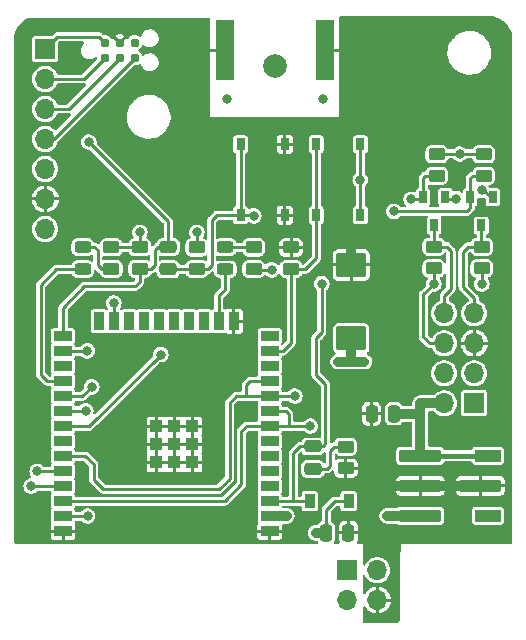
<source format=gtl>
G04 #@! TF.GenerationSoftware,KiCad,Pcbnew,(7.0.0-0)*
G04 #@! TF.CreationDate,2023-06-06T22:29:37+02:00*
G04 #@! TF.ProjectId,ithowifi_4l,6974686f-7769-4666-995f-346c2e6b6963,rev?*
G04 #@! TF.SameCoordinates,Original*
G04 #@! TF.FileFunction,Copper,L1,Top*
G04 #@! TF.FilePolarity,Positive*
%FSLAX46Y46*%
G04 Gerber Fmt 4.6, Leading zero omitted, Abs format (unit mm)*
G04 Created by KiCad (PCBNEW (7.0.0-0)) date 2023-06-06 22:29:37*
%MOMM*%
%LPD*%
G01*
G04 APERTURE LIST*
G04 Aperture macros list*
%AMRoundRect*
0 Rectangle with rounded corners*
0 $1 Rounding radius*
0 $2 $3 $4 $5 $6 $7 $8 $9 X,Y pos of 4 corners*
0 Add a 4 corners polygon primitive as box body*
4,1,4,$2,$3,$4,$5,$6,$7,$8,$9,$2,$3,0*
0 Add four circle primitives for the rounded corners*
1,1,$1+$1,$2,$3*
1,1,$1+$1,$4,$5*
1,1,$1+$1,$6,$7*
1,1,$1+$1,$8,$9*
0 Add four rect primitives between the rounded corners*
20,1,$1+$1,$2,$3,$4,$5,0*
20,1,$1+$1,$4,$5,$6,$7,0*
20,1,$1+$1,$6,$7,$8,$9,0*
20,1,$1+$1,$8,$9,$2,$3,0*%
G04 Aperture macros list end*
G04 #@! TA.AperFunction,SMDPad,CuDef*
%ADD10R,0.700000X1.000000*%
G04 #@! TD*
G04 #@! TA.AperFunction,SMDPad,CuDef*
%ADD11RoundRect,0.250000X-0.450000X0.262500X-0.450000X-0.262500X0.450000X-0.262500X0.450000X0.262500X0*%
G04 #@! TD*
G04 #@! TA.AperFunction,ComponentPad*
%ADD12R,1.700000X1.700000*%
G04 #@! TD*
G04 #@! TA.AperFunction,ComponentPad*
%ADD13O,1.700000X1.700000*%
G04 #@! TD*
G04 #@! TA.AperFunction,SMDPad,CuDef*
%ADD14R,1.500000X0.900000*%
G04 #@! TD*
G04 #@! TA.AperFunction,SMDPad,CuDef*
%ADD15R,0.900000X1.500000*%
G04 #@! TD*
G04 #@! TA.AperFunction,SMDPad,CuDef*
%ADD16R,1.050000X1.050000*%
G04 #@! TD*
G04 #@! TA.AperFunction,SMDPad,CuDef*
%ADD17RoundRect,0.243750X0.456250X-0.243750X0.456250X0.243750X-0.456250X0.243750X-0.456250X-0.243750X0*%
G04 #@! TD*
G04 #@! TA.AperFunction,SMDPad,CuDef*
%ADD18C,0.787400*%
G04 #@! TD*
G04 #@! TA.AperFunction,SMDPad,CuDef*
%ADD19R,0.750000X1.000000*%
G04 #@! TD*
G04 #@! TA.AperFunction,SMDPad,CuDef*
%ADD20RoundRect,0.250000X0.250000X0.475000X-0.250000X0.475000X-0.250000X-0.475000X0.250000X-0.475000X0*%
G04 #@! TD*
G04 #@! TA.AperFunction,SMDPad,CuDef*
%ADD21RoundRect,0.250000X0.450000X-0.262500X0.450000X0.262500X-0.450000X0.262500X-0.450000X-0.262500X0*%
G04 #@! TD*
G04 #@! TA.AperFunction,SMDPad,CuDef*
%ADD22RoundRect,0.250000X0.475000X-0.250000X0.475000X0.250000X-0.475000X0.250000X-0.475000X-0.250000X0*%
G04 #@! TD*
G04 #@! TA.AperFunction,SMDPad,CuDef*
%ADD23RoundRect,0.250000X1.025000X-0.787500X1.025000X0.787500X-1.025000X0.787500X-1.025000X-0.787500X0*%
G04 #@! TD*
G04 #@! TA.AperFunction,SMDPad,CuDef*
%ADD24RoundRect,0.250000X-0.250000X-0.475000X0.250000X-0.475000X0.250000X0.475000X-0.250000X0.475000X0*%
G04 #@! TD*
G04 #@! TA.AperFunction,SMDPad,CuDef*
%ADD25R,0.900000X1.200000*%
G04 #@! TD*
G04 #@! TA.AperFunction,ComponentPad*
%ADD26C,2.000000*%
G04 #@! TD*
G04 #@! TA.AperFunction,SMDPad,CuDef*
%ADD27RoundRect,0.105000X-1.655000X0.420000X-1.655000X-0.420000X1.655000X-0.420000X1.655000X0.420000X0*%
G04 #@! TD*
G04 #@! TA.AperFunction,SMDPad,CuDef*
%ADD28RoundRect,0.105000X-1.005000X0.420000X-1.005000X-0.420000X1.005000X-0.420000X1.005000X0.420000X0*%
G04 #@! TD*
G04 #@! TA.AperFunction,SMDPad,CuDef*
%ADD29R,1.500000X5.080000*%
G04 #@! TD*
G04 #@! TA.AperFunction,ViaPad*
%ADD30C,0.800000*%
G04 #@! TD*
G04 #@! TA.AperFunction,Conductor*
%ADD31C,0.812800*%
G04 #@! TD*
G04 #@! TA.AperFunction,Conductor*
%ADD32C,0.250000*%
G04 #@! TD*
G04 #@! TA.AperFunction,Conductor*
%ADD33C,0.254000*%
G04 #@! TD*
G04 #@! TA.AperFunction,Conductor*
%ADD34C,0.406400*%
G04 #@! TD*
G04 APERTURE END LIST*
D10*
X119608599Y-120338999D03*
X117708599Y-120338999D03*
X118658599Y-122738999D03*
D11*
X118872000Y-116711900D03*
X118872000Y-118536900D03*
D12*
X85724999Y-107797599D03*
D13*
X85724999Y-110337599D03*
X85724999Y-112877599D03*
X85724999Y-115417599D03*
X85724999Y-117957599D03*
X85724999Y-120497599D03*
X85724999Y-123037599D03*
D14*
X104727599Y-148613599D03*
X104727599Y-147343599D03*
X104727599Y-146073599D03*
X104727599Y-144803599D03*
X104727599Y-143533599D03*
X104727599Y-142263599D03*
X104727599Y-140993599D03*
X104727599Y-139723599D03*
X104727599Y-138453599D03*
X104727599Y-137183599D03*
X104727599Y-135913599D03*
X104727599Y-134643599D03*
X104727599Y-133373599D03*
X104727599Y-132103599D03*
D15*
X101697599Y-130853599D03*
X100427599Y-130853599D03*
X99157599Y-130853599D03*
X97887599Y-130853599D03*
X96617599Y-130853599D03*
X95347599Y-130853599D03*
X94077599Y-130853599D03*
X92807599Y-130853599D03*
X91537599Y-130853599D03*
X90267599Y-130853599D03*
D14*
X87227599Y-132103599D03*
X87227599Y-133373599D03*
X87227599Y-134643599D03*
X87227599Y-135913599D03*
X87227599Y-137183599D03*
X87227599Y-138453599D03*
X87227599Y-139723599D03*
X87227599Y-140993599D03*
X87227599Y-142263599D03*
X87227599Y-143533599D03*
X87227599Y-144803599D03*
X87227599Y-146073599D03*
X87227599Y-147343599D03*
X87227599Y-148613599D03*
D16*
X95132599Y-139748599D03*
X98182599Y-142798599D03*
X95132599Y-142798599D03*
X96657599Y-139748599D03*
X96657599Y-141273599D03*
X98182599Y-139748599D03*
X96657599Y-142798599D03*
X95132599Y-141273599D03*
X98182599Y-141273599D03*
D11*
X91313000Y-124588900D03*
X91313000Y-126413900D03*
X106536000Y-124597500D03*
X106536000Y-126422500D03*
X118618000Y-124548500D03*
X118618000Y-126373500D03*
D17*
X88900000Y-126438900D03*
X88900000Y-124563900D03*
D12*
X111291999Y-151927999D03*
D13*
X113831999Y-151927999D03*
X111291999Y-154467999D03*
X113831999Y-154467999D03*
D18*
X90766000Y-108536400D03*
X90766000Y-107266400D03*
X92036000Y-108536400D03*
X92036000Y-107266400D03*
X93306000Y-108536400D03*
X93306000Y-107266400D03*
D19*
X108665399Y-121871999D03*
X108665399Y-115871999D03*
X112415399Y-121871999D03*
X112415399Y-115871999D03*
D20*
X115250000Y-138684000D03*
X113350000Y-138684000D03*
D10*
X123606599Y-120338999D03*
X121706599Y-120338999D03*
X122656599Y-122738999D03*
D21*
X122859800Y-118536900D03*
X122859800Y-116711900D03*
D11*
X122682000Y-124548500D03*
X122682000Y-126373500D03*
D22*
X96139000Y-126451400D03*
X96139000Y-124551400D03*
D21*
X98552000Y-126428000D03*
X98552000Y-124603000D03*
D23*
X111632000Y-132308600D03*
X111632000Y-126083600D03*
D24*
X109486900Y-148751000D03*
X111386900Y-148751000D03*
D22*
X108377500Y-143351000D03*
X108377500Y-141451000D03*
D25*
X111425499Y-146083999D03*
X108125499Y-146083999D03*
D21*
X111171500Y-143290000D03*
X111171500Y-141465000D03*
D26*
X105182180Y-109251460D03*
D21*
X93726000Y-126413900D03*
X93726000Y-124588900D03*
X103378000Y-126428000D03*
X103378000Y-124603000D03*
D17*
X100965000Y-126453000D03*
X100965000Y-124578000D03*
D19*
X106014999Y-121871999D03*
X106014999Y-115871999D03*
X102264999Y-121871999D03*
X102264999Y-115871999D03*
D27*
X117475000Y-142240000D03*
X117475000Y-144780000D03*
X117475000Y-147320000D03*
D28*
X123205000Y-147320000D03*
D27*
X122555000Y-144780000D03*
D28*
X123205000Y-142240000D03*
D12*
X122046999Y-137794999D03*
D13*
X119506999Y-137794999D03*
X122046999Y-135254999D03*
X119506999Y-135254999D03*
X122046999Y-132714999D03*
X119506999Y-132714999D03*
X122046999Y-130174999D03*
X119506999Y-130174999D03*
D29*
X100931399Y-107848399D03*
X109431399Y-107848399D03*
D30*
X109220000Y-112014000D03*
X99187000Y-107442000D03*
X99187000Y-105918000D03*
X101092000Y-112014000D03*
X99187000Y-110871000D03*
X99187000Y-112522000D03*
X99187000Y-109093000D03*
X111125000Y-110871000D03*
X111125000Y-114173000D03*
X111125000Y-112522000D03*
X105918000Y-114173000D03*
X109220000Y-114173000D03*
X102489000Y-114173000D03*
X104140000Y-114173000D03*
X100965000Y-114173000D03*
X107569000Y-114173000D03*
X99187000Y-114173000D03*
X102432000Y-138568000D03*
X111632000Y-124053600D03*
X112732000Y-124053600D03*
X110532000Y-124053600D03*
X86741000Y-128270000D03*
X111125000Y-105918000D03*
X111125000Y-107442000D03*
X111125000Y-109093000D03*
X101727000Y-132715000D03*
X113792000Y-143764000D03*
X96647000Y-139750800D03*
X106172000Y-148590000D03*
X89154000Y-148590000D03*
X96647000Y-142798800D03*
X98171000Y-142798800D03*
X114681000Y-144780000D03*
X113792000Y-145796000D03*
X95148400Y-142798800D03*
X96647000Y-141274800D03*
X95148400Y-141274800D03*
X95148400Y-139750800D03*
X98171000Y-139750800D03*
X98171000Y-141274800D03*
X122682000Y-127698500D03*
X118618000Y-127698500D03*
X106172000Y-147320000D03*
X111632000Y-134268000D03*
X112732000Y-134268000D03*
X110532000Y-134268000D03*
X122682000Y-119761000D03*
X108631500Y-148751000D03*
X112395000Y-118872000D03*
X98552000Y-123317000D03*
X93726000Y-123317000D03*
X104902000Y-126492000D03*
X114681000Y-147320000D03*
X120813090Y-116686900D03*
X120532000Y-120468000D03*
X89407998Y-115671600D03*
X89309400Y-147345400D03*
X95504000Y-133668000D03*
X89154000Y-138430000D03*
X89662000Y-136397998D03*
X89281000Y-133350000D03*
X85039200Y-143560804D03*
X84531209Y-144805391D03*
X106849400Y-137185400D03*
X115232000Y-121538998D03*
X108174600Y-139725400D03*
X116697000Y-120539000D03*
X103378008Y-121920000D03*
X109132000Y-127668006D03*
X91524600Y-129294600D03*
D31*
X110532000Y-124053600D02*
X112732000Y-124053600D01*
X117475000Y-144780000D02*
X114681000Y-144780000D01*
D32*
X99593400Y-107848400D02*
X99187000Y-107442000D01*
D31*
X117475000Y-144780000D02*
X122555000Y-144780000D01*
X111632000Y-126083600D02*
X111632000Y-124053600D01*
D32*
X100931400Y-107848400D02*
X99593400Y-107848400D01*
X110718600Y-107848400D02*
X111125000Y-107442000D01*
X109431400Y-107848400D02*
X110718600Y-107848400D01*
D33*
X122682000Y-126398500D02*
X122682000Y-127698500D01*
X118618000Y-127698500D02*
X118618000Y-126398500D01*
X117748500Y-128568000D02*
X117748500Y-132184500D01*
X118279000Y-132715000D02*
X119507000Y-132715000D01*
X118618000Y-127698500D02*
X117748500Y-128568000D01*
X117748500Y-132184500D02*
X118279000Y-132715000D01*
X122682000Y-119761000D02*
X122828600Y-119761000D01*
D31*
X109499400Y-148751000D02*
X108634800Y-148751000D01*
D33*
X93726000Y-124563900D02*
X93726000Y-123317000D01*
D31*
X110532000Y-134268000D02*
X112732000Y-134268000D01*
X111632000Y-132308600D02*
X111632000Y-134268000D01*
D32*
X86424800Y-115417600D02*
X93306000Y-108536400D01*
D33*
X91313000Y-124563900D02*
X93726000Y-124563900D01*
D31*
X106148400Y-147343600D02*
X106172000Y-147320000D01*
X104727600Y-147343600D02*
X106148400Y-147343600D01*
D33*
X118872000Y-116686900D02*
X120813090Y-116686900D01*
D31*
X117475000Y-147320000D02*
X114681000Y-147320000D01*
D33*
X104902000Y-126492000D02*
X103417000Y-126492000D01*
X120461000Y-120539000D02*
X120532000Y-120468000D01*
X98552000Y-124578000D02*
X98552000Y-123317000D01*
X112415400Y-121872000D02*
X112415400Y-115872000D01*
D32*
X109499400Y-146803600D02*
X109499400Y-148751000D01*
X110219000Y-146084000D02*
X109499400Y-146803600D01*
D33*
X119608600Y-120539000D02*
X120461000Y-120539000D01*
X122859800Y-116686900D02*
X120813090Y-116686900D01*
D32*
X111425500Y-146084000D02*
X110219000Y-146084000D01*
D33*
X122828600Y-119761000D02*
X123606600Y-120539000D01*
D32*
X85725000Y-115417600D02*
X86424800Y-115417600D01*
D33*
X103417000Y-126492000D02*
X103378000Y-126453000D01*
X122656600Y-122539000D02*
X122656600Y-124498100D01*
X122656600Y-124498100D02*
X122682000Y-124523500D01*
X121539000Y-124523500D02*
X121094500Y-124968000D01*
X122682000Y-124523500D02*
X121539000Y-124523500D01*
X121094500Y-127952500D02*
X122047000Y-128905000D01*
X121094500Y-124968000D02*
X121094500Y-127952500D01*
X122047000Y-128905000D02*
X122047000Y-130175000D01*
X118658600Y-122539000D02*
X118658600Y-124482900D01*
X119697500Y-124523500D02*
X120078500Y-124904500D01*
X119507000Y-128714500D02*
X119507000Y-130175000D01*
X120078500Y-124904500D02*
X120078500Y-128143000D01*
X118618000Y-124523500D02*
X119697500Y-124523500D01*
X120078500Y-128143000D02*
X119507000Y-128714500D01*
X118658600Y-124482900D02*
X118618000Y-124523500D01*
X93345000Y-127889000D02*
X89027000Y-127889000D01*
X96139000Y-124563900D02*
X95273100Y-124563900D01*
X95273100Y-124563900D02*
X94996000Y-124841000D01*
X94668100Y-126438900D02*
X93726000Y-126438900D01*
X93726000Y-127508000D02*
X93345000Y-127889000D01*
X94996000Y-124841000D02*
X94996000Y-126111000D01*
X87227600Y-129688400D02*
X87227600Y-132103600D01*
X96139000Y-122402602D02*
X89407998Y-115671600D01*
D32*
X86754600Y-106768000D02*
X85725000Y-107797600D01*
X90766000Y-107266400D02*
X90267600Y-106768000D01*
D33*
X89027000Y-127889000D02*
X87227600Y-129688400D01*
X96139000Y-124563900D02*
X96139000Y-122402602D01*
D32*
X90267600Y-106768000D02*
X86754600Y-106768000D01*
D33*
X94996000Y-126111000D02*
X94668100Y-126438900D01*
X93726000Y-126438900D02*
X93726000Y-127508000D01*
X87229400Y-147345400D02*
X89309400Y-147345400D01*
X87227600Y-147343600D02*
X87229400Y-147345400D01*
X89446600Y-139725400D02*
X95504000Y-133668000D01*
X87477600Y-139725400D02*
X89446600Y-139725400D01*
X89154000Y-138430000D02*
X87251200Y-138430000D01*
X87251200Y-138430000D02*
X87227600Y-138453600D01*
X87227600Y-137183600D02*
X88876398Y-137183600D01*
X88876398Y-137183600D02*
X89662000Y-136397998D01*
X89257400Y-133373600D02*
X89281000Y-133350000D01*
X87227600Y-133373600D02*
X89257400Y-133373600D01*
D32*
X87694800Y-112877600D02*
X91964932Y-108607468D01*
D33*
X87227600Y-143533600D02*
X85066404Y-143533600D01*
D32*
X85725000Y-112877600D02*
X87694800Y-112877600D01*
D33*
X87225809Y-144805391D02*
X84531209Y-144805391D01*
D32*
X85725000Y-110337600D02*
X88964800Y-110337600D01*
D33*
X87227600Y-144803600D02*
X87225809Y-144805391D01*
D32*
X88964800Y-110337600D02*
X90766000Y-108536400D01*
D33*
X90170000Y-126111000D02*
X90497900Y-126438900D01*
X88900000Y-124563900D02*
X89892900Y-124563900D01*
X90170000Y-124841000D02*
X90170000Y-126111000D01*
X90497900Y-126438900D02*
X91313000Y-126438900D01*
X89892900Y-124563900D02*
X90170000Y-124841000D01*
X100965000Y-124578000D02*
X103378000Y-124578000D01*
X121706600Y-120539000D02*
X121706600Y-118755200D01*
X121706600Y-118755200D02*
X121899900Y-118561900D01*
X103086400Y-135913600D02*
X104727600Y-135913600D01*
X121899900Y-118561900D02*
X122859800Y-118561900D01*
X89832000Y-142968000D02*
X89832000Y-144268000D01*
X106847600Y-137183600D02*
X102733800Y-137183600D01*
X121706600Y-120539000D02*
X121706600Y-121243000D01*
X90632000Y-145068000D02*
X100432000Y-145068000D01*
X89127600Y-142263600D02*
X89832000Y-142968000D01*
X87227600Y-142263600D02*
X89127600Y-142263600D01*
X121706600Y-121243000D02*
X121410602Y-121538998D01*
X101332000Y-137768000D02*
X101914600Y-137185400D01*
X102733800Y-137183600D02*
X102732000Y-137185400D01*
X100432000Y-145068000D02*
X101332000Y-144168000D01*
X101332000Y-144168000D02*
X101332000Y-137768000D01*
X101914600Y-137185400D02*
X102732000Y-137185400D01*
X121410602Y-121538998D02*
X115232000Y-121538998D01*
X102732000Y-136268000D02*
X103086400Y-135913600D01*
X89832000Y-144268000D02*
X90632000Y-145068000D01*
X106849400Y-137185400D02*
X106847600Y-137183600D01*
X102732000Y-137185400D02*
X102732000Y-136268000D01*
X102776400Y-139723600D02*
X104727600Y-139723600D01*
X102332000Y-140168000D02*
X102776400Y-139723600D01*
X104729400Y-139725400D02*
X106324400Y-139725400D01*
X106324400Y-139725400D02*
X106324400Y-138709400D01*
X117708600Y-118740000D02*
X117708600Y-120539000D01*
X102332000Y-144668000D02*
X102332000Y-140168000D01*
X100924600Y-146075400D02*
X102332000Y-144668000D01*
X117708600Y-120539000D02*
X116697000Y-120539000D01*
X106324400Y-138709400D02*
X106068600Y-138453600D01*
X118872000Y-118561900D02*
X117886700Y-118561900D01*
X106324400Y-139725400D02*
X108174600Y-139725400D01*
X87477600Y-146075400D02*
X100924600Y-146075400D01*
X104727600Y-139723600D02*
X104729400Y-139725400D01*
X117886700Y-118561900D02*
X117708600Y-118740000D01*
X106068600Y-138453600D02*
X104727600Y-138453600D01*
X108665400Y-125522600D02*
X107740500Y-126447500D01*
X108665400Y-121872000D02*
X108665400Y-125522600D01*
X107740500Y-126447500D02*
X106536000Y-126447500D01*
X108665400Y-121872000D02*
X108665400Y-115872000D01*
X105826400Y-133373600D02*
X104727600Y-133373600D01*
X106536000Y-132664000D02*
X105826400Y-133373600D01*
X106536000Y-126447500D02*
X106536000Y-132664000D01*
D31*
X117348000Y-138684000D02*
X117475000Y-138811000D01*
X117475000Y-142240000D02*
X117475000Y-138811000D01*
X117475000Y-137795000D02*
X119507000Y-137795000D01*
X117475000Y-138811000D02*
X117475000Y-137795000D01*
D34*
X117475000Y-142240000D02*
X123205000Y-142240000D01*
D31*
X115250000Y-138684000D02*
X117348000Y-138684000D01*
D33*
X96139000Y-126438900D02*
X98537900Y-126438900D01*
X109432000Y-136168000D02*
X108632000Y-135368000D01*
D32*
X106717900Y-142028600D02*
X106717900Y-146075400D01*
D33*
X108632000Y-135368000D02*
X108632000Y-132268000D01*
X108632000Y-132268000D02*
X109132000Y-131768000D01*
X100251000Y-121872000D02*
X102265000Y-121872000D01*
D32*
X104727600Y-146073600D02*
X104729400Y-146075400D01*
D33*
X98552000Y-126453000D02*
X99480000Y-126453000D01*
D32*
X108116900Y-146075400D02*
X108125500Y-146084000D01*
D33*
X98537900Y-126438900D02*
X98552000Y-126453000D01*
X102265000Y-121872000D02*
X102265000Y-115872000D01*
D32*
X106717900Y-146075400D02*
X108116900Y-146075400D01*
X109432000Y-141283000D02*
X109264000Y-141451000D01*
D33*
X109132000Y-131768000D02*
X109132000Y-127668006D01*
D32*
X108377500Y-141451000D02*
X107295500Y-141451000D01*
D33*
X102265000Y-121872000D02*
X103330008Y-121872000D01*
D32*
X107295500Y-141451000D02*
X106717900Y-142028600D01*
X109264000Y-141451000D02*
X108377500Y-141451000D01*
D33*
X99822000Y-126111000D02*
X99822000Y-122301000D01*
D32*
X104729400Y-146075400D02*
X106717900Y-146075400D01*
X109432000Y-136168000D02*
X109432000Y-141283000D01*
D33*
X103330008Y-121872000D02*
X103378008Y-121920000D01*
X99480000Y-126453000D02*
X99822000Y-126111000D01*
X99822000Y-122301000D02*
X100251000Y-121872000D01*
D32*
X110202500Y-141465000D02*
X111171500Y-141465000D01*
X109586500Y-143351000D02*
X109838000Y-143099500D01*
X108377500Y-143351000D02*
X109586500Y-143351000D01*
X109838000Y-141829500D02*
X110202500Y-141465000D01*
X109838000Y-143099500D02*
X109838000Y-141829500D01*
X91524600Y-130840600D02*
X91537600Y-130853600D01*
X91524600Y-129294600D02*
X91524600Y-130840600D01*
D33*
X100427600Y-130853600D02*
X100427600Y-128680400D01*
X100427600Y-128680400D02*
X100965000Y-128143000D01*
X100965000Y-128143000D02*
X100965000Y-126453000D01*
X85344000Y-127762000D02*
X86667100Y-126438900D01*
X85875600Y-135913600D02*
X85344000Y-135382000D01*
X85344000Y-135382000D02*
X85344000Y-127762000D01*
X87227600Y-135913600D02*
X85875600Y-135913600D01*
X86667100Y-126438900D02*
X88900000Y-126438900D01*
G04 #@! TA.AperFunction,Conductor*
G36*
X103670617Y-137576979D02*
G01*
X103706840Y-137609810D01*
X103723101Y-137655256D01*
X103723101Y-137658666D01*
X103724065Y-137663511D01*
X103724066Y-137663519D01*
X103735332Y-137720159D01*
X103737866Y-137732901D01*
X103743369Y-137741136D01*
X103743370Y-137741139D01*
X103757783Y-137762710D01*
X103774737Y-137818600D01*
X103757783Y-137874490D01*
X103743371Y-137896057D01*
X103743367Y-137896065D01*
X103737866Y-137904299D01*
X103735933Y-137914012D01*
X103735932Y-137914017D01*
X103726991Y-137958972D01*
X103723100Y-137978533D01*
X103723100Y-137983478D01*
X103723100Y-137983479D01*
X103723100Y-138923727D01*
X103723100Y-138923737D01*
X103723101Y-138928666D01*
X103724063Y-138933504D01*
X103724064Y-138933511D01*
X103735533Y-138991172D01*
X103737866Y-139002901D01*
X103743369Y-139011136D01*
X103743370Y-139011139D01*
X103757783Y-139032710D01*
X103774737Y-139088600D01*
X103757783Y-139144490D01*
X103743371Y-139166057D01*
X103743367Y-139166065D01*
X103737866Y-139174299D01*
X103735933Y-139184012D01*
X103735932Y-139184017D01*
X103724064Y-139243682D01*
X103724063Y-139243691D01*
X103723100Y-139248533D01*
X103723100Y-139251942D01*
X103706840Y-139297389D01*
X103670616Y-139330221D01*
X103623193Y-139342100D01*
X102826406Y-139342100D01*
X102805762Y-139339959D01*
X102802530Y-139339281D01*
X102800540Y-139338864D01*
X102800538Y-139338863D01*
X102792384Y-139337154D01*
X102784112Y-139338185D01*
X102758909Y-139341327D01*
X102753091Y-139341688D01*
X102753097Y-139341756D01*
X102748943Y-139342100D01*
X102744789Y-139342100D01*
X102740696Y-139342782D01*
X102740683Y-139342784D01*
X102723449Y-139345660D01*
X102719340Y-139346259D01*
X102674308Y-139351873D01*
X102674306Y-139351873D01*
X102666040Y-139352904D01*
X102658792Y-139356446D01*
X102658768Y-139356454D01*
X102650814Y-139357782D01*
X102643485Y-139361747D01*
X102643482Y-139361749D01*
X102603606Y-139383328D01*
X102599913Y-139385229D01*
X102559137Y-139405163D01*
X102559129Y-139405168D01*
X102551654Y-139408823D01*
X102545946Y-139414529D01*
X102545931Y-139414540D01*
X102538838Y-139418380D01*
X102533196Y-139424507D01*
X102533194Y-139424510D01*
X102502482Y-139457871D01*
X102499605Y-139460870D01*
X102097592Y-139862883D01*
X102081486Y-139875963D01*
X102077025Y-139878877D01*
X102077018Y-139878883D01*
X102070044Y-139883440D01*
X102064926Y-139890014D01*
X102064923Y-139890018D01*
X102049320Y-139910064D01*
X102045463Y-139914434D01*
X102045514Y-139914477D01*
X102042826Y-139917649D01*
X102039886Y-139920591D01*
X102037472Y-139923971D01*
X102037465Y-139923980D01*
X102027303Y-139938212D01*
X102024824Y-139941537D01*
X101996958Y-139977341D01*
X101996956Y-139977343D01*
X101991842Y-139983915D01*
X101989223Y-139991538D01*
X101989208Y-139991568D01*
X101984525Y-139998130D01*
X101982148Y-140006111D01*
X101982146Y-140006117D01*
X101969197Y-140049609D01*
X101967930Y-140053565D01*
X101953205Y-140096457D01*
X101953204Y-140096461D01*
X101950500Y-140104339D01*
X101950500Y-140112417D01*
X101948195Y-140120159D01*
X101948539Y-140128484D01*
X101948539Y-140128487D01*
X101950414Y-140173805D01*
X101950500Y-140177963D01*
X101950500Y-144468308D01*
X101942842Y-144506806D01*
X101921035Y-144539443D01*
X100796042Y-145664435D01*
X100763405Y-145686242D01*
X100724907Y-145693900D01*
X88332183Y-145693900D01*
X88284760Y-145682021D01*
X88248536Y-145649189D01*
X88232099Y-145603248D01*
X88232099Y-145598534D01*
X88217334Y-145524299D01*
X88197416Y-145494490D01*
X88180462Y-145438600D01*
X88197417Y-145382708D01*
X88198649Y-145380864D01*
X88217334Y-145352901D01*
X88232100Y-145278667D01*
X88232099Y-144328534D01*
X88217334Y-144254299D01*
X88197416Y-144224490D01*
X88180462Y-144168600D01*
X88197417Y-144112708D01*
X88217334Y-144082901D01*
X88232100Y-144008667D01*
X88232099Y-143058534D01*
X88217334Y-142984299D01*
X88197416Y-142954490D01*
X88180462Y-142898600D01*
X88197417Y-142842708D01*
X88217334Y-142812901D01*
X88232100Y-142738667D01*
X88232100Y-142735258D01*
X88248360Y-142689811D01*
X88284584Y-142656979D01*
X88332007Y-142645100D01*
X88927908Y-142645100D01*
X88966406Y-142652758D01*
X88999043Y-142674565D01*
X89421035Y-143096558D01*
X89442842Y-143129195D01*
X89450500Y-143167693D01*
X89450500Y-144218000D01*
X89448359Y-144238643D01*
X89445555Y-144252017D01*
X89446586Y-144260288D01*
X89446586Y-144260290D01*
X89449727Y-144285486D01*
X89450088Y-144291308D01*
X89450156Y-144291303D01*
X89450500Y-144295455D01*
X89450500Y-144299611D01*
X89451183Y-144303710D01*
X89451184Y-144303711D01*
X89454061Y-144320957D01*
X89454659Y-144325062D01*
X89460272Y-144370087D01*
X89460273Y-144370090D01*
X89461304Y-144378360D01*
X89464849Y-144385612D01*
X89464853Y-144385624D01*
X89466182Y-144393586D01*
X89470147Y-144400913D01*
X89470148Y-144400915D01*
X89491739Y-144440812D01*
X89493636Y-144444497D01*
X89517224Y-144492746D01*
X89522930Y-144498452D01*
X89522936Y-144498460D01*
X89526780Y-144505562D01*
X89532911Y-144511206D01*
X89532912Y-144511207D01*
X89566283Y-144541927D01*
X89569284Y-144544806D01*
X90326883Y-145302406D01*
X90339966Y-145318517D01*
X90342879Y-145322976D01*
X90342881Y-145322978D01*
X90347440Y-145329956D01*
X90354016Y-145335074D01*
X90354017Y-145335075D01*
X90374054Y-145350670D01*
X90378428Y-145354533D01*
X90378472Y-145354482D01*
X90381652Y-145357175D01*
X90384591Y-145360114D01*
X90387975Y-145362530D01*
X90402193Y-145372681D01*
X90405530Y-145375169D01*
X90441335Y-145403038D01*
X90441340Y-145403041D01*
X90447915Y-145408158D01*
X90455547Y-145410778D01*
X90455561Y-145410785D01*
X90462130Y-145415475D01*
X90513598Y-145430797D01*
X90517549Y-145432063D01*
X90560452Y-145446793D01*
X90560456Y-145446793D01*
X90568339Y-145449500D01*
X90576416Y-145449500D01*
X90576418Y-145449500D01*
X90584159Y-145451805D01*
X90637804Y-145449586D01*
X90641963Y-145449500D01*
X100382000Y-145449500D01*
X100402643Y-145451640D01*
X100416017Y-145454445D01*
X100449485Y-145450273D01*
X100455310Y-145449911D01*
X100455305Y-145449844D01*
X100459454Y-145449500D01*
X100463611Y-145449500D01*
X100484977Y-145445934D01*
X100489036Y-145445342D01*
X100542360Y-145438696D01*
X100549618Y-145435147D01*
X100557586Y-145433818D01*
X100604836Y-145408246D01*
X100608492Y-145406365D01*
X100615298Y-145403038D01*
X100656746Y-145382776D01*
X100662456Y-145377065D01*
X100669562Y-145373220D01*
X100705962Y-145333677D01*
X100708795Y-145330725D01*
X101566407Y-144473113D01*
X101582517Y-144460032D01*
X101593956Y-144452560D01*
X101614678Y-144425934D01*
X101618530Y-144421573D01*
X101618478Y-144421529D01*
X101621163Y-144418358D01*
X101624113Y-144415409D01*
X101636712Y-144397760D01*
X101639150Y-144394492D01*
X101672158Y-144352085D01*
X101674781Y-144344444D01*
X101679475Y-144337870D01*
X101694795Y-144286408D01*
X101696062Y-144282453D01*
X101708556Y-144246062D01*
X101713500Y-144231661D01*
X101713500Y-144223584D01*
X101715805Y-144215842D01*
X101713586Y-144162195D01*
X101713500Y-144158037D01*
X101713500Y-137967692D01*
X101721158Y-137929194D01*
X101742965Y-137896557D01*
X102043158Y-137596365D01*
X102075795Y-137574558D01*
X102114293Y-137566900D01*
X102682000Y-137566900D01*
X102702643Y-137569040D01*
X102716017Y-137571845D01*
X102729574Y-137570154D01*
X102750320Y-137569725D01*
X102763940Y-137570854D01*
X102774507Y-137568177D01*
X102799203Y-137565100D01*
X103623194Y-137565100D01*
X103670617Y-137576979D01*
G37*
G04 #@! TD.AperFunction*
G04 #@! TA.AperFunction,Conductor*
G36*
X92760137Y-124963365D02*
G01*
X92797019Y-125010842D01*
X92828658Y-125095667D01*
X92881394Y-125166115D01*
X92893287Y-125182003D01*
X92915596Y-125211804D01*
X93031733Y-125298742D01*
X93167658Y-125349440D01*
X93227745Y-125355900D01*
X94224254Y-125355899D01*
X94284342Y-125349440D01*
X94420267Y-125298742D01*
X94453612Y-125273780D01*
X94504934Y-125254115D01*
X94558931Y-125264356D01*
X94599488Y-125301446D01*
X94614500Y-125354315D01*
X94614500Y-125648485D01*
X94599488Y-125701354D01*
X94558931Y-125738444D01*
X94504934Y-125748685D01*
X94453613Y-125729020D01*
X94441001Y-125719579D01*
X94420267Y-125704058D01*
X94305595Y-125661287D01*
X94290238Y-125655559D01*
X94290237Y-125655558D01*
X94284342Y-125653360D01*
X94278091Y-125652687D01*
X94278087Y-125652687D01*
X94226928Y-125647187D01*
X94226921Y-125647186D01*
X94224255Y-125646900D01*
X94221562Y-125646900D01*
X93230440Y-125646900D01*
X93230421Y-125646900D01*
X93227746Y-125646901D01*
X93225083Y-125647187D01*
X93225069Y-125647188D01*
X93173910Y-125652687D01*
X93173902Y-125652688D01*
X93167658Y-125653360D01*
X93161766Y-125655557D01*
X93161764Y-125655558D01*
X93038473Y-125701544D01*
X93031733Y-125704058D01*
X93025976Y-125708367D01*
X93025975Y-125708368D01*
X92921355Y-125786684D01*
X92921351Y-125786687D01*
X92915596Y-125790996D01*
X92911287Y-125796751D01*
X92911284Y-125796755D01*
X92837738Y-125895003D01*
X92828658Y-125907133D01*
X92826144Y-125913872D01*
X92826144Y-125913873D01*
X92783575Y-126028005D01*
X92777960Y-126043058D01*
X92777288Y-126049307D01*
X92777287Y-126049312D01*
X92771787Y-126100471D01*
X92771500Y-126103145D01*
X92771500Y-126105836D01*
X92771500Y-126105837D01*
X92771500Y-126721959D01*
X92771500Y-126721977D01*
X92771501Y-126724654D01*
X92771787Y-126727317D01*
X92771788Y-126727330D01*
X92777287Y-126778489D01*
X92777288Y-126778495D01*
X92777960Y-126784742D01*
X92828658Y-126920667D01*
X92885353Y-126996404D01*
X92910922Y-127030561D01*
X92915596Y-127036804D01*
X93031733Y-127123742D01*
X93167658Y-127174440D01*
X93227745Y-127180900D01*
X93243900Y-127180900D01*
X93294200Y-127194378D01*
X93331022Y-127231200D01*
X93344500Y-127281500D01*
X93344500Y-127308308D01*
X93336842Y-127346806D01*
X93315035Y-127379443D01*
X93216442Y-127478035D01*
X93183805Y-127499842D01*
X93145307Y-127507500D01*
X89077001Y-127507500D01*
X89056357Y-127505359D01*
X89052432Y-127504536D01*
X89051140Y-127504265D01*
X89051138Y-127504264D01*
X89042984Y-127502555D01*
X89034711Y-127503586D01*
X89034709Y-127503586D01*
X89009513Y-127506727D01*
X89003690Y-127507088D01*
X89003696Y-127507156D01*
X88999543Y-127507500D01*
X88995389Y-127507500D01*
X88991294Y-127508183D01*
X88991285Y-127508184D01*
X88974032Y-127511063D01*
X88969921Y-127511662D01*
X88924909Y-127517273D01*
X88924907Y-127517273D01*
X88916640Y-127518304D01*
X88909392Y-127521846D01*
X88909368Y-127521854D01*
X88901414Y-127523182D01*
X88894085Y-127527147D01*
X88894082Y-127527149D01*
X88854185Y-127548739D01*
X88850492Y-127550640D01*
X88809744Y-127570561D01*
X88809738Y-127570565D01*
X88802254Y-127574224D01*
X88796551Y-127579925D01*
X88796532Y-127579939D01*
X88789438Y-127583780D01*
X88783796Y-127589908D01*
X88783793Y-127589911D01*
X88753071Y-127623283D01*
X88750194Y-127626282D01*
X86993192Y-129383283D01*
X86977086Y-129396363D01*
X86972625Y-129399277D01*
X86972618Y-129399283D01*
X86965644Y-129403840D01*
X86960526Y-129410414D01*
X86960523Y-129410418D01*
X86944920Y-129430464D01*
X86941063Y-129434834D01*
X86941114Y-129434877D01*
X86938426Y-129438049D01*
X86935486Y-129440991D01*
X86933072Y-129444371D01*
X86933065Y-129444380D01*
X86922903Y-129458612D01*
X86920424Y-129461937D01*
X86892558Y-129497741D01*
X86892556Y-129497743D01*
X86887442Y-129504315D01*
X86884823Y-129511938D01*
X86884808Y-129511968D01*
X86880125Y-129518530D01*
X86877748Y-129526511D01*
X86877746Y-129526517D01*
X86864797Y-129570009D01*
X86863530Y-129573965D01*
X86848805Y-129616857D01*
X86848804Y-129616861D01*
X86846100Y-129624739D01*
X86846100Y-129632817D01*
X86843795Y-129640559D01*
X86844139Y-129648884D01*
X86844139Y-129648887D01*
X86846014Y-129694205D01*
X86846100Y-129698363D01*
X86846100Y-131298501D01*
X86832622Y-131348801D01*
X86795800Y-131385623D01*
X86745500Y-131399101D01*
X86452534Y-131399101D01*
X86447696Y-131400063D01*
X86447688Y-131400064D01*
X86388016Y-131411933D01*
X86388014Y-131411933D01*
X86378299Y-131413866D01*
X86370063Y-131419368D01*
X86370063Y-131419369D01*
X86302352Y-131464612D01*
X86302349Y-131464614D01*
X86294116Y-131470116D01*
X86288614Y-131478349D01*
X86288612Y-131478352D01*
X86243370Y-131546060D01*
X86243369Y-131546063D01*
X86237866Y-131554299D01*
X86235933Y-131564012D01*
X86235932Y-131564017D01*
X86227422Y-131606805D01*
X86223100Y-131628533D01*
X86223100Y-131633478D01*
X86223100Y-131633479D01*
X86223100Y-132573727D01*
X86223100Y-132573737D01*
X86223101Y-132578666D01*
X86224063Y-132583504D01*
X86224064Y-132583511D01*
X86224957Y-132588000D01*
X86237866Y-132652901D01*
X86243368Y-132661136D01*
X86243369Y-132661137D01*
X86257782Y-132682707D01*
X86274737Y-132738597D01*
X86257784Y-132794488D01*
X86243371Y-132816058D01*
X86243369Y-132816063D01*
X86237866Y-132824299D01*
X86235933Y-132834012D01*
X86235932Y-132834017D01*
X86224706Y-132890458D01*
X86223100Y-132898533D01*
X86223100Y-132903478D01*
X86223100Y-132903479D01*
X86223100Y-133843727D01*
X86223100Y-133843737D01*
X86223101Y-133848666D01*
X86224063Y-133853504D01*
X86224064Y-133853511D01*
X86235933Y-133913182D01*
X86237866Y-133922901D01*
X86243369Y-133931136D01*
X86243370Y-133931139D01*
X86257783Y-133952710D01*
X86274737Y-134008600D01*
X86257783Y-134064490D01*
X86243371Y-134086057D01*
X86243367Y-134086065D01*
X86237866Y-134094299D01*
X86235933Y-134104012D01*
X86235932Y-134104017D01*
X86226687Y-134150500D01*
X86223100Y-134168533D01*
X86223100Y-134173478D01*
X86223100Y-134173479D01*
X86223100Y-135113727D01*
X86223100Y-135113737D01*
X86223101Y-135118666D01*
X86224063Y-135123504D01*
X86224064Y-135123511D01*
X86232974Y-135168307D01*
X86237866Y-135192901D01*
X86243368Y-135201136D01*
X86243369Y-135201137D01*
X86257782Y-135222707D01*
X86274737Y-135278597D01*
X86257784Y-135334488D01*
X86243371Y-135356058D01*
X86243369Y-135356063D01*
X86237866Y-135364299D01*
X86235933Y-135374012D01*
X86235932Y-135374017D01*
X86224064Y-135433682D01*
X86224063Y-135433691D01*
X86223100Y-135438533D01*
X86223100Y-135441942D01*
X86206840Y-135487389D01*
X86170616Y-135520221D01*
X86123193Y-135532100D01*
X86075292Y-135532100D01*
X86036794Y-135524442D01*
X86004157Y-135502635D01*
X85754965Y-135253442D01*
X85733158Y-135220805D01*
X85725500Y-135182307D01*
X85725500Y-127961692D01*
X85733158Y-127923194D01*
X85754965Y-127890557D01*
X86795658Y-126849865D01*
X86828295Y-126828058D01*
X86866793Y-126820400D01*
X87893501Y-126820400D01*
X87950875Y-126838365D01*
X87987757Y-126885842D01*
X88001949Y-126923891D01*
X88087811Y-127038589D01*
X88202509Y-127124451D01*
X88336750Y-127174520D01*
X88396091Y-127180900D01*
X89403908Y-127180899D01*
X89463250Y-127174520D01*
X89597491Y-127124451D01*
X89712189Y-127038589D01*
X89798051Y-126923891D01*
X89848120Y-126789650D01*
X89854500Y-126730309D01*
X89854499Y-126577889D01*
X89871453Y-126522001D01*
X89916601Y-126484949D01*
X89974725Y-126479224D01*
X90026234Y-126506756D01*
X90192783Y-126673305D01*
X90205865Y-126689415D01*
X90213340Y-126700856D01*
X90219917Y-126705975D01*
X90219918Y-126705976D01*
X90239954Y-126721570D01*
X90244329Y-126725433D01*
X90244373Y-126725382D01*
X90247546Y-126728069D01*
X90250491Y-126731014D01*
X90268129Y-126743606D01*
X90271440Y-126746076D01*
X90313815Y-126779058D01*
X90321457Y-126781681D01*
X90328031Y-126786375D01*
X90336026Y-126788755D01*
X90337190Y-126789324D01*
X90367533Y-126812126D01*
X90387266Y-126844547D01*
X90415658Y-126920667D01*
X90472353Y-126996404D01*
X90497922Y-127030561D01*
X90502596Y-127036804D01*
X90618733Y-127123742D01*
X90754658Y-127174440D01*
X90814745Y-127180900D01*
X91811254Y-127180899D01*
X91871342Y-127174440D01*
X92007267Y-127123742D01*
X92123404Y-127036804D01*
X92210342Y-126920667D01*
X92261040Y-126784742D01*
X92267500Y-126724655D01*
X92267499Y-126103146D01*
X92261040Y-126043058D01*
X92210342Y-125907133D01*
X92123404Y-125790996D01*
X92007267Y-125704058D01*
X91892595Y-125661287D01*
X91877238Y-125655559D01*
X91877237Y-125655558D01*
X91871342Y-125653360D01*
X91865091Y-125652687D01*
X91865087Y-125652687D01*
X91813928Y-125647187D01*
X91813921Y-125647186D01*
X91811255Y-125646900D01*
X91808562Y-125646900D01*
X90817440Y-125646900D01*
X90817421Y-125646900D01*
X90814746Y-125646901D01*
X90812083Y-125647187D01*
X90812069Y-125647188D01*
X90760910Y-125652687D01*
X90760902Y-125652688D01*
X90754658Y-125653360D01*
X90748768Y-125655556D01*
X90748767Y-125655557D01*
X90733405Y-125661287D01*
X90687255Y-125678500D01*
X90639563Y-125684059D01*
X90594726Y-125666878D01*
X90562959Y-125630872D01*
X90551500Y-125584243D01*
X90551500Y-125418557D01*
X90562959Y-125371928D01*
X90594726Y-125335922D01*
X90639563Y-125318741D01*
X90687255Y-125324299D01*
X90754658Y-125349440D01*
X90814745Y-125355900D01*
X91811254Y-125355899D01*
X91871342Y-125349440D01*
X92007267Y-125298742D01*
X92123404Y-125211804D01*
X92210342Y-125095667D01*
X92241980Y-125010842D01*
X92278863Y-124963365D01*
X92336237Y-124945400D01*
X92702763Y-124945400D01*
X92760137Y-124963365D01*
G37*
G04 #@! TD.AperFunction*
G04 #@! TA.AperFunction,Conductor*
G36*
X123495480Y-105029215D02*
G01*
X123506421Y-105029932D01*
X123579894Y-105034747D01*
X123592918Y-105036462D01*
X123830109Y-105083643D01*
X123842804Y-105087044D01*
X124061662Y-105161337D01*
X124071793Y-105164776D01*
X124083950Y-105169811D01*
X124300835Y-105276766D01*
X124312231Y-105283346D01*
X124513301Y-105417697D01*
X124523735Y-105425703D01*
X124701324Y-105581444D01*
X124705547Y-105585147D01*
X124714852Y-105594452D01*
X124874294Y-105776262D01*
X124882302Y-105786698D01*
X125016653Y-105987768D01*
X125023233Y-105999164D01*
X125130188Y-106216049D01*
X125135223Y-106228206D01*
X125212952Y-106457187D01*
X125216358Y-106469898D01*
X125263535Y-106707069D01*
X125265253Y-106720116D01*
X125281285Y-106964720D01*
X125281500Y-106971299D01*
X125281500Y-149461409D01*
X125280639Y-149474540D01*
X125267912Y-149571207D01*
X125261119Y-149596564D01*
X125257258Y-149605888D01*
X125220207Y-149651043D01*
X125164312Y-149668000D01*
X115832000Y-149668000D01*
X115832000Y-149681244D01*
X115832000Y-150214527D01*
X115822038Y-150258175D01*
X115811556Y-150279940D01*
X115811554Y-150279945D01*
X115809105Y-150285031D01*
X115807849Y-150290529D01*
X115807847Y-150290538D01*
X115782757Y-150400465D01*
X115781500Y-150405974D01*
X115781500Y-150411626D01*
X115781500Y-155961409D01*
X115780639Y-155974540D01*
X115767912Y-156071207D01*
X115761115Y-156096574D01*
X115726347Y-156180512D01*
X115713216Y-156203256D01*
X115657906Y-156275337D01*
X115639337Y-156293906D01*
X115567256Y-156349216D01*
X115544512Y-156362347D01*
X115460574Y-156397115D01*
X115435207Y-156403912D01*
X115338540Y-156416639D01*
X115325409Y-156417500D01*
X112732600Y-156417500D01*
X112682300Y-156404022D01*
X112645478Y-156367200D01*
X112632000Y-156316900D01*
X112632000Y-155076556D01*
X112646104Y-155025186D01*
X112684462Y-154988221D01*
X112736317Y-154976025D01*
X112787131Y-154992017D01*
X112822654Y-155031715D01*
X112843895Y-155074373D01*
X112848762Y-155082235D01*
X112972136Y-155245608D01*
X112978372Y-155252449D01*
X113129657Y-155390363D01*
X113137051Y-155395947D01*
X113311103Y-155503715D01*
X113319389Y-155507841D01*
X113510283Y-155581794D01*
X113519192Y-155584328D01*
X113690428Y-155616339D01*
X113701723Y-155615116D01*
X113705000Y-155604239D01*
X113959000Y-155604239D01*
X113962276Y-155615116D01*
X113973571Y-155616339D01*
X114144807Y-155584328D01*
X114153716Y-155581794D01*
X114344610Y-155507841D01*
X114352896Y-155503715D01*
X114526948Y-155395947D01*
X114534342Y-155390363D01*
X114685627Y-155252449D01*
X114691863Y-155245608D01*
X114815237Y-155082235D01*
X114820110Y-155074364D01*
X114911359Y-154891111D01*
X114914703Y-154882480D01*
X114970728Y-154685572D01*
X114972428Y-154676475D01*
X114978684Y-154608971D01*
X114976641Y-154598043D01*
X114965945Y-154595000D01*
X113972244Y-154595000D01*
X113961798Y-154597798D01*
X113959000Y-154608244D01*
X113959000Y-155604239D01*
X113705000Y-155604239D01*
X113705000Y-154327756D01*
X113959000Y-154327756D01*
X113961798Y-154338201D01*
X113972244Y-154341000D01*
X114965945Y-154341000D01*
X114976641Y-154337956D01*
X114978684Y-154327028D01*
X114972428Y-154259524D01*
X114970728Y-154250427D01*
X114914703Y-154053519D01*
X114911359Y-154044888D01*
X114820110Y-153861635D01*
X114815237Y-153853764D01*
X114691863Y-153690391D01*
X114685627Y-153683550D01*
X114534342Y-153545636D01*
X114526948Y-153540052D01*
X114352896Y-153432284D01*
X114344610Y-153428158D01*
X114153716Y-153354205D01*
X114144807Y-153351671D01*
X113973571Y-153319660D01*
X113962276Y-153320883D01*
X113959000Y-153331761D01*
X113959000Y-154327756D01*
X113705000Y-154327756D01*
X113705000Y-153331761D01*
X113701723Y-153320883D01*
X113690428Y-153319660D01*
X113519192Y-153351671D01*
X113510283Y-153354205D01*
X113319389Y-153428158D01*
X113311103Y-153432284D01*
X113137051Y-153540052D01*
X113129657Y-153545636D01*
X112978372Y-153683550D01*
X112972136Y-153690391D01*
X112848762Y-153853764D01*
X112843895Y-153861626D01*
X112822654Y-153904285D01*
X112787131Y-153943983D01*
X112736317Y-153959975D01*
X112684462Y-153947779D01*
X112646104Y-153910814D01*
X112632000Y-153859444D01*
X112632000Y-152423710D01*
X112646104Y-152372341D01*
X112684462Y-152335375D01*
X112736317Y-152323179D01*
X112787131Y-152339171D01*
X112822653Y-152378869D01*
X112886838Y-152507771D01*
X112886840Y-152507775D01*
X112888912Y-152511935D01*
X113012268Y-152675285D01*
X113015699Y-152678413D01*
X113015703Y-152678417D01*
X113152437Y-152803066D01*
X113163538Y-152813186D01*
X113337573Y-152920944D01*
X113442219Y-152961484D01*
X113524112Y-152993210D01*
X113524114Y-152993210D01*
X113528444Y-152994888D01*
X113729653Y-153032500D01*
X113929693Y-153032500D01*
X113934347Y-153032500D01*
X114135556Y-152994888D01*
X114326427Y-152920944D01*
X114500462Y-152813186D01*
X114651732Y-152675285D01*
X114775088Y-152511935D01*
X114866328Y-152328701D01*
X114922345Y-152131821D01*
X114941232Y-151928000D01*
X114922345Y-151724179D01*
X114866328Y-151527299D01*
X114775088Y-151344065D01*
X114651732Y-151180715D01*
X114648299Y-151177585D01*
X114648296Y-151177582D01*
X114503900Y-151045948D01*
X114503899Y-151045947D01*
X114500462Y-151042814D01*
X114496510Y-151040367D01*
X114496506Y-151040364D01*
X114330379Y-150937503D01*
X114326427Y-150935056D01*
X114321093Y-150932989D01*
X114139887Y-150862789D01*
X114139878Y-150862786D01*
X114135556Y-150861112D01*
X114075495Y-150849884D01*
X113938922Y-150824355D01*
X113938919Y-150824354D01*
X113934347Y-150823500D01*
X113729653Y-150823500D01*
X113725081Y-150824354D01*
X113725077Y-150824355D01*
X113533012Y-150860258D01*
X113533010Y-150860258D01*
X113528444Y-150861112D01*
X113524123Y-150862785D01*
X113524112Y-150862789D01*
X113341906Y-150933377D01*
X113341902Y-150933378D01*
X113337573Y-150935056D01*
X113333624Y-150937500D01*
X113333620Y-150937503D01*
X113167493Y-151040364D01*
X113167484Y-151040370D01*
X113163538Y-151042814D01*
X113160105Y-151045942D01*
X113160099Y-151045948D01*
X113015703Y-151177582D01*
X113015694Y-151177591D01*
X113012268Y-151180715D01*
X113009471Y-151184417D01*
X113009467Y-151184423D01*
X112891711Y-151340357D01*
X112891705Y-151340365D01*
X112888912Y-151344065D01*
X112886843Y-151348219D01*
X112886838Y-151348228D01*
X112822653Y-151477131D01*
X112787131Y-151516829D01*
X112736317Y-151532821D01*
X112684462Y-151520625D01*
X112646104Y-151483659D01*
X112632000Y-151432290D01*
X112632000Y-149681244D01*
X112632000Y-149668000D01*
X112618756Y-149668000D01*
X112200543Y-149668000D01*
X112147541Y-149652905D01*
X112110445Y-149612151D01*
X112100386Y-149557968D01*
X112118164Y-149512315D01*
X112117514Y-149511950D01*
X112120091Y-149507365D01*
X112120384Y-149506615D01*
X112120886Y-149505952D01*
X112127568Y-149494069D01*
X112178626Y-149364593D01*
X112181762Y-149352186D01*
X112191341Y-149272419D01*
X112191700Y-149266430D01*
X112191700Y-148891244D01*
X112188901Y-148880798D01*
X112178456Y-148878000D01*
X110595344Y-148878000D01*
X110584898Y-148880798D01*
X110582100Y-148891244D01*
X110582100Y-149266430D01*
X110582458Y-149272419D01*
X110592037Y-149352186D01*
X110595173Y-149364593D01*
X110646231Y-149494069D01*
X110652913Y-149505952D01*
X110653416Y-149506615D01*
X110653708Y-149507365D01*
X110656286Y-149511950D01*
X110655635Y-149512315D01*
X110673414Y-149557968D01*
X110663355Y-149612151D01*
X110626259Y-149652905D01*
X110573257Y-149668000D01*
X110237195Y-149668000D01*
X110184326Y-149652988D01*
X110147236Y-149612431D01*
X110136995Y-149558434D01*
X110156660Y-149507113D01*
X110166424Y-149494069D01*
X110184242Y-149470267D01*
X110234940Y-149334342D01*
X110241400Y-149274255D01*
X110241399Y-148610756D01*
X110582100Y-148610756D01*
X110584898Y-148621201D01*
X110595344Y-148624000D01*
X111246656Y-148624000D01*
X111257101Y-148621201D01*
X111259900Y-148610756D01*
X111513900Y-148610756D01*
X111516698Y-148621201D01*
X111527144Y-148624000D01*
X112178456Y-148624000D01*
X112188901Y-148621201D01*
X112191700Y-148610756D01*
X112191700Y-148235570D01*
X112191341Y-148229580D01*
X112181762Y-148149813D01*
X112178626Y-148137406D01*
X112127568Y-148007930D01*
X112120885Y-147996046D01*
X112037051Y-147885495D01*
X112027404Y-147875848D01*
X111916853Y-147792014D01*
X111904969Y-147785331D01*
X111775493Y-147734273D01*
X111763086Y-147731137D01*
X111683319Y-147721558D01*
X111677330Y-147721200D01*
X111527144Y-147721200D01*
X111516698Y-147723998D01*
X111513900Y-147734444D01*
X111513900Y-148610756D01*
X111259900Y-148610756D01*
X111259900Y-147734444D01*
X111257101Y-147723998D01*
X111246656Y-147721200D01*
X111096470Y-147721200D01*
X111090480Y-147721558D01*
X111010713Y-147731137D01*
X110998306Y-147734273D01*
X110868830Y-147785331D01*
X110856946Y-147792014D01*
X110746395Y-147875848D01*
X110736748Y-147885495D01*
X110652914Y-147996046D01*
X110646231Y-148007930D01*
X110595173Y-148137406D01*
X110592037Y-148149813D01*
X110582458Y-148229580D01*
X110582100Y-148235570D01*
X110582100Y-148610756D01*
X110241399Y-148610756D01*
X110241399Y-148227746D01*
X110234940Y-148167658D01*
X110184242Y-148031733D01*
X110097304Y-147915596D01*
X109981167Y-147828658D01*
X109974426Y-147826144D01*
X109974425Y-147826143D01*
X109944345Y-147814924D01*
X109896865Y-147778042D01*
X109878900Y-147720667D01*
X109878900Y-147400248D01*
X114020100Y-147400248D01*
X114021555Y-147406153D01*
X114021556Y-147406157D01*
X114057053Y-147550175D01*
X114057054Y-147550179D01*
X114058509Y-147556080D01*
X114061335Y-147561464D01*
X114130265Y-147692800D01*
X114130267Y-147692803D01*
X114133095Y-147698191D01*
X114137131Y-147702747D01*
X114137132Y-147702748D01*
X114235487Y-147813769D01*
X114235489Y-147813771D01*
X114239523Y-147818324D01*
X114244529Y-147821779D01*
X114244531Y-147821781D01*
X114260740Y-147832969D01*
X114371609Y-147909496D01*
X114521675Y-147966408D01*
X114641025Y-147980900D01*
X115510820Y-147980900D01*
X115549318Y-147988558D01*
X115581955Y-148010365D01*
X115608214Y-148036624D01*
X115659381Y-148061638D01*
X115708982Y-148085887D01*
X115708984Y-148085887D01*
X115716003Y-148089319D01*
X115770988Y-148097330D01*
X115782277Y-148098975D01*
X115782278Y-148098975D01*
X115785881Y-148099500D01*
X119164118Y-148099499D01*
X119233997Y-148089319D01*
X119341786Y-148036624D01*
X119426624Y-147951786D01*
X119479319Y-147843997D01*
X119489500Y-147774119D01*
X119489500Y-147770487D01*
X121840500Y-147770487D01*
X121840501Y-147774118D01*
X121841025Y-147777719D01*
X121841026Y-147777724D01*
X121849554Y-147836265D01*
X121849555Y-147836268D01*
X121850681Y-147843997D01*
X121854111Y-147851013D01*
X121854112Y-147851016D01*
X121869837Y-147883181D01*
X121903376Y-147951786D01*
X121988214Y-148036624D01*
X122039381Y-148061638D01*
X122088982Y-148085887D01*
X122088984Y-148085887D01*
X122096003Y-148089319D01*
X122150988Y-148097330D01*
X122162277Y-148098975D01*
X122162278Y-148098975D01*
X122165881Y-148099500D01*
X124244118Y-148099499D01*
X124313997Y-148089319D01*
X124421786Y-148036624D01*
X124506624Y-147951786D01*
X124559319Y-147843997D01*
X124569500Y-147774119D01*
X124569499Y-146865882D01*
X124559319Y-146796003D01*
X124506624Y-146688214D01*
X124421786Y-146603376D01*
X124403409Y-146594392D01*
X124321017Y-146554112D01*
X124321012Y-146554110D01*
X124313997Y-146550681D01*
X124306267Y-146549554D01*
X124306265Y-146549554D01*
X124247722Y-146541024D01*
X124247709Y-146541023D01*
X124244119Y-146540500D01*
X124240477Y-146540500D01*
X122169525Y-146540500D01*
X122169511Y-146540500D01*
X122165882Y-146540501D01*
X122162281Y-146541025D01*
X122162275Y-146541026D01*
X122103734Y-146549554D01*
X122103729Y-146549555D01*
X122096003Y-146550681D01*
X122088987Y-146554110D01*
X122088983Y-146554112D01*
X121995706Y-146599713D01*
X121995704Y-146599714D01*
X121988214Y-146603376D01*
X121982320Y-146609269D01*
X121982317Y-146609272D01*
X121909272Y-146682317D01*
X121909269Y-146682320D01*
X121903376Y-146688214D01*
X121899714Y-146695704D01*
X121899713Y-146695706D01*
X121854112Y-146788982D01*
X121854109Y-146788989D01*
X121850681Y-146796003D01*
X121849555Y-146803730D01*
X121849554Y-146803734D01*
X121841024Y-146862277D01*
X121841022Y-146862291D01*
X121840500Y-146865881D01*
X121840500Y-146869521D01*
X121840500Y-146869522D01*
X121840500Y-147770474D01*
X121840500Y-147770487D01*
X119489500Y-147770487D01*
X119489499Y-146865882D01*
X119479319Y-146796003D01*
X119426624Y-146688214D01*
X119341786Y-146603376D01*
X119323409Y-146594392D01*
X119241017Y-146554112D01*
X119241012Y-146554110D01*
X119233997Y-146550681D01*
X119226267Y-146549554D01*
X119226265Y-146549554D01*
X119167722Y-146541024D01*
X119167709Y-146541023D01*
X119164119Y-146540500D01*
X119160477Y-146540500D01*
X115789525Y-146540500D01*
X115789511Y-146540500D01*
X115785882Y-146540501D01*
X115782281Y-146541025D01*
X115782275Y-146541026D01*
X115723734Y-146549554D01*
X115723729Y-146549555D01*
X115716003Y-146550681D01*
X115708987Y-146554110D01*
X115708983Y-146554112D01*
X115615706Y-146599713D01*
X115615704Y-146599714D01*
X115608214Y-146603376D01*
X115602320Y-146609269D01*
X115602317Y-146609272D01*
X115581955Y-146629635D01*
X115549318Y-146651442D01*
X115510820Y-146659100D01*
X114641025Y-146659100D01*
X114638017Y-146659465D01*
X114638004Y-146659466D01*
X114527722Y-146672857D01*
X114527716Y-146672858D01*
X114521675Y-146673592D01*
X114515989Y-146675748D01*
X114515982Y-146675750D01*
X114377298Y-146728346D01*
X114377294Y-146728347D01*
X114371609Y-146730504D01*
X114366599Y-146733961D01*
X114366599Y-146733962D01*
X114244531Y-146818218D01*
X114244524Y-146818223D01*
X114239523Y-146821676D01*
X114235494Y-146826223D01*
X114235487Y-146826230D01*
X114137132Y-146937251D01*
X114137128Y-146937256D01*
X114133095Y-146941809D01*
X114130269Y-146947192D01*
X114130265Y-146947199D01*
X114061335Y-147078535D01*
X114058509Y-147083920D01*
X114057055Y-147089817D01*
X114057053Y-147089824D01*
X114021556Y-147233842D01*
X114021555Y-147233847D01*
X114020100Y-147239752D01*
X114020100Y-147400248D01*
X109878900Y-147400248D01*
X109878900Y-147002464D01*
X109886558Y-146963966D01*
X109908365Y-146931329D01*
X110346730Y-146492965D01*
X110379367Y-146471158D01*
X110417865Y-146463500D01*
X110620401Y-146463500D01*
X110670701Y-146476978D01*
X110707523Y-146513800D01*
X110721001Y-146564100D01*
X110721001Y-146709066D01*
X110721963Y-146713904D01*
X110721964Y-146713911D01*
X110733833Y-146773582D01*
X110735766Y-146783301D01*
X110792016Y-146867484D01*
X110800252Y-146872987D01*
X110852949Y-146908199D01*
X110876199Y-146923734D01*
X110950433Y-146938500D01*
X111900566Y-146938499D01*
X111974801Y-146923734D01*
X112058984Y-146867484D01*
X112115234Y-146783301D01*
X112130000Y-146709067D01*
X112129999Y-145458934D01*
X112115234Y-145384699D01*
X112058984Y-145300516D01*
X112018892Y-145273727D01*
X111983039Y-145249770D01*
X111983036Y-145249769D01*
X111974801Y-145244266D01*
X111965085Y-145242333D01*
X111965082Y-145242332D01*
X111905418Y-145230465D01*
X111900567Y-145229500D01*
X111895620Y-145229500D01*
X110955372Y-145229500D01*
X110955361Y-145229500D01*
X110950434Y-145229501D01*
X110945596Y-145230463D01*
X110945588Y-145230464D01*
X110885916Y-145242333D01*
X110885914Y-145242333D01*
X110876199Y-145244266D01*
X110867963Y-145249768D01*
X110867963Y-145249769D01*
X110800252Y-145295012D01*
X110800249Y-145295014D01*
X110792016Y-145300516D01*
X110786514Y-145308749D01*
X110786512Y-145308752D01*
X110741270Y-145376460D01*
X110741269Y-145376463D01*
X110735766Y-145384699D01*
X110733833Y-145394412D01*
X110733832Y-145394417D01*
X110722486Y-145451460D01*
X110721000Y-145458933D01*
X110721000Y-145463880D01*
X110721000Y-145603900D01*
X110707522Y-145654200D01*
X110670700Y-145691022D01*
X110620400Y-145704500D01*
X110268793Y-145704500D01*
X110248149Y-145702359D01*
X110245022Y-145701703D01*
X110243056Y-145701291D01*
X110243054Y-145701290D01*
X110234900Y-145699581D01*
X110226628Y-145700612D01*
X110201640Y-145703727D01*
X110195859Y-145704086D01*
X110195865Y-145704156D01*
X110191712Y-145704500D01*
X110187557Y-145704500D01*
X110183460Y-145705183D01*
X110183454Y-145705184D01*
X110166329Y-145708041D01*
X110162225Y-145708639D01*
X110117484Y-145714217D01*
X110117481Y-145714217D01*
X110109217Y-145715248D01*
X110101996Y-145718777D01*
X110094073Y-145720100D01*
X110086748Y-145724063D01*
X110086742Y-145724066D01*
X110047110Y-145745513D01*
X110043419Y-145747413D01*
X110002916Y-145767215D01*
X109995432Y-145770874D01*
X109989747Y-145776558D01*
X109982684Y-145780381D01*
X109977044Y-145786506D01*
X109977043Y-145786508D01*
X109946520Y-145819663D01*
X109943643Y-145822661D01*
X109266259Y-146500045D01*
X109250154Y-146513124D01*
X109245800Y-146515968D01*
X109245792Y-146515975D01*
X109238818Y-146520532D01*
X109233700Y-146527107D01*
X109233696Y-146527111D01*
X109218225Y-146546988D01*
X109214392Y-146551330D01*
X109214445Y-146551375D01*
X109211755Y-146554549D01*
X109208819Y-146557487D01*
X109206411Y-146560858D01*
X109206401Y-146560871D01*
X109196306Y-146575010D01*
X109193825Y-146578336D01*
X109166144Y-146613902D01*
X109166140Y-146613907D01*
X109161025Y-146620481D01*
X109158415Y-146628082D01*
X109153747Y-146634621D01*
X109151370Y-146642602D01*
X109151368Y-146642608D01*
X109138507Y-146685806D01*
X109137240Y-146689762D01*
X109122821Y-146731763D01*
X109119900Y-146740273D01*
X109119900Y-146748311D01*
X109117608Y-146756010D01*
X109117952Y-146764333D01*
X109117952Y-146764335D01*
X109119814Y-146809346D01*
X109119900Y-146813503D01*
X109119900Y-147711341D01*
X109101935Y-147768715D01*
X109054457Y-147805598D01*
X108999374Y-147826143D01*
X108999370Y-147826145D01*
X108992633Y-147828658D01*
X108986877Y-147832966D01*
X108986873Y-147832969D01*
X108882255Y-147911284D01*
X108882251Y-147911287D01*
X108876496Y-147915596D01*
X108872187Y-147921351D01*
X108872184Y-147921355D01*
X108793869Y-148025972D01*
X108793864Y-148025979D01*
X108789558Y-148031733D01*
X108787244Y-148037935D01*
X108750499Y-148076017D01*
X108699165Y-148090100D01*
X108594825Y-148090100D01*
X108591817Y-148090465D01*
X108591804Y-148090466D01*
X108481522Y-148103857D01*
X108481516Y-148103858D01*
X108475475Y-148104592D01*
X108469789Y-148106748D01*
X108469782Y-148106750D01*
X108331099Y-148159345D01*
X108331091Y-148159348D01*
X108325409Y-148161504D01*
X108320408Y-148164955D01*
X108320400Y-148164960D01*
X108260437Y-148206349D01*
X108260434Y-148206351D01*
X108259039Y-148207315D01*
X108256971Y-148208401D01*
X108255222Y-148209950D01*
X108253862Y-148210888D01*
X108253858Y-148210890D01*
X108198332Y-148249218D01*
X108198329Y-148249220D01*
X108193323Y-148252676D01*
X108189290Y-148257228D01*
X108189288Y-148257230D01*
X108147472Y-148304429D01*
X108145795Y-148306106D01*
X108142548Y-148309770D01*
X108138002Y-148313799D01*
X108134550Y-148318797D01*
X108131310Y-148322455D01*
X108129845Y-148324324D01*
X108090929Y-148368253D01*
X108090921Y-148368263D01*
X108086895Y-148372809D01*
X108084071Y-148378188D01*
X108084065Y-148378198D01*
X108056798Y-148430151D01*
X108051707Y-148438572D01*
X108051167Y-148439600D01*
X108047713Y-148444605D01*
X108045554Y-148450295D01*
X108045022Y-148451310D01*
X108040977Y-148460296D01*
X108012309Y-148514920D01*
X108010853Y-148520826D01*
X108010851Y-148520832D01*
X107997547Y-148574809D01*
X107993937Y-148586396D01*
X107993509Y-148587524D01*
X107993507Y-148587531D01*
X107991351Y-148593218D01*
X107990618Y-148599250D01*
X107990615Y-148599263D01*
X107990471Y-148600454D01*
X107988283Y-148612392D01*
X107975357Y-148664837D01*
X107975356Y-148664843D01*
X107973900Y-148670752D01*
X107973900Y-148676841D01*
X107973900Y-148730853D01*
X107973166Y-148742978D01*
X107972193Y-148751000D01*
X107972926Y-148757037D01*
X107973167Y-148759022D01*
X107973900Y-148771147D01*
X107973900Y-148831248D01*
X107975356Y-148837159D01*
X107975357Y-148837160D01*
X107988283Y-148889606D01*
X107990471Y-148901545D01*
X107990616Y-148902741D01*
X107990618Y-148902749D01*
X107991351Y-148908782D01*
X107993505Y-148914462D01*
X107993507Y-148914470D01*
X107993931Y-148915587D01*
X107997545Y-148927182D01*
X108012309Y-148987080D01*
X108015133Y-148992461D01*
X108015137Y-148992471D01*
X108040977Y-149041705D01*
X108045021Y-149050688D01*
X108045554Y-149051704D01*
X108047713Y-149057395D01*
X108051170Y-149062404D01*
X108051704Y-149063420D01*
X108056801Y-149071852D01*
X108074837Y-149106216D01*
X108086895Y-149129191D01*
X108129847Y-149177675D01*
X108131309Y-149179542D01*
X108134547Y-149183196D01*
X108138002Y-149188201D01*
X108142552Y-149192232D01*
X108145802Y-149195900D01*
X108147484Y-149197582D01*
X108176475Y-149230307D01*
X108193323Y-149249324D01*
X108198326Y-149252777D01*
X108253835Y-149291092D01*
X108253836Y-149291092D01*
X108255222Y-149292049D01*
X108256971Y-149293599D01*
X108259039Y-149294684D01*
X108325409Y-149340496D01*
X108475475Y-149397408D01*
X108594825Y-149411900D01*
X108699165Y-149411900D01*
X108750499Y-149425983D01*
X108787244Y-149464064D01*
X108789558Y-149470267D01*
X108793866Y-149476022D01*
X108793869Y-149476027D01*
X108817140Y-149507113D01*
X108836805Y-149558434D01*
X108826564Y-149612431D01*
X108789474Y-149652988D01*
X108736605Y-149668000D01*
X83183100Y-149668000D01*
X83132800Y-149654522D01*
X83095978Y-149617700D01*
X83082500Y-149567400D01*
X83082500Y-149106212D01*
X86172801Y-149106212D01*
X86173135Y-149111995D01*
X86174883Y-149127072D01*
X86178813Y-149141518D01*
X86218018Y-149230307D01*
X86228377Y-149245429D01*
X86295770Y-149312822D01*
X86310892Y-149323181D01*
X86399684Y-149362387D01*
X86414123Y-149366315D01*
X86429211Y-149368066D01*
X86434984Y-149368400D01*
X87087356Y-149368400D01*
X87097801Y-149365601D01*
X87100600Y-149355156D01*
X87100600Y-149355155D01*
X87354600Y-149355155D01*
X87357398Y-149365600D01*
X87367844Y-149368399D01*
X88020212Y-149368399D01*
X88025995Y-149368064D01*
X88041072Y-149366316D01*
X88055518Y-149362386D01*
X88144307Y-149323181D01*
X88159429Y-149312822D01*
X88226822Y-149245429D01*
X88237181Y-149230307D01*
X88276387Y-149141515D01*
X88280315Y-149127076D01*
X88282066Y-149111988D01*
X88282400Y-149106216D01*
X88282400Y-149106212D01*
X103672801Y-149106212D01*
X103673135Y-149111995D01*
X103674883Y-149127072D01*
X103678813Y-149141518D01*
X103718018Y-149230307D01*
X103728377Y-149245429D01*
X103795770Y-149312822D01*
X103810892Y-149323181D01*
X103899684Y-149362387D01*
X103914123Y-149366315D01*
X103929211Y-149368066D01*
X103934984Y-149368400D01*
X104587356Y-149368400D01*
X104597801Y-149365601D01*
X104600600Y-149355156D01*
X104600600Y-149355155D01*
X104854600Y-149355155D01*
X104857398Y-149365600D01*
X104867844Y-149368399D01*
X105520212Y-149368399D01*
X105525995Y-149368064D01*
X105541072Y-149366316D01*
X105555518Y-149362386D01*
X105644307Y-149323181D01*
X105659429Y-149312822D01*
X105726822Y-149245429D01*
X105737181Y-149230307D01*
X105776387Y-149141515D01*
X105780315Y-149127076D01*
X105782066Y-149111988D01*
X105782400Y-149106216D01*
X105782400Y-148753844D01*
X105779601Y-148743398D01*
X105769156Y-148740600D01*
X104867844Y-148740600D01*
X104857398Y-148743398D01*
X104854600Y-148753844D01*
X104854600Y-149355155D01*
X104600600Y-149355155D01*
X104600600Y-148753844D01*
X104597801Y-148743398D01*
X104587356Y-148740600D01*
X103686045Y-148740600D01*
X103675599Y-148743398D01*
X103672801Y-148753844D01*
X103672801Y-149106212D01*
X88282400Y-149106212D01*
X88282400Y-148753844D01*
X88279601Y-148743398D01*
X88269156Y-148740600D01*
X87367844Y-148740600D01*
X87357398Y-148743398D01*
X87354600Y-148753844D01*
X87354600Y-149355155D01*
X87100600Y-149355155D01*
X87100600Y-148753844D01*
X87097801Y-148743398D01*
X87087356Y-148740600D01*
X86186045Y-148740600D01*
X86175599Y-148743398D01*
X86172801Y-148753844D01*
X86172801Y-149106212D01*
X83082500Y-149106212D01*
X83082500Y-144805391D01*
X83871902Y-144805391D01*
X83872635Y-144811428D01*
X83890326Y-144957134D01*
X83890327Y-144957139D01*
X83891060Y-144963173D01*
X83893214Y-144968853D01*
X83893216Y-144968860D01*
X83945264Y-145106098D01*
X83945266Y-145106103D01*
X83947422Y-145111786D01*
X83950877Y-145116792D01*
X83950879Y-145116795D01*
X84034253Y-145237583D01*
X84034255Y-145237585D01*
X84037711Y-145242592D01*
X84156680Y-145347990D01*
X84162069Y-145350818D01*
X84162070Y-145350819D01*
X84179780Y-145360114D01*
X84297416Y-145421854D01*
X84451738Y-145459891D01*
X84604592Y-145459891D01*
X84610680Y-145459891D01*
X84765002Y-145421854D01*
X84905738Y-145347990D01*
X85024707Y-145242592D01*
X85033161Y-145230343D01*
X85069203Y-145198414D01*
X85115954Y-145186891D01*
X86123370Y-145186891D01*
X86170791Y-145198769D01*
X86207015Y-145231599D01*
X86223101Y-145276554D01*
X86223101Y-145278666D01*
X86224063Y-145283504D01*
X86224064Y-145283511D01*
X86234320Y-145335075D01*
X86237866Y-145352901D01*
X86243369Y-145361136D01*
X86243370Y-145361139D01*
X86257783Y-145382710D01*
X86274737Y-145438600D01*
X86257783Y-145494490D01*
X86243371Y-145516057D01*
X86243367Y-145516065D01*
X86237866Y-145524299D01*
X86235933Y-145534012D01*
X86235932Y-145534017D01*
X86224597Y-145591006D01*
X86223100Y-145598533D01*
X86223100Y-145603478D01*
X86223100Y-145603479D01*
X86223100Y-146543727D01*
X86223100Y-146543737D01*
X86223101Y-146548666D01*
X86224063Y-146553504D01*
X86224064Y-146553511D01*
X86235155Y-146609272D01*
X86237866Y-146622901D01*
X86243368Y-146631136D01*
X86243369Y-146631137D01*
X86257782Y-146652707D01*
X86274737Y-146708597D01*
X86257784Y-146764488D01*
X86243371Y-146786058D01*
X86243369Y-146786063D01*
X86237866Y-146794299D01*
X86235933Y-146804012D01*
X86235932Y-146804017D01*
X86224947Y-146859247D01*
X86223100Y-146868533D01*
X86223100Y-146873478D01*
X86223100Y-146873479D01*
X86223100Y-147813727D01*
X86223100Y-147813737D01*
X86223101Y-147818666D01*
X86224063Y-147823504D01*
X86224064Y-147823511D01*
X86235932Y-147883181D01*
X86235933Y-147883184D01*
X86237866Y-147892901D01*
X86238643Y-147894064D01*
X86244784Y-147936313D01*
X86227724Y-147982723D01*
X86218019Y-147996890D01*
X86178812Y-148085684D01*
X86174884Y-148100123D01*
X86173133Y-148115211D01*
X86172800Y-148120984D01*
X86172800Y-148473356D01*
X86175598Y-148483801D01*
X86186044Y-148486600D01*
X88269155Y-148486600D01*
X88279600Y-148483801D01*
X88282399Y-148473356D01*
X88282399Y-148120988D01*
X88282064Y-148115204D01*
X88280316Y-148100127D01*
X88276386Y-148085681D01*
X88237181Y-147996892D01*
X88227477Y-147982726D01*
X88210415Y-147936309D01*
X88216558Y-147894060D01*
X88217334Y-147892901D01*
X88232100Y-147818667D01*
X88232100Y-147816561D01*
X88248184Y-147771610D01*
X88284407Y-147738779D01*
X88331830Y-147726900D01*
X88724655Y-147726900D01*
X88771406Y-147738423D01*
X88807447Y-147770352D01*
X88815902Y-147782601D01*
X88934871Y-147887999D01*
X88940260Y-147890827D01*
X88940261Y-147890828D01*
X88975830Y-147909496D01*
X89075607Y-147961863D01*
X89229929Y-147999900D01*
X89382783Y-147999900D01*
X89388871Y-147999900D01*
X89543193Y-147961863D01*
X89683929Y-147887999D01*
X89802898Y-147782601D01*
X89893187Y-147651795D01*
X89949549Y-147503182D01*
X89968707Y-147345400D01*
X89949549Y-147187618D01*
X89896130Y-147046766D01*
X89895344Y-147044692D01*
X89895343Y-147044690D01*
X89893187Y-147039005D01*
X89829818Y-146947199D01*
X89806355Y-146913207D01*
X89806353Y-146913205D01*
X89802898Y-146908199D01*
X89696009Y-146813503D01*
X89688486Y-146806838D01*
X89688485Y-146806837D01*
X89683929Y-146802801D01*
X89678541Y-146799973D01*
X89678538Y-146799971D01*
X89548578Y-146731763D01*
X89548576Y-146731762D01*
X89543193Y-146728937D01*
X89537292Y-146727482D01*
X89537288Y-146727481D01*
X89394780Y-146692356D01*
X89394776Y-146692355D01*
X89388871Y-146690900D01*
X89229929Y-146690900D01*
X89224024Y-146692355D01*
X89224019Y-146692356D01*
X89081511Y-146727481D01*
X89081505Y-146727483D01*
X89075607Y-146728937D01*
X89070226Y-146731760D01*
X89070221Y-146731763D01*
X88940261Y-146799971D01*
X88940254Y-146799975D01*
X88934871Y-146802801D01*
X88930318Y-146806834D01*
X88930313Y-146806838D01*
X88820459Y-146904161D01*
X88820455Y-146904164D01*
X88815902Y-146908199D01*
X88812446Y-146913205D01*
X88812444Y-146913208D01*
X88807447Y-146920448D01*
X88771406Y-146952377D01*
X88724655Y-146963900D01*
X88332183Y-146963900D01*
X88284760Y-146952021D01*
X88248536Y-146919189D01*
X88232099Y-146873248D01*
X88232099Y-146868534D01*
X88217334Y-146794299D01*
X88197415Y-146764488D01*
X88180462Y-146708597D01*
X88197417Y-146652707D01*
X88217334Y-146622901D01*
X88232100Y-146548667D01*
X88232100Y-146546561D01*
X88248184Y-146501610D01*
X88284407Y-146468779D01*
X88331830Y-146456900D01*
X100874600Y-146456900D01*
X100895243Y-146459040D01*
X100908617Y-146461845D01*
X100942085Y-146457673D01*
X100947910Y-146457311D01*
X100947905Y-146457244D01*
X100952054Y-146456900D01*
X100956211Y-146456900D01*
X100977577Y-146453334D01*
X100981636Y-146452742D01*
X101034960Y-146446096D01*
X101042218Y-146442547D01*
X101050186Y-146441218D01*
X101097436Y-146415646D01*
X101101092Y-146413765D01*
X101149346Y-146390176D01*
X101155056Y-146384465D01*
X101162162Y-146380620D01*
X101198562Y-146341077D01*
X101201395Y-146338125D01*
X102566407Y-144973113D01*
X102582517Y-144960032D01*
X102593956Y-144952560D01*
X102614678Y-144925934D01*
X102618530Y-144921573D01*
X102618478Y-144921529D01*
X102621163Y-144918358D01*
X102624113Y-144915409D01*
X102636712Y-144897760D01*
X102639150Y-144894492D01*
X102672158Y-144852085D01*
X102674781Y-144844444D01*
X102679475Y-144837870D01*
X102694795Y-144786408D01*
X102696062Y-144782453D01*
X102710793Y-144739545D01*
X102713500Y-144731661D01*
X102713500Y-144723584D01*
X102715805Y-144715842D01*
X102713586Y-144662195D01*
X102713500Y-144658037D01*
X102713500Y-140367692D01*
X102721158Y-140329194D01*
X102742965Y-140296557D01*
X102904958Y-140134565D01*
X102937595Y-140112758D01*
X102976093Y-140105100D01*
X103623194Y-140105100D01*
X103670617Y-140116979D01*
X103706840Y-140149810D01*
X103723101Y-140195256D01*
X103723101Y-140198666D01*
X103737866Y-140272901D01*
X103743369Y-140281136D01*
X103743370Y-140281139D01*
X103757783Y-140302710D01*
X103774737Y-140358600D01*
X103757783Y-140414490D01*
X103743371Y-140436057D01*
X103743367Y-140436065D01*
X103737866Y-140444299D01*
X103735933Y-140454012D01*
X103735932Y-140454017D01*
X103724065Y-140513681D01*
X103723100Y-140518533D01*
X103723100Y-140523478D01*
X103723100Y-140523479D01*
X103723100Y-141463727D01*
X103723100Y-141463737D01*
X103723101Y-141468666D01*
X103724063Y-141473504D01*
X103724064Y-141473511D01*
X103735155Y-141529272D01*
X103737866Y-141542901D01*
X103743369Y-141551136D01*
X103743370Y-141551139D01*
X103757783Y-141572710D01*
X103774737Y-141628600D01*
X103757783Y-141684490D01*
X103743371Y-141706057D01*
X103743367Y-141706065D01*
X103737866Y-141714299D01*
X103735933Y-141724012D01*
X103735932Y-141724017D01*
X103724065Y-141783680D01*
X103723100Y-141788533D01*
X103723100Y-141793478D01*
X103723100Y-141793479D01*
X103723100Y-142733727D01*
X103723100Y-142733737D01*
X103723101Y-142738666D01*
X103724063Y-142743504D01*
X103724064Y-142743511D01*
X103733605Y-142791478D01*
X103737866Y-142812901D01*
X103743369Y-142821136D01*
X103743370Y-142821139D01*
X103757783Y-142842710D01*
X103774737Y-142898600D01*
X103757783Y-142954490D01*
X103743371Y-142976057D01*
X103743367Y-142976065D01*
X103737866Y-142984299D01*
X103735933Y-142994012D01*
X103735932Y-142994017D01*
X103724783Y-143050071D01*
X103723100Y-143058533D01*
X103723100Y-143063478D01*
X103723100Y-143063479D01*
X103723100Y-144003727D01*
X103723100Y-144003737D01*
X103723101Y-144008666D01*
X103724063Y-144013504D01*
X103724064Y-144013511D01*
X103727330Y-144029930D01*
X103737866Y-144082901D01*
X103743369Y-144091136D01*
X103743370Y-144091139D01*
X103757783Y-144112710D01*
X103774737Y-144168600D01*
X103757783Y-144224490D01*
X103743371Y-144246057D01*
X103743367Y-144246065D01*
X103737866Y-144254299D01*
X103735933Y-144264012D01*
X103735932Y-144264017D01*
X103728037Y-144303711D01*
X103723100Y-144328533D01*
X103723100Y-144333478D01*
X103723100Y-144333479D01*
X103723100Y-145273727D01*
X103723100Y-145273737D01*
X103723101Y-145278666D01*
X103724063Y-145283504D01*
X103724064Y-145283511D01*
X103734320Y-145335075D01*
X103737866Y-145352901D01*
X103743369Y-145361136D01*
X103743370Y-145361139D01*
X103757783Y-145382710D01*
X103774737Y-145438600D01*
X103757783Y-145494490D01*
X103743371Y-145516057D01*
X103743367Y-145516065D01*
X103737866Y-145524299D01*
X103735933Y-145534012D01*
X103735932Y-145534017D01*
X103724597Y-145591006D01*
X103723100Y-145598533D01*
X103723100Y-145603478D01*
X103723100Y-145603479D01*
X103723100Y-146543727D01*
X103723100Y-146543737D01*
X103723101Y-146548666D01*
X103724063Y-146553504D01*
X103724064Y-146553511D01*
X103735155Y-146609272D01*
X103737866Y-146622901D01*
X103743368Y-146631136D01*
X103743369Y-146631137D01*
X103757782Y-146652707D01*
X103774737Y-146708597D01*
X103757784Y-146764488D01*
X103743371Y-146786058D01*
X103743369Y-146786063D01*
X103737866Y-146794299D01*
X103735933Y-146804012D01*
X103735932Y-146804017D01*
X103724947Y-146859247D01*
X103723100Y-146868533D01*
X103723100Y-146873478D01*
X103723100Y-146873479D01*
X103723100Y-147813727D01*
X103723100Y-147813737D01*
X103723101Y-147818666D01*
X103724063Y-147823504D01*
X103724064Y-147823511D01*
X103735932Y-147883181D01*
X103735933Y-147883184D01*
X103737866Y-147892901D01*
X103738643Y-147894064D01*
X103744784Y-147936313D01*
X103727724Y-147982723D01*
X103718019Y-147996890D01*
X103678812Y-148085684D01*
X103674884Y-148100123D01*
X103673133Y-148115211D01*
X103672800Y-148120984D01*
X103672800Y-148473356D01*
X103675598Y-148483801D01*
X103686044Y-148486600D01*
X105769155Y-148486600D01*
X105779600Y-148483801D01*
X105782399Y-148473356D01*
X105782399Y-148120988D01*
X105781897Y-148112305D01*
X105782975Y-148112242D01*
X105791440Y-148061638D01*
X105828557Y-148019975D01*
X105882167Y-148004500D01*
X106125392Y-148004500D01*
X106131465Y-148004683D01*
X106188597Y-148008140D01*
X106244907Y-147997819D01*
X106250907Y-147996906D01*
X106307725Y-147990008D01*
X106318054Y-147986090D01*
X106335599Y-147981200D01*
X106340473Y-147980307D01*
X106340475Y-147980306D01*
X106346464Y-147979209D01*
X106352019Y-147976709D01*
X106398663Y-147955716D01*
X106404268Y-147953393D01*
X106457791Y-147933096D01*
X106466888Y-147926816D01*
X106482740Y-147917875D01*
X106492820Y-147913339D01*
X106537883Y-147878032D01*
X106542737Y-147874461D01*
X106589877Y-147841924D01*
X106627848Y-147799062D01*
X106631981Y-147794671D01*
X106667593Y-147759061D01*
X106741739Y-147664420D01*
X106807609Y-147518064D01*
X106836539Y-147360197D01*
X106826848Y-147199994D01*
X106779101Y-147046766D01*
X106696070Y-146909417D01*
X106582583Y-146795930D01*
X106577375Y-146792781D01*
X106577373Y-146792780D01*
X106450448Y-146716051D01*
X106445234Y-146712899D01*
X106439419Y-146711087D01*
X106439417Y-146711086D01*
X106297813Y-146666961D01*
X106297809Y-146666960D01*
X106292006Y-146665152D01*
X106285936Y-146664784D01*
X106285932Y-146664784D01*
X106139325Y-146655916D01*
X106137876Y-146655356D01*
X106136820Y-146655764D01*
X106131803Y-146655461D01*
X106125819Y-146656557D01*
X106125811Y-146656558D01*
X105992157Y-146681052D01*
X105974023Y-146682700D01*
X105828021Y-146682700D01*
X105772131Y-146665746D01*
X105735079Y-146620600D01*
X105729353Y-146562477D01*
X105729672Y-146560871D01*
X105732100Y-146548667D01*
X105732100Y-146545111D01*
X105748381Y-146499610D01*
X105784604Y-146466779D01*
X105832027Y-146454900D01*
X106130353Y-146454900D01*
X106137876Y-146457294D01*
X106145399Y-146454900D01*
X106654573Y-146454900D01*
X106698051Y-146454900D01*
X106706358Y-146455244D01*
X106717844Y-146456195D01*
X106749672Y-146458833D01*
X106757754Y-146456786D01*
X106766063Y-146456098D01*
X106766084Y-146456353D01*
X106777744Y-146454900D01*
X107320401Y-146454900D01*
X107370701Y-146468378D01*
X107407523Y-146505200D01*
X107421001Y-146555500D01*
X107421001Y-146709066D01*
X107421963Y-146713904D01*
X107421964Y-146713911D01*
X107433833Y-146773582D01*
X107435766Y-146783301D01*
X107492016Y-146867484D01*
X107500252Y-146872987D01*
X107552949Y-146908199D01*
X107576199Y-146923734D01*
X107650433Y-146938500D01*
X108600566Y-146938499D01*
X108674801Y-146923734D01*
X108758984Y-146867484D01*
X108815234Y-146783301D01*
X108830000Y-146709067D01*
X108829999Y-145458934D01*
X108815234Y-145384699D01*
X108758984Y-145300516D01*
X108718892Y-145273727D01*
X108683039Y-145249770D01*
X108683036Y-145249769D01*
X108674801Y-145244266D01*
X108665085Y-145242333D01*
X108665082Y-145242332D01*
X108605418Y-145230465D01*
X108600567Y-145229500D01*
X108595620Y-145229500D01*
X107655372Y-145229500D01*
X107655361Y-145229500D01*
X107650434Y-145229501D01*
X107645596Y-145230463D01*
X107645588Y-145230464D01*
X107585916Y-145242333D01*
X107585914Y-145242333D01*
X107576199Y-145244266D01*
X107567963Y-145249768D01*
X107567963Y-145249769D01*
X107500252Y-145295012D01*
X107500249Y-145295014D01*
X107492016Y-145300516D01*
X107486514Y-145308749D01*
X107486512Y-145308752D01*
X107441270Y-145376460D01*
X107441269Y-145376463D01*
X107435766Y-145384699D01*
X107433833Y-145394412D01*
X107433832Y-145394417D01*
X107422486Y-145451460D01*
X107421000Y-145458933D01*
X107421000Y-145463880D01*
X107421000Y-145595300D01*
X107407522Y-145645600D01*
X107370700Y-145682422D01*
X107320400Y-145695900D01*
X107198000Y-145695900D01*
X107147700Y-145682422D01*
X107110878Y-145645600D01*
X107097400Y-145595300D01*
X107097400Y-145228300D01*
X115410201Y-145228300D01*
X115410818Y-145236148D01*
X115424160Y-145320392D01*
X115428995Y-145335271D01*
X115480736Y-145436820D01*
X115489930Y-145449475D01*
X115570524Y-145530069D01*
X115583179Y-145539263D01*
X115684730Y-145591006D01*
X115699607Y-145595839D01*
X115783836Y-145609180D01*
X115791708Y-145609800D01*
X117334756Y-145609800D01*
X117345201Y-145607001D01*
X117348000Y-145596556D01*
X117348000Y-145596555D01*
X117602000Y-145596555D01*
X117604798Y-145607000D01*
X117615244Y-145609799D01*
X119158300Y-145609799D01*
X119166148Y-145609181D01*
X119250392Y-145595839D01*
X119265271Y-145591004D01*
X119366820Y-145539263D01*
X119379475Y-145530069D01*
X119460069Y-145449475D01*
X119469263Y-145436820D01*
X119521006Y-145335269D01*
X119525839Y-145320392D01*
X119539180Y-145236163D01*
X119539799Y-145228300D01*
X120490201Y-145228300D01*
X120490818Y-145236148D01*
X120504160Y-145320392D01*
X120508995Y-145335271D01*
X120560736Y-145436820D01*
X120569930Y-145449475D01*
X120650524Y-145530069D01*
X120663179Y-145539263D01*
X120764730Y-145591006D01*
X120779607Y-145595839D01*
X120863836Y-145609180D01*
X120871708Y-145609800D01*
X122414756Y-145609800D01*
X122425201Y-145607001D01*
X122428000Y-145596556D01*
X122428000Y-145596555D01*
X122682000Y-145596555D01*
X122684798Y-145607000D01*
X122695244Y-145609799D01*
X124238300Y-145609799D01*
X124246148Y-145609181D01*
X124330392Y-145595839D01*
X124345271Y-145591004D01*
X124446820Y-145539263D01*
X124459475Y-145530069D01*
X124540069Y-145449475D01*
X124549263Y-145436820D01*
X124601006Y-145335269D01*
X124605839Y-145320392D01*
X124619180Y-145236163D01*
X124619800Y-145228292D01*
X124619800Y-144920244D01*
X124617001Y-144909798D01*
X124606556Y-144907000D01*
X122695244Y-144907000D01*
X122684798Y-144909798D01*
X122682000Y-144920244D01*
X122682000Y-145596555D01*
X122428000Y-145596555D01*
X122428000Y-144920244D01*
X122425201Y-144909798D01*
X122414756Y-144907000D01*
X120503445Y-144907000D01*
X120492999Y-144909798D01*
X120490201Y-144920244D01*
X120490201Y-145228300D01*
X119539799Y-145228300D01*
X119539800Y-145228292D01*
X119539800Y-144920244D01*
X119537001Y-144909798D01*
X119526556Y-144907000D01*
X117615244Y-144907000D01*
X117604798Y-144909798D01*
X117602000Y-144920244D01*
X117602000Y-145596555D01*
X117348000Y-145596555D01*
X117348000Y-144920244D01*
X117345201Y-144909798D01*
X117334756Y-144907000D01*
X115423445Y-144907000D01*
X115412999Y-144909798D01*
X115410201Y-144920244D01*
X115410201Y-145228300D01*
X107097400Y-145228300D01*
X107097400Y-144639756D01*
X115410200Y-144639756D01*
X115412998Y-144650201D01*
X115423444Y-144653000D01*
X117334756Y-144653000D01*
X117345201Y-144650201D01*
X117348000Y-144639756D01*
X117602000Y-144639756D01*
X117604798Y-144650201D01*
X117615244Y-144653000D01*
X119526555Y-144653000D01*
X119537000Y-144650201D01*
X119539799Y-144639756D01*
X120490200Y-144639756D01*
X120492998Y-144650201D01*
X120503444Y-144653000D01*
X122414756Y-144653000D01*
X122425201Y-144650201D01*
X122428000Y-144639756D01*
X122682000Y-144639756D01*
X122684798Y-144650201D01*
X122695244Y-144653000D01*
X124606555Y-144653000D01*
X124617000Y-144650201D01*
X124619799Y-144639756D01*
X124619799Y-144331700D01*
X124619181Y-144323851D01*
X124605839Y-144239607D01*
X124601004Y-144224728D01*
X124549263Y-144123179D01*
X124540069Y-144110524D01*
X124459475Y-144029930D01*
X124446820Y-144020736D01*
X124345269Y-143968993D01*
X124330392Y-143964160D01*
X124246163Y-143950819D01*
X124238292Y-143950200D01*
X122695244Y-143950200D01*
X122684798Y-143952998D01*
X122682000Y-143963444D01*
X122682000Y-144639756D01*
X122428000Y-144639756D01*
X122428000Y-143963445D01*
X122425201Y-143952999D01*
X122414756Y-143950201D01*
X120871700Y-143950201D01*
X120863851Y-143950818D01*
X120779607Y-143964160D01*
X120764728Y-143968995D01*
X120663179Y-144020736D01*
X120650524Y-144029930D01*
X120569930Y-144110524D01*
X120560736Y-144123179D01*
X120508993Y-144224730D01*
X120504160Y-144239607D01*
X120490819Y-144323836D01*
X120490200Y-144331708D01*
X120490200Y-144639756D01*
X119539799Y-144639756D01*
X119539799Y-144331700D01*
X119539181Y-144323851D01*
X119525839Y-144239607D01*
X119521004Y-144224728D01*
X119469263Y-144123179D01*
X119460069Y-144110524D01*
X119379475Y-144029930D01*
X119366820Y-144020736D01*
X119265269Y-143968993D01*
X119250392Y-143964160D01*
X119166163Y-143950819D01*
X119158292Y-143950200D01*
X117615244Y-143950200D01*
X117604798Y-143952998D01*
X117602000Y-143963444D01*
X117602000Y-144639756D01*
X117348000Y-144639756D01*
X117348000Y-143963445D01*
X117345201Y-143952999D01*
X117334756Y-143950201D01*
X115791700Y-143950201D01*
X115783851Y-143950818D01*
X115699607Y-143964160D01*
X115684728Y-143968995D01*
X115583179Y-144020736D01*
X115570524Y-144029930D01*
X115489930Y-144110524D01*
X115480736Y-144123179D01*
X115428993Y-144224730D01*
X115424160Y-144239607D01*
X115410819Y-144323836D01*
X115410200Y-144331708D01*
X115410200Y-144639756D01*
X107097400Y-144639756D01*
X107097400Y-142227464D01*
X107105058Y-142188966D01*
X107126865Y-142156329D01*
X107154680Y-142128514D01*
X107322877Y-141960315D01*
X107372626Y-141933151D01*
X107429166Y-141937195D01*
X107474544Y-141971164D01*
X107542096Y-142061404D01*
X107658233Y-142148342D01*
X107794158Y-142199040D01*
X107854245Y-142205500D01*
X108900754Y-142205499D01*
X108960842Y-142199040D01*
X109096767Y-142148342D01*
X109212904Y-142061404D01*
X109277365Y-141975292D01*
X109327839Y-141939576D01*
X109389669Y-141940128D01*
X109439498Y-141976740D01*
X109458500Y-142035580D01*
X109458500Y-142766420D01*
X109439498Y-142825260D01*
X109389669Y-142861872D01*
X109327839Y-142862424D01*
X109277365Y-142826707D01*
X109233866Y-142768599D01*
X109212904Y-142740596D01*
X109206585Y-142735866D01*
X109150754Y-142694072D01*
X109096767Y-142653658D01*
X108960842Y-142602960D01*
X108954591Y-142602287D01*
X108954587Y-142602287D01*
X108903428Y-142596787D01*
X108903421Y-142596786D01*
X108900755Y-142596500D01*
X108898062Y-142596500D01*
X107856940Y-142596500D01*
X107856921Y-142596500D01*
X107854246Y-142596501D01*
X107851583Y-142596787D01*
X107851569Y-142596788D01*
X107800410Y-142602287D01*
X107800402Y-142602288D01*
X107794158Y-142602960D01*
X107788266Y-142605157D01*
X107788264Y-142605158D01*
X107664973Y-142651144D01*
X107658233Y-142653658D01*
X107652476Y-142657967D01*
X107652475Y-142657968D01*
X107547855Y-142736284D01*
X107547851Y-142736287D01*
X107542096Y-142740596D01*
X107537787Y-142746351D01*
X107537784Y-142746355D01*
X107459913Y-142850381D01*
X107455158Y-142856733D01*
X107452644Y-142863472D01*
X107452644Y-142863473D01*
X107407578Y-142984299D01*
X107404460Y-142992658D01*
X107403788Y-142998907D01*
X107403787Y-142998912D01*
X107401574Y-143019499D01*
X107398000Y-143052745D01*
X107398000Y-143055436D01*
X107398000Y-143055437D01*
X107398000Y-143646559D01*
X107398000Y-143646577D01*
X107398001Y-143649254D01*
X107398287Y-143651917D01*
X107398288Y-143651930D01*
X107403787Y-143703089D01*
X107403788Y-143703095D01*
X107404460Y-143709342D01*
X107455158Y-143845267D01*
X107459468Y-143851024D01*
X107534171Y-143950818D01*
X107542096Y-143961404D01*
X107658233Y-144048342D01*
X107794158Y-144099040D01*
X107854245Y-144105500D01*
X108900754Y-144105499D01*
X108960842Y-144099040D01*
X109096767Y-144048342D01*
X109212904Y-143961404D01*
X109299842Y-143845267D01*
X109318238Y-143795943D01*
X109355122Y-143748465D01*
X109412496Y-143730500D01*
X109536707Y-143730500D01*
X109557350Y-143732640D01*
X109570600Y-143735419D01*
X109603859Y-143731273D01*
X109609642Y-143730913D01*
X109609637Y-143730843D01*
X109613776Y-143730500D01*
X109617943Y-143730500D01*
X109639189Y-143726954D01*
X109643234Y-143726364D01*
X109696283Y-143719752D01*
X109703503Y-143716222D01*
X109711427Y-143714900D01*
X109758390Y-143689484D01*
X109762062Y-143687593D01*
X109810068Y-143664126D01*
X109815752Y-143658441D01*
X109822816Y-143654619D01*
X109858990Y-143615322D01*
X109861821Y-143612371D01*
X109994965Y-143479228D01*
X110046474Y-143451696D01*
X110104598Y-143457421D01*
X110149746Y-143494473D01*
X110166700Y-143550363D01*
X110166700Y-143592930D01*
X110167058Y-143598919D01*
X110176637Y-143678686D01*
X110179773Y-143691093D01*
X110230831Y-143820569D01*
X110237514Y-143832453D01*
X110321348Y-143943004D01*
X110330995Y-143952651D01*
X110441546Y-144036485D01*
X110453430Y-144043168D01*
X110582906Y-144094226D01*
X110595313Y-144097362D01*
X110675080Y-144106941D01*
X110681070Y-144107300D01*
X111031256Y-144107300D01*
X111041701Y-144104501D01*
X111044500Y-144094056D01*
X111298500Y-144094056D01*
X111301298Y-144104501D01*
X111311744Y-144107300D01*
X111661930Y-144107300D01*
X111667919Y-144106941D01*
X111747686Y-144097362D01*
X111760093Y-144094226D01*
X111889569Y-144043168D01*
X111901453Y-144036485D01*
X112012004Y-143952651D01*
X112021651Y-143943004D01*
X112105485Y-143832453D01*
X112112168Y-143820569D01*
X112163226Y-143691093D01*
X112166362Y-143678686D01*
X112175941Y-143598919D01*
X112176300Y-143592930D01*
X112176300Y-143430244D01*
X112173501Y-143419798D01*
X112163056Y-143417000D01*
X111311744Y-143417000D01*
X111301298Y-143419798D01*
X111298500Y-143430244D01*
X111298500Y-144094056D01*
X111044500Y-144094056D01*
X111044500Y-143149756D01*
X111298500Y-143149756D01*
X111301298Y-143160201D01*
X111311744Y-143163000D01*
X112163056Y-143163000D01*
X112173501Y-143160201D01*
X112176300Y-143149756D01*
X112176300Y-142987070D01*
X112175941Y-142981080D01*
X112166362Y-142901313D01*
X112163226Y-142888906D01*
X112112168Y-142759430D01*
X112105485Y-142747546D01*
X112021651Y-142636995D01*
X112012004Y-142627348D01*
X111901453Y-142543514D01*
X111889569Y-142536831D01*
X111760093Y-142485773D01*
X111747686Y-142482637D01*
X111667919Y-142473058D01*
X111661930Y-142472700D01*
X111311744Y-142472700D01*
X111301298Y-142475498D01*
X111298500Y-142485944D01*
X111298500Y-143149756D01*
X111044500Y-143149756D01*
X111044500Y-142485944D01*
X111041701Y-142475498D01*
X111031256Y-142472700D01*
X110681070Y-142472700D01*
X110675080Y-142473058D01*
X110595313Y-142482637D01*
X110582906Y-142485773D01*
X110453430Y-142536831D01*
X110441550Y-142543511D01*
X110378887Y-142591032D01*
X110327534Y-142611031D01*
X110273350Y-142600973D01*
X110232595Y-142563876D01*
X110217500Y-142510874D01*
X110217500Y-142181383D01*
X110232512Y-142128514D01*
X110273069Y-142091424D01*
X110327066Y-142081183D01*
X110378387Y-142100848D01*
X110386460Y-142106891D01*
X110477233Y-142174842D01*
X110613158Y-142225540D01*
X110673245Y-142232000D01*
X111669754Y-142231999D01*
X111729842Y-142225540D01*
X111865767Y-142174842D01*
X111981904Y-142087904D01*
X112068842Y-141971767D01*
X112119540Y-141835842D01*
X112126000Y-141775755D01*
X112125999Y-141154246D01*
X112119540Y-141094158D01*
X112068842Y-140958233D01*
X111981904Y-140842096D01*
X111865767Y-140755158D01*
X111729842Y-140704460D01*
X111723591Y-140703787D01*
X111723587Y-140703787D01*
X111672428Y-140698287D01*
X111672421Y-140698286D01*
X111669755Y-140698000D01*
X111667062Y-140698000D01*
X110675940Y-140698000D01*
X110675921Y-140698000D01*
X110673246Y-140698001D01*
X110670583Y-140698287D01*
X110670569Y-140698288D01*
X110619410Y-140703787D01*
X110619402Y-140703788D01*
X110613158Y-140704460D01*
X110607266Y-140706657D01*
X110607264Y-140706658D01*
X110487995Y-140751144D01*
X110477233Y-140755158D01*
X110471476Y-140759467D01*
X110471475Y-140759468D01*
X110366855Y-140837784D01*
X110366851Y-140837787D01*
X110361096Y-140842096D01*
X110356787Y-140847851D01*
X110356784Y-140847855D01*
X110278469Y-140952473D01*
X110278468Y-140952475D01*
X110274158Y-140958233D01*
X110271644Y-140964970D01*
X110271642Y-140964976D01*
X110250643Y-141021273D01*
X110217145Y-141066294D01*
X110170812Y-141084041D01*
X110171056Y-141085500D01*
X110149817Y-141089043D01*
X110145710Y-141089641D01*
X110100990Y-141095216D01*
X110100985Y-141095217D01*
X110092718Y-141096248D01*
X110085498Y-141099777D01*
X110077573Y-141101100D01*
X110070245Y-141105065D01*
X110070241Y-141105067D01*
X110030616Y-141126510D01*
X110026923Y-141128411D01*
X109986419Y-141148212D01*
X109986411Y-141148217D01*
X109978932Y-141151874D01*
X109973247Y-141157558D01*
X109967713Y-141160553D01*
X109967711Y-141160554D01*
X109967177Y-141160843D01*
X109966216Y-141161363D01*
X109966094Y-141161138D01*
X109919399Y-141178000D01*
X109866075Y-141167119D01*
X109826221Y-141130059D01*
X109811500Y-141077665D01*
X109811500Y-139199430D01*
X112545200Y-139199430D01*
X112545558Y-139205419D01*
X112555137Y-139285186D01*
X112558273Y-139297593D01*
X112609331Y-139427069D01*
X112616014Y-139438953D01*
X112699848Y-139549504D01*
X112709495Y-139559151D01*
X112820046Y-139642985D01*
X112831930Y-139649668D01*
X112961406Y-139700726D01*
X112973813Y-139703862D01*
X113053580Y-139713441D01*
X113059570Y-139713800D01*
X113209756Y-139713800D01*
X113220201Y-139711001D01*
X113223000Y-139700556D01*
X113477000Y-139700556D01*
X113479798Y-139711001D01*
X113490244Y-139713800D01*
X113640430Y-139713800D01*
X113646419Y-139713441D01*
X113726186Y-139703862D01*
X113738593Y-139700726D01*
X113868069Y-139649668D01*
X113879953Y-139642985D01*
X113990504Y-139559151D01*
X114000151Y-139549504D01*
X114083985Y-139438953D01*
X114090668Y-139427069D01*
X114141726Y-139297593D01*
X114144862Y-139285186D01*
X114154441Y-139205419D01*
X114154491Y-139204577D01*
X114495500Y-139204577D01*
X114495501Y-139207254D01*
X114495787Y-139209917D01*
X114495788Y-139209930D01*
X114501287Y-139261089D01*
X114501288Y-139261095D01*
X114501960Y-139267342D01*
X114552658Y-139403267D01*
X114639596Y-139519404D01*
X114755733Y-139606342D01*
X114891658Y-139657040D01*
X114951745Y-139663500D01*
X115548254Y-139663499D01*
X115608342Y-139657040D01*
X115744267Y-139606342D01*
X115860404Y-139519404D01*
X115947342Y-139403267D01*
X115949655Y-139397064D01*
X115986401Y-139358983D01*
X116037735Y-139344900D01*
X116713500Y-139344900D01*
X116763800Y-139358378D01*
X116800622Y-139395200D01*
X116814100Y-139445500D01*
X116814100Y-141359901D01*
X116800622Y-141410201D01*
X116763800Y-141447023D01*
X116713500Y-141460501D01*
X115785882Y-141460501D01*
X115782281Y-141461025D01*
X115782275Y-141461026D01*
X115723734Y-141469554D01*
X115723729Y-141469555D01*
X115716003Y-141470681D01*
X115708987Y-141474110D01*
X115708983Y-141474112D01*
X115615706Y-141519713D01*
X115615704Y-141519714D01*
X115608214Y-141523376D01*
X115602320Y-141529269D01*
X115602317Y-141529272D01*
X115529272Y-141602317D01*
X115529269Y-141602320D01*
X115523376Y-141608214D01*
X115519714Y-141615704D01*
X115519713Y-141615706D01*
X115474112Y-141708982D01*
X115474109Y-141708989D01*
X115470681Y-141716003D01*
X115469555Y-141723730D01*
X115469554Y-141723734D01*
X115461024Y-141782277D01*
X115461022Y-141782291D01*
X115460500Y-141785881D01*
X115460500Y-141789521D01*
X115460500Y-141789522D01*
X115460500Y-142690474D01*
X115460500Y-142690487D01*
X115460501Y-142694118D01*
X115461025Y-142697719D01*
X115461026Y-142697724D01*
X115469554Y-142756265D01*
X115469555Y-142756268D01*
X115470681Y-142763997D01*
X115474111Y-142771013D01*
X115474112Y-142771016D01*
X115485924Y-142795177D01*
X115523376Y-142871786D01*
X115608214Y-142956624D01*
X115664178Y-142983983D01*
X115708982Y-143005887D01*
X115708984Y-143005887D01*
X115716003Y-143009319D01*
X115770988Y-143017330D01*
X115782277Y-143018975D01*
X115782278Y-143018975D01*
X115785881Y-143019500D01*
X119164118Y-143019499D01*
X119233997Y-143009319D01*
X119341786Y-142956624D01*
X119426624Y-142871786D01*
X119479319Y-142763997D01*
X119479354Y-142763752D01*
X119497344Y-142731709D01*
X119531390Y-142706596D01*
X119572750Y-142697700D01*
X121757250Y-142697700D01*
X121798610Y-142706596D01*
X121832656Y-142731709D01*
X121850645Y-142763752D01*
X121850681Y-142763997D01*
X121854112Y-142771015D01*
X121854113Y-142771018D01*
X121865035Y-142793358D01*
X121903376Y-142871786D01*
X121988214Y-142956624D01*
X122044178Y-142983983D01*
X122088982Y-143005887D01*
X122088984Y-143005887D01*
X122096003Y-143009319D01*
X122150988Y-143017330D01*
X122162277Y-143018975D01*
X122162278Y-143018975D01*
X122165881Y-143019500D01*
X124244118Y-143019499D01*
X124313997Y-143009319D01*
X124421786Y-142956624D01*
X124506624Y-142871786D01*
X124559319Y-142763997D01*
X124569500Y-142694119D01*
X124569499Y-141785882D01*
X124559319Y-141716003D01*
X124506624Y-141608214D01*
X124421786Y-141523376D01*
X124403409Y-141514392D01*
X124321017Y-141474112D01*
X124321012Y-141474110D01*
X124313997Y-141470681D01*
X124306267Y-141469554D01*
X124306265Y-141469554D01*
X124247722Y-141461024D01*
X124247709Y-141461023D01*
X124244119Y-141460500D01*
X124240477Y-141460500D01*
X122169525Y-141460500D01*
X122169511Y-141460500D01*
X122165882Y-141460501D01*
X122162281Y-141461025D01*
X122162275Y-141461026D01*
X122103734Y-141469554D01*
X122103729Y-141469555D01*
X122096003Y-141470681D01*
X122088987Y-141474110D01*
X122088983Y-141474112D01*
X121995706Y-141519713D01*
X121995704Y-141519714D01*
X121988214Y-141523376D01*
X121982320Y-141529269D01*
X121982317Y-141529272D01*
X121909272Y-141602317D01*
X121909269Y-141602320D01*
X121903376Y-141608214D01*
X121899714Y-141615704D01*
X121899713Y-141615706D01*
X121854113Y-141708981D01*
X121854111Y-141708985D01*
X121850681Y-141716003D01*
X121850645Y-141716247D01*
X121832656Y-141748291D01*
X121798610Y-141773404D01*
X121757250Y-141782300D01*
X119572750Y-141782300D01*
X119531390Y-141773404D01*
X119497344Y-141748291D01*
X119479354Y-141716247D01*
X119479319Y-141716003D01*
X119426624Y-141608214D01*
X119341786Y-141523376D01*
X119323409Y-141514392D01*
X119241017Y-141474112D01*
X119241012Y-141474110D01*
X119233997Y-141470681D01*
X119226267Y-141469554D01*
X119226265Y-141469554D01*
X119167722Y-141461024D01*
X119167709Y-141461023D01*
X119164119Y-141460500D01*
X119160477Y-141460500D01*
X118236500Y-141460500D01*
X118186200Y-141447022D01*
X118149378Y-141410200D01*
X118135900Y-141359900D01*
X118135900Y-138834008D01*
X118136084Y-138827934D01*
X118137108Y-138811000D01*
X118139540Y-138770803D01*
X118137548Y-138759933D01*
X118135900Y-138741799D01*
X118135900Y-138556500D01*
X118149378Y-138506200D01*
X118186200Y-138469378D01*
X118236500Y-138455900D01*
X118571941Y-138455900D01*
X118616782Y-138466447D01*
X118652218Y-138495872D01*
X118687268Y-138542285D01*
X118838538Y-138680186D01*
X119012573Y-138787944D01*
X119149673Y-138841057D01*
X119199112Y-138860210D01*
X119199114Y-138860210D01*
X119203444Y-138861888D01*
X119404653Y-138899500D01*
X119604693Y-138899500D01*
X119609347Y-138899500D01*
X119810556Y-138861888D01*
X120001427Y-138787944D01*
X120175462Y-138680186D01*
X120191970Y-138665137D01*
X120942500Y-138665137D01*
X120942501Y-138670066D01*
X120943463Y-138674904D01*
X120943464Y-138674911D01*
X120953503Y-138725384D01*
X120957266Y-138744301D01*
X120979037Y-138776883D01*
X121002167Y-138811500D01*
X121013516Y-138828484D01*
X121053128Y-138854952D01*
X121071791Y-138867423D01*
X121097699Y-138884734D01*
X121171933Y-138899500D01*
X122922066Y-138899499D01*
X122996301Y-138884734D01*
X123080484Y-138828484D01*
X123136734Y-138744301D01*
X123151500Y-138670067D01*
X123151499Y-136919934D01*
X123136734Y-136845699D01*
X123080484Y-136761516D01*
X123068049Y-136753207D01*
X123004539Y-136710770D01*
X123004536Y-136710769D01*
X122996301Y-136705266D01*
X122986585Y-136703333D01*
X122986582Y-136703332D01*
X122926918Y-136691465D01*
X122922067Y-136690500D01*
X122917120Y-136690500D01*
X121176872Y-136690500D01*
X121176861Y-136690500D01*
X121171934Y-136690501D01*
X121167096Y-136691463D01*
X121167088Y-136691464D01*
X121107416Y-136703333D01*
X121107414Y-136703333D01*
X121097699Y-136705266D01*
X121089463Y-136710768D01*
X121089463Y-136710769D01*
X121021752Y-136756012D01*
X121021749Y-136756014D01*
X121013516Y-136761516D01*
X121008014Y-136769749D01*
X121008012Y-136769752D01*
X120962770Y-136837460D01*
X120962769Y-136837463D01*
X120957266Y-136845699D01*
X120955333Y-136855412D01*
X120955332Y-136855417D01*
X120945000Y-136907364D01*
X120942500Y-136919933D01*
X120942500Y-136924878D01*
X120942500Y-136924879D01*
X120942500Y-138665127D01*
X120942500Y-138665137D01*
X120191970Y-138665137D01*
X120326732Y-138542285D01*
X120450088Y-138378935D01*
X120541328Y-138195701D01*
X120597345Y-137998821D01*
X120616232Y-137795000D01*
X120597345Y-137591179D01*
X120541328Y-137394299D01*
X120458710Y-137228380D01*
X120452161Y-137215228D01*
X120452160Y-137215227D01*
X120450088Y-137211065D01*
X120436734Y-137193382D01*
X120329532Y-137051423D01*
X120326732Y-137047715D01*
X120323299Y-137044585D01*
X120323296Y-137044582D01*
X120178900Y-136912948D01*
X120178899Y-136912947D01*
X120175462Y-136909814D01*
X120171510Y-136907367D01*
X120171506Y-136907364D01*
X120005379Y-136804503D01*
X120001427Y-136802056D01*
X119981773Y-136794442D01*
X119814887Y-136729789D01*
X119814878Y-136729786D01*
X119810556Y-136728112D01*
X119750495Y-136716884D01*
X119613922Y-136691355D01*
X119613919Y-136691354D01*
X119609347Y-136690500D01*
X119404653Y-136690500D01*
X119400081Y-136691354D01*
X119400077Y-136691355D01*
X119208012Y-136727258D01*
X119208010Y-136727258D01*
X119203444Y-136728112D01*
X119199123Y-136729785D01*
X119199112Y-136729789D01*
X119016906Y-136800377D01*
X119016902Y-136800378D01*
X119012573Y-136802056D01*
X119008624Y-136804500D01*
X119008620Y-136804503D01*
X118842493Y-136907364D01*
X118842484Y-136907370D01*
X118838538Y-136909814D01*
X118835105Y-136912942D01*
X118835099Y-136912948D01*
X118690706Y-137044580D01*
X118690701Y-137044585D01*
X118687268Y-137047715D01*
X118652218Y-137094127D01*
X118616782Y-137123553D01*
X118571941Y-137134100D01*
X117555248Y-137134100D01*
X117394752Y-137134100D01*
X117388846Y-137135555D01*
X117388842Y-137135556D01*
X117361549Y-137142283D01*
X117349607Y-137144471D01*
X117321715Y-137147858D01*
X117321710Y-137147859D01*
X117315675Y-137148592D01*
X117309991Y-137150747D01*
X117309981Y-137150750D01*
X117283707Y-137160714D01*
X117272117Y-137164326D01*
X117244829Y-137171052D01*
X117244825Y-137171053D01*
X117238920Y-137172509D01*
X117233529Y-137175337D01*
X117233527Y-137175339D01*
X117208647Y-137188397D01*
X117197571Y-137193382D01*
X117171301Y-137203345D01*
X117171299Y-137203345D01*
X117165609Y-137205504D01*
X117160605Y-137208957D01*
X117160601Y-137208960D01*
X117137478Y-137224921D01*
X117127086Y-137231203D01*
X117102193Y-137244268D01*
X117102185Y-137244273D01*
X117096809Y-137247095D01*
X117092266Y-137251119D01*
X117092258Y-137251125D01*
X117071218Y-137269765D01*
X117061661Y-137277252D01*
X117038530Y-137293218D01*
X117038521Y-137293225D01*
X117033523Y-137296676D01*
X117029490Y-137301227D01*
X117029491Y-137301227D01*
X117010850Y-137322267D01*
X117002266Y-137330850D01*
X116976676Y-137353523D01*
X116973225Y-137358521D01*
X116973218Y-137358530D01*
X116957252Y-137381661D01*
X116949765Y-137391218D01*
X116931125Y-137412258D01*
X116931119Y-137412266D01*
X116927095Y-137416809D01*
X116924273Y-137422185D01*
X116924268Y-137422193D01*
X116911203Y-137447086D01*
X116904921Y-137457478D01*
X116888960Y-137480601D01*
X116888957Y-137480605D01*
X116885504Y-137485609D01*
X116883345Y-137491299D01*
X116883345Y-137491301D01*
X116873382Y-137517571D01*
X116868397Y-137528647D01*
X116856145Y-137551993D01*
X116852509Y-137558920D01*
X116851053Y-137564825D01*
X116851052Y-137564829D01*
X116844326Y-137592117D01*
X116840714Y-137603707D01*
X116830750Y-137629981D01*
X116830747Y-137629991D01*
X116828592Y-137635675D01*
X116827859Y-137641710D01*
X116827858Y-137641715D01*
X116824471Y-137669607D01*
X116822283Y-137681549D01*
X116815556Y-137708842D01*
X116815555Y-137708846D01*
X116814100Y-137714752D01*
X116814100Y-137720841D01*
X116814100Y-137922500D01*
X116800622Y-137972800D01*
X116763800Y-138009622D01*
X116713500Y-138023100D01*
X116037735Y-138023100D01*
X115986401Y-138009017D01*
X115949655Y-137970935D01*
X115947342Y-137964733D01*
X115943031Y-137958974D01*
X115943030Y-137958972D01*
X115864715Y-137854355D01*
X115860404Y-137848596D01*
X115848787Y-137839900D01*
X115764703Y-137776956D01*
X115744267Y-137761658D01*
X115628104Y-137718331D01*
X115614238Y-137713159D01*
X115614237Y-137713158D01*
X115608342Y-137710960D01*
X115602091Y-137710287D01*
X115602087Y-137710287D01*
X115550928Y-137704787D01*
X115550921Y-137704786D01*
X115548255Y-137704500D01*
X115545562Y-137704500D01*
X114954440Y-137704500D01*
X114954421Y-137704500D01*
X114951746Y-137704501D01*
X114949083Y-137704787D01*
X114949069Y-137704788D01*
X114897910Y-137710287D01*
X114897902Y-137710288D01*
X114891658Y-137710960D01*
X114885766Y-137713157D01*
X114885764Y-137713158D01*
X114762473Y-137759144D01*
X114755733Y-137761658D01*
X114749976Y-137765967D01*
X114749975Y-137765968D01*
X114645355Y-137844284D01*
X114645351Y-137844287D01*
X114639596Y-137848596D01*
X114635287Y-137854351D01*
X114635284Y-137854355D01*
X114556968Y-137958975D01*
X114552658Y-137964733D01*
X114550144Y-137971472D01*
X114550144Y-137971473D01*
X114505857Y-138090210D01*
X114501960Y-138100658D01*
X114501288Y-138106907D01*
X114501287Y-138106912D01*
X114496772Y-138148911D01*
X114495500Y-138160745D01*
X114495500Y-138163436D01*
X114495500Y-138163437D01*
X114495500Y-139204559D01*
X114495500Y-139204577D01*
X114154491Y-139204577D01*
X114154800Y-139199430D01*
X114154800Y-138824244D01*
X114152001Y-138813798D01*
X114141556Y-138811000D01*
X113490244Y-138811000D01*
X113479798Y-138813798D01*
X113477000Y-138824244D01*
X113477000Y-139700556D01*
X113223000Y-139700556D01*
X113223000Y-138824244D01*
X113220201Y-138813798D01*
X113209756Y-138811000D01*
X112558444Y-138811000D01*
X112547998Y-138813798D01*
X112545200Y-138824244D01*
X112545200Y-139199430D01*
X109811500Y-139199430D01*
X109811500Y-138543756D01*
X112545200Y-138543756D01*
X112547998Y-138554201D01*
X112558444Y-138557000D01*
X113209756Y-138557000D01*
X113220201Y-138554201D01*
X113223000Y-138543756D01*
X113477000Y-138543756D01*
X113479798Y-138554201D01*
X113490244Y-138557000D01*
X114141556Y-138557000D01*
X114152001Y-138554201D01*
X114154800Y-138543756D01*
X114154800Y-138168570D01*
X114154441Y-138162580D01*
X114144862Y-138082813D01*
X114141726Y-138070406D01*
X114090668Y-137940930D01*
X114083985Y-137929046D01*
X114000151Y-137818495D01*
X113990504Y-137808848D01*
X113879953Y-137725014D01*
X113868069Y-137718331D01*
X113738593Y-137667273D01*
X113726186Y-137664137D01*
X113646419Y-137654558D01*
X113640430Y-137654200D01*
X113490244Y-137654200D01*
X113479798Y-137656998D01*
X113477000Y-137667444D01*
X113477000Y-138543756D01*
X113223000Y-138543756D01*
X113223000Y-137667444D01*
X113220201Y-137656998D01*
X113209756Y-137654200D01*
X113059570Y-137654200D01*
X113053580Y-137654558D01*
X112973813Y-137664137D01*
X112961406Y-137667273D01*
X112831930Y-137718331D01*
X112820046Y-137725014D01*
X112709495Y-137808848D01*
X112699848Y-137818495D01*
X112616014Y-137929046D01*
X112609331Y-137940930D01*
X112558273Y-138070406D01*
X112555137Y-138082813D01*
X112545558Y-138162580D01*
X112545200Y-138168570D01*
X112545200Y-138543756D01*
X109811500Y-138543756D01*
X109811500Y-136227539D01*
X109813641Y-136206893D01*
X109813842Y-136205934D01*
X109818445Y-136183984D01*
X109802696Y-136057640D01*
X109796068Y-136044083D01*
X109797079Y-136043588D01*
X109796783Y-136042592D01*
X109795899Y-136043071D01*
X109793521Y-136038677D01*
X109791617Y-136034978D01*
X109769636Y-135990016D01*
X109746776Y-135943254D01*
X109736106Y-135932584D01*
X109736902Y-135931787D01*
X109736300Y-135930943D01*
X109735619Y-135931684D01*
X109731955Y-135928311D01*
X109728955Y-135925433D01*
X109058523Y-135255000D01*
X118397768Y-135255000D01*
X118398197Y-135259630D01*
X118415232Y-135443472D01*
X118416655Y-135458821D01*
X118417925Y-135463286D01*
X118417926Y-135463289D01*
X118471300Y-135650881D01*
X118472672Y-135655701D01*
X118474742Y-135659859D01*
X118474744Y-135659863D01*
X118561838Y-135834771D01*
X118561840Y-135834775D01*
X118563912Y-135838935D01*
X118566709Y-135842639D01*
X118566711Y-135842642D01*
X118667391Y-135975964D01*
X118687268Y-136002285D01*
X118690699Y-136005413D01*
X118690703Y-136005417D01*
X118791483Y-136097290D01*
X118838538Y-136140186D01*
X118842491Y-136142634D01*
X118842493Y-136142635D01*
X118877188Y-136164117D01*
X119012573Y-136247944D01*
X119149673Y-136301057D01*
X119199112Y-136320210D01*
X119199114Y-136320210D01*
X119203444Y-136321888D01*
X119404653Y-136359500D01*
X119604693Y-136359500D01*
X119609347Y-136359500D01*
X119810556Y-136321888D01*
X120001427Y-136247944D01*
X120175462Y-136140186D01*
X120326732Y-136002285D01*
X120450088Y-135838935D01*
X120541328Y-135655701D01*
X120597345Y-135458821D01*
X120616232Y-135255000D01*
X120937768Y-135255000D01*
X120938197Y-135259630D01*
X120955232Y-135443472D01*
X120956655Y-135458821D01*
X120957925Y-135463286D01*
X120957926Y-135463289D01*
X121011300Y-135650881D01*
X121012672Y-135655701D01*
X121014742Y-135659859D01*
X121014744Y-135659863D01*
X121101838Y-135834771D01*
X121101840Y-135834775D01*
X121103912Y-135838935D01*
X121106709Y-135842639D01*
X121106711Y-135842642D01*
X121207391Y-135975964D01*
X121227268Y-136002285D01*
X121230699Y-136005413D01*
X121230703Y-136005417D01*
X121331483Y-136097290D01*
X121378538Y-136140186D01*
X121382491Y-136142634D01*
X121382493Y-136142635D01*
X121417188Y-136164117D01*
X121552573Y-136247944D01*
X121689673Y-136301057D01*
X121739112Y-136320210D01*
X121739114Y-136320210D01*
X121743444Y-136321888D01*
X121944653Y-136359500D01*
X122144693Y-136359500D01*
X122149347Y-136359500D01*
X122350556Y-136321888D01*
X122541427Y-136247944D01*
X122715462Y-136140186D01*
X122866732Y-136002285D01*
X122990088Y-135838935D01*
X123081328Y-135655701D01*
X123137345Y-135458821D01*
X123156232Y-135255000D01*
X123137345Y-135051179D01*
X123081328Y-134854299D01*
X122990088Y-134671065D01*
X122866732Y-134507715D01*
X122863299Y-134504585D01*
X122863296Y-134504582D01*
X122718900Y-134372948D01*
X122718899Y-134372947D01*
X122715462Y-134369814D01*
X122711510Y-134367367D01*
X122711506Y-134367364D01*
X122545379Y-134264503D01*
X122541427Y-134262056D01*
X122536093Y-134259989D01*
X122354887Y-134189789D01*
X122354878Y-134189786D01*
X122350556Y-134188112D01*
X122290495Y-134176884D01*
X122153922Y-134151355D01*
X122153919Y-134151354D01*
X122149347Y-134150500D01*
X121944653Y-134150500D01*
X121940081Y-134151354D01*
X121940077Y-134151355D01*
X121748012Y-134187258D01*
X121748010Y-134187258D01*
X121743444Y-134188112D01*
X121739123Y-134189785D01*
X121739112Y-134189789D01*
X121556906Y-134260377D01*
X121556902Y-134260378D01*
X121552573Y-134262056D01*
X121548624Y-134264500D01*
X121548620Y-134264503D01*
X121382493Y-134367364D01*
X121382484Y-134367370D01*
X121378538Y-134369814D01*
X121375105Y-134372942D01*
X121375099Y-134372948D01*
X121230703Y-134504582D01*
X121230694Y-134504591D01*
X121227268Y-134507715D01*
X121224471Y-134511417D01*
X121224467Y-134511423D01*
X121106711Y-134667357D01*
X121106705Y-134667365D01*
X121103912Y-134671065D01*
X121101843Y-134675219D01*
X121101838Y-134675228D01*
X121014744Y-134850136D01*
X121014740Y-134850144D01*
X121012672Y-134854299D01*
X121011402Y-134858759D01*
X121011400Y-134858767D01*
X120957926Y-135046710D01*
X120957924Y-135046715D01*
X120956655Y-135051179D01*
X120956226Y-135055801D01*
X120956226Y-135055805D01*
X120940760Y-135222707D01*
X120937768Y-135255000D01*
X120616232Y-135255000D01*
X120597345Y-135051179D01*
X120541328Y-134854299D01*
X120450088Y-134671065D01*
X120326732Y-134507715D01*
X120323299Y-134504585D01*
X120323296Y-134504582D01*
X120178900Y-134372948D01*
X120178899Y-134372947D01*
X120175462Y-134369814D01*
X120171510Y-134367367D01*
X120171506Y-134367364D01*
X120005379Y-134264503D01*
X120001427Y-134262056D01*
X119996093Y-134259989D01*
X119814887Y-134189789D01*
X119814878Y-134189786D01*
X119810556Y-134188112D01*
X119750495Y-134176884D01*
X119613922Y-134151355D01*
X119613919Y-134151354D01*
X119609347Y-134150500D01*
X119404653Y-134150500D01*
X119400081Y-134151354D01*
X119400077Y-134151355D01*
X119208012Y-134187258D01*
X119208010Y-134187258D01*
X119203444Y-134188112D01*
X119199123Y-134189785D01*
X119199112Y-134189789D01*
X119016906Y-134260377D01*
X119016902Y-134260378D01*
X119012573Y-134262056D01*
X119008624Y-134264500D01*
X119008620Y-134264503D01*
X118842493Y-134367364D01*
X118842484Y-134367370D01*
X118838538Y-134369814D01*
X118835105Y-134372942D01*
X118835099Y-134372948D01*
X118690703Y-134504582D01*
X118690694Y-134504591D01*
X118687268Y-134507715D01*
X118684471Y-134511417D01*
X118684467Y-134511423D01*
X118566711Y-134667357D01*
X118566705Y-134667365D01*
X118563912Y-134671065D01*
X118561843Y-134675219D01*
X118561838Y-134675228D01*
X118474744Y-134850136D01*
X118474740Y-134850144D01*
X118472672Y-134854299D01*
X118471402Y-134858759D01*
X118471400Y-134858767D01*
X118417926Y-135046710D01*
X118417924Y-135046715D01*
X118416655Y-135051179D01*
X118416226Y-135055801D01*
X118416226Y-135055805D01*
X118400760Y-135222707D01*
X118397768Y-135255000D01*
X109058523Y-135255000D01*
X109042965Y-135239442D01*
X109021158Y-135206805D01*
X109013500Y-135168307D01*
X109013500Y-134348248D01*
X109871100Y-134348248D01*
X109872555Y-134354153D01*
X109872556Y-134354157D01*
X109908053Y-134498175D01*
X109908054Y-134498179D01*
X109909509Y-134504080D01*
X109912335Y-134509464D01*
X109981265Y-134640800D01*
X109981267Y-134640803D01*
X109984095Y-134646191D01*
X109988131Y-134650747D01*
X109988132Y-134650748D01*
X110086487Y-134761769D01*
X110086489Y-134761771D01*
X110090523Y-134766324D01*
X110222609Y-134857496D01*
X110372675Y-134914408D01*
X110492025Y-134928900D01*
X111551752Y-134928900D01*
X112768937Y-134928900D01*
X112771975Y-134928900D01*
X112891325Y-134914408D01*
X113041391Y-134857496D01*
X113173477Y-134766324D01*
X113279905Y-134646191D01*
X113354491Y-134504080D01*
X113392900Y-134348248D01*
X113392900Y-134187752D01*
X113354491Y-134031920D01*
X113279905Y-133889809D01*
X113225851Y-133828794D01*
X113177512Y-133774230D01*
X113177509Y-133774227D01*
X113173477Y-133769676D01*
X113168470Y-133766220D01*
X113168468Y-133766218D01*
X113084042Y-133707944D01*
X113041391Y-133678504D01*
X113029612Y-133674037D01*
X112999777Y-133662722D01*
X112956859Y-133631459D01*
X112935835Y-133582702D01*
X112942561Y-133530032D01*
X112975161Y-133488125D01*
X113017404Y-133456504D01*
X113104342Y-133340367D01*
X113155040Y-133204442D01*
X113161500Y-133144355D01*
X113161499Y-131472846D01*
X113155040Y-131412758D01*
X113104342Y-131276833D01*
X113017404Y-131160696D01*
X112901267Y-131073758D01*
X112765342Y-131023060D01*
X112759091Y-131022387D01*
X112759087Y-131022387D01*
X112707928Y-131016887D01*
X112707921Y-131016886D01*
X112705255Y-131016600D01*
X112702562Y-131016600D01*
X110561440Y-131016600D01*
X110561421Y-131016600D01*
X110558746Y-131016601D01*
X110556083Y-131016887D01*
X110556069Y-131016888D01*
X110504910Y-131022387D01*
X110504902Y-131022388D01*
X110498658Y-131023060D01*
X110492766Y-131025257D01*
X110492764Y-131025258D01*
X110369473Y-131071244D01*
X110362733Y-131073758D01*
X110356976Y-131078067D01*
X110356975Y-131078068D01*
X110252355Y-131156384D01*
X110252351Y-131156387D01*
X110246596Y-131160696D01*
X110242287Y-131166451D01*
X110242284Y-131166455D01*
X110163968Y-131271075D01*
X110159658Y-131276833D01*
X110157144Y-131283572D01*
X110157144Y-131283573D01*
X110113695Y-131400064D01*
X110108960Y-131412758D01*
X110108288Y-131419007D01*
X110108287Y-131419012D01*
X110102787Y-131470171D01*
X110102500Y-131472845D01*
X110102500Y-131475536D01*
X110102500Y-131475537D01*
X110102500Y-133141659D01*
X110102500Y-133141677D01*
X110102501Y-133144354D01*
X110102787Y-133147017D01*
X110102788Y-133147030D01*
X110108287Y-133198189D01*
X110108288Y-133198195D01*
X110108960Y-133204442D01*
X110159658Y-133340367D01*
X110246596Y-133456504D01*
X110252355Y-133460815D01*
X110288836Y-133488124D01*
X110321438Y-133530033D01*
X110328164Y-133582702D01*
X110307140Y-133631459D01*
X110264223Y-133662721D01*
X110228303Y-133676343D01*
X110228292Y-133676348D01*
X110222609Y-133678504D01*
X110217599Y-133681961D01*
X110217599Y-133681962D01*
X110095531Y-133766218D01*
X110095524Y-133766223D01*
X110090523Y-133769676D01*
X110086494Y-133774223D01*
X110086487Y-133774230D01*
X109988132Y-133885251D01*
X109988128Y-133885256D01*
X109984095Y-133889809D01*
X109981269Y-133895192D01*
X109981265Y-133895199D01*
X109912335Y-134026535D01*
X109909509Y-134031920D01*
X109908055Y-134037817D01*
X109908053Y-134037824D01*
X109872556Y-134181842D01*
X109872555Y-134181847D01*
X109871100Y-134187752D01*
X109871100Y-134348248D01*
X109013500Y-134348248D01*
X109013500Y-132467692D01*
X109021158Y-132429194D01*
X109042965Y-132396557D01*
X109202065Y-132237457D01*
X109366410Y-132073111D01*
X109382520Y-132060030D01*
X109393956Y-132052560D01*
X109414674Y-132025939D01*
X109418528Y-132021577D01*
X109418476Y-132021533D01*
X109421166Y-132018355D01*
X109424114Y-132015409D01*
X109436704Y-131997773D01*
X109439147Y-131994496D01*
X109472158Y-131952085D01*
X109474781Y-131944444D01*
X109479475Y-131937870D01*
X109494795Y-131886407D01*
X109496059Y-131882462D01*
X109504754Y-131857135D01*
X109513500Y-131831661D01*
X109513500Y-131823583D01*
X109515805Y-131815841D01*
X109513586Y-131762195D01*
X109513500Y-131758037D01*
X109513500Y-128249705D01*
X109522363Y-128208418D01*
X109547390Y-128174405D01*
X109552634Y-128169759D01*
X109625498Y-128105207D01*
X109715787Y-127974401D01*
X109772149Y-127825788D01*
X109791307Y-127668006D01*
X109772149Y-127510224D01*
X109754717Y-127464261D01*
X109717944Y-127367298D01*
X109717943Y-127367296D01*
X109715787Y-127361611D01*
X109712329Y-127356601D01*
X109628955Y-127235813D01*
X109628953Y-127235811D01*
X109625498Y-127230805D01*
X109524204Y-127141066D01*
X109511086Y-127129444D01*
X109511085Y-127129443D01*
X109506529Y-127125407D01*
X109501141Y-127122579D01*
X109501138Y-127122577D01*
X109371178Y-127054369D01*
X109371176Y-127054368D01*
X109365793Y-127051543D01*
X109359892Y-127050088D01*
X109359888Y-127050087D01*
X109217380Y-127014962D01*
X109217376Y-127014961D01*
X109211471Y-127013506D01*
X109052529Y-127013506D01*
X109046624Y-127014961D01*
X109046619Y-127014962D01*
X108904111Y-127050087D01*
X108904105Y-127050089D01*
X108898207Y-127051543D01*
X108892826Y-127054366D01*
X108892821Y-127054369D01*
X108762861Y-127122577D01*
X108762854Y-127122581D01*
X108757471Y-127125407D01*
X108752918Y-127129440D01*
X108752913Y-127129444D01*
X108643057Y-127226769D01*
X108643054Y-127226771D01*
X108638502Y-127230805D01*
X108635049Y-127235806D01*
X108635044Y-127235813D01*
X108551670Y-127356601D01*
X108551666Y-127356608D01*
X108548213Y-127361611D01*
X108546059Y-127367289D01*
X108546055Y-127367298D01*
X108494007Y-127504536D01*
X108494004Y-127504544D01*
X108491851Y-127510224D01*
X108491118Y-127516255D01*
X108491117Y-127516262D01*
X108475655Y-127643609D01*
X108472693Y-127668006D01*
X108473426Y-127674043D01*
X108491117Y-127819749D01*
X108491118Y-127819754D01*
X108491851Y-127825788D01*
X108494005Y-127831468D01*
X108494007Y-127831475D01*
X108546055Y-127968713D01*
X108546057Y-127968718D01*
X108548213Y-127974401D01*
X108551668Y-127979407D01*
X108551670Y-127979410D01*
X108635044Y-128100198D01*
X108635046Y-128100200D01*
X108638502Y-128105207D01*
X108674609Y-128137195D01*
X108716610Y-128174405D01*
X108741637Y-128208418D01*
X108750500Y-128249705D01*
X108750500Y-131568307D01*
X108742842Y-131606805D01*
X108721035Y-131639442D01*
X108397592Y-131962883D01*
X108381486Y-131975963D01*
X108377025Y-131978877D01*
X108377018Y-131978883D01*
X108370044Y-131983440D01*
X108364926Y-131990014D01*
X108364923Y-131990018D01*
X108349320Y-132010064D01*
X108345463Y-132014434D01*
X108345514Y-132014477D01*
X108342826Y-132017649D01*
X108339886Y-132020591D01*
X108337472Y-132023971D01*
X108337465Y-132023980D01*
X108327303Y-132038212D01*
X108324824Y-132041537D01*
X108296958Y-132077341D01*
X108296956Y-132077343D01*
X108291842Y-132083915D01*
X108289223Y-132091538D01*
X108289208Y-132091568D01*
X108284525Y-132098130D01*
X108282148Y-132106111D01*
X108282146Y-132106117D01*
X108269197Y-132149609D01*
X108267930Y-132153565D01*
X108253205Y-132196457D01*
X108253204Y-132196461D01*
X108250500Y-132204339D01*
X108250500Y-132212417D01*
X108248195Y-132220159D01*
X108248539Y-132228484D01*
X108248539Y-132228487D01*
X108250414Y-132273805D01*
X108250500Y-132277963D01*
X108250500Y-135318000D01*
X108248359Y-135338643D01*
X108245555Y-135352017D01*
X108246586Y-135360288D01*
X108246586Y-135360290D01*
X108249727Y-135385486D01*
X108250088Y-135391308D01*
X108250156Y-135391303D01*
X108250500Y-135395455D01*
X108250500Y-135399611D01*
X108251183Y-135403710D01*
X108251184Y-135403711D01*
X108254061Y-135420957D01*
X108254659Y-135425062D01*
X108260272Y-135470087D01*
X108260273Y-135470090D01*
X108261304Y-135478360D01*
X108264849Y-135485612D01*
X108264853Y-135485624D01*
X108266182Y-135493586D01*
X108270147Y-135500913D01*
X108270148Y-135500915D01*
X108291739Y-135540812D01*
X108293636Y-135544497D01*
X108317224Y-135592746D01*
X108322930Y-135598452D01*
X108322936Y-135598460D01*
X108326780Y-135605562D01*
X108332911Y-135611206D01*
X108332912Y-135611207D01*
X108366283Y-135641927D01*
X108369284Y-135644806D01*
X109023035Y-136298558D01*
X109044842Y-136331195D01*
X109052500Y-136369693D01*
X109052500Y-140600818D01*
X109037172Y-140654195D01*
X108995857Y-140691306D01*
X108941148Y-140700842D01*
X108903432Y-140696787D01*
X108903417Y-140696786D01*
X108900755Y-140696500D01*
X108898062Y-140696500D01*
X107856940Y-140696500D01*
X107856921Y-140696500D01*
X107854246Y-140696501D01*
X107851583Y-140696787D01*
X107851569Y-140696788D01*
X107800410Y-140702287D01*
X107800402Y-140702288D01*
X107794158Y-140702960D01*
X107788266Y-140705157D01*
X107788264Y-140705158D01*
X107702500Y-140737147D01*
X107658233Y-140753658D01*
X107652476Y-140757967D01*
X107652475Y-140757968D01*
X107547855Y-140836284D01*
X107547851Y-140836287D01*
X107542096Y-140840596D01*
X107537787Y-140846351D01*
X107537784Y-140846355D01*
X107459468Y-140950975D01*
X107455158Y-140956733D01*
X107452646Y-140963469D01*
X107436963Y-141005515D01*
X107410562Y-141044626D01*
X107369231Y-141067397D01*
X107322065Y-141068817D01*
X107319558Y-141068291D01*
X107319554Y-141068290D01*
X107311400Y-141066581D01*
X107303128Y-141067612D01*
X107278140Y-141070727D01*
X107272354Y-141071086D01*
X107272360Y-141071157D01*
X107268216Y-141071500D01*
X107264057Y-141071500D01*
X107259963Y-141072183D01*
X107259951Y-141072184D01*
X107242817Y-141075043D01*
X107238710Y-141075641D01*
X107193990Y-141081216D01*
X107193985Y-141081217D01*
X107185718Y-141082248D01*
X107178498Y-141085777D01*
X107170573Y-141087100D01*
X107163245Y-141091065D01*
X107163241Y-141091067D01*
X107123616Y-141112510D01*
X107119923Y-141114411D01*
X107079419Y-141134212D01*
X107079411Y-141134217D01*
X107071932Y-141137874D01*
X107066247Y-141143558D01*
X107059184Y-141147381D01*
X107053544Y-141153506D01*
X107053543Y-141153508D01*
X107023020Y-141186663D01*
X107020143Y-141189661D01*
X106484759Y-141725045D01*
X106468654Y-141738124D01*
X106464300Y-141740968D01*
X106464292Y-141740975D01*
X106457318Y-141745532D01*
X106452200Y-141752107D01*
X106452196Y-141752111D01*
X106436725Y-141771988D01*
X106432892Y-141776330D01*
X106432945Y-141776375D01*
X106430255Y-141779549D01*
X106427319Y-141782487D01*
X106424911Y-141785858D01*
X106424901Y-141785871D01*
X106414806Y-141800010D01*
X106412325Y-141803336D01*
X106384644Y-141838902D01*
X106384640Y-141838907D01*
X106379525Y-141845481D01*
X106376915Y-141853082D01*
X106372247Y-141859621D01*
X106369870Y-141867602D01*
X106369868Y-141867608D01*
X106357007Y-141910806D01*
X106355740Y-141914762D01*
X106347032Y-141940128D01*
X106338400Y-141965273D01*
X106338400Y-141973311D01*
X106336108Y-141981010D01*
X106336452Y-141989333D01*
X106336452Y-141989335D01*
X106338314Y-142034346D01*
X106338400Y-142038503D01*
X106338400Y-145595300D01*
X106324922Y-145645600D01*
X106288100Y-145682422D01*
X106237800Y-145695900D01*
X105832380Y-145695900D01*
X105784957Y-145684021D01*
X105748734Y-145651189D01*
X105732264Y-145605159D01*
X105732099Y-145603484D01*
X105732099Y-145598534D01*
X105717334Y-145524299D01*
X105697416Y-145494490D01*
X105680462Y-145438600D01*
X105697417Y-145382708D01*
X105698649Y-145380864D01*
X105717334Y-145352901D01*
X105732100Y-145278667D01*
X105732099Y-144328534D01*
X105717334Y-144254299D01*
X105697416Y-144224490D01*
X105680462Y-144168600D01*
X105697417Y-144112708D01*
X105717334Y-144082901D01*
X105732100Y-144008667D01*
X105732099Y-143058534D01*
X105717334Y-142984299D01*
X105697416Y-142954490D01*
X105680462Y-142898600D01*
X105697417Y-142842708D01*
X105717334Y-142812901D01*
X105732100Y-142738667D01*
X105732099Y-141788534D01*
X105717334Y-141714299D01*
X105697416Y-141684490D01*
X105680462Y-141628600D01*
X105697417Y-141572708D01*
X105711829Y-141551139D01*
X105717334Y-141542901D01*
X105732100Y-141468667D01*
X105732099Y-140518534D01*
X105717334Y-140444299D01*
X105697416Y-140414490D01*
X105680462Y-140358600D01*
X105697417Y-140302708D01*
X105711829Y-140281139D01*
X105717334Y-140272901D01*
X105732100Y-140198667D01*
X105732100Y-140196561D01*
X105748184Y-140151610D01*
X105784407Y-140118779D01*
X105831830Y-140106900D01*
X106260739Y-140106900D01*
X106304466Y-140106900D01*
X106312772Y-140107243D01*
X106356340Y-140110854D01*
X106364423Y-140108807D01*
X106372731Y-140108119D01*
X106372751Y-140108364D01*
X106384495Y-140106900D01*
X107589855Y-140106900D01*
X107636606Y-140118423D01*
X107672647Y-140150352D01*
X107681102Y-140162601D01*
X107800071Y-140267999D01*
X107940807Y-140341863D01*
X108095129Y-140379900D01*
X108247983Y-140379900D01*
X108254071Y-140379900D01*
X108408393Y-140341863D01*
X108549129Y-140267999D01*
X108668098Y-140162601D01*
X108758387Y-140031795D01*
X108814749Y-139883182D01*
X108833907Y-139725400D01*
X108814749Y-139567618D01*
X108774264Y-139460870D01*
X108760544Y-139424692D01*
X108760543Y-139424690D01*
X108758387Y-139419005D01*
X108754929Y-139413995D01*
X108671555Y-139293207D01*
X108671553Y-139293205D01*
X108668098Y-139288199D01*
X108549129Y-139182801D01*
X108543741Y-139179973D01*
X108543738Y-139179971D01*
X108413778Y-139111763D01*
X108413776Y-139111762D01*
X108408393Y-139108937D01*
X108402492Y-139107482D01*
X108402488Y-139107481D01*
X108259980Y-139072356D01*
X108259976Y-139072355D01*
X108254071Y-139070900D01*
X108095129Y-139070900D01*
X108089224Y-139072355D01*
X108089219Y-139072356D01*
X107946711Y-139107481D01*
X107946705Y-139107483D01*
X107940807Y-139108937D01*
X107935426Y-139111760D01*
X107935421Y-139111763D01*
X107805461Y-139179971D01*
X107805454Y-139179975D01*
X107800071Y-139182801D01*
X107795518Y-139186834D01*
X107795513Y-139186838D01*
X107685659Y-139284161D01*
X107685655Y-139284164D01*
X107681102Y-139288199D01*
X107677646Y-139293205D01*
X107677644Y-139293208D01*
X107672647Y-139300448D01*
X107636606Y-139332377D01*
X107589855Y-139343900D01*
X106806500Y-139343900D01*
X106756200Y-139330422D01*
X106719378Y-139293600D01*
X106705900Y-139243300D01*
X106705900Y-138759401D01*
X106708041Y-138738755D01*
X106708536Y-138736395D01*
X106710845Y-138725384D01*
X106706673Y-138691913D01*
X106706311Y-138686094D01*
X106706244Y-138686100D01*
X106705900Y-138681954D01*
X106705900Y-138677789D01*
X106702336Y-138656439D01*
X106701739Y-138652341D01*
X106696127Y-138607312D01*
X106696126Y-138607311D01*
X106695096Y-138599040D01*
X106691547Y-138591781D01*
X106690218Y-138583814D01*
X106664646Y-138536561D01*
X106662768Y-138532914D01*
X106639176Y-138484654D01*
X106633467Y-138478945D01*
X106633461Y-138478937D01*
X106629620Y-138471838D01*
X106623484Y-138466189D01*
X106623483Y-138466188D01*
X106590117Y-138435473D01*
X106587116Y-138432594D01*
X106373716Y-138219194D01*
X106360632Y-138203081D01*
X106353160Y-138191644D01*
X106326536Y-138170922D01*
X106322171Y-138167067D01*
X106322128Y-138167119D01*
X106318953Y-138164430D01*
X106316009Y-138161486D01*
X106298360Y-138148885D01*
X106295062Y-138146425D01*
X106259261Y-138118560D01*
X106259260Y-138118559D01*
X106252685Y-138113442D01*
X106245052Y-138110821D01*
X106245036Y-138110812D01*
X106238470Y-138106125D01*
X106230486Y-138103748D01*
X106230480Y-138103745D01*
X106186996Y-138090799D01*
X106183038Y-138089531D01*
X106140144Y-138074806D01*
X106140142Y-138074805D01*
X106132261Y-138072100D01*
X106124189Y-138072100D01*
X106124177Y-138072098D01*
X106116441Y-138069795D01*
X106108115Y-138070139D01*
X106108112Y-138070139D01*
X106062795Y-138072014D01*
X106058637Y-138072100D01*
X105832006Y-138072100D01*
X105784583Y-138060221D01*
X105748360Y-138027390D01*
X105732099Y-137981944D01*
X105732099Y-137978534D01*
X105717334Y-137904299D01*
X105697416Y-137874490D01*
X105680462Y-137818600D01*
X105697417Y-137762708D01*
X105698119Y-137761658D01*
X105717334Y-137732901D01*
X105732100Y-137658667D01*
X105732100Y-137655258D01*
X105748360Y-137609811D01*
X105784584Y-137576979D01*
X105832007Y-137565100D01*
X106263413Y-137565100D01*
X106310163Y-137576623D01*
X106346204Y-137608551D01*
X106352444Y-137617592D01*
X106355902Y-137622601D01*
X106415778Y-137675647D01*
X106466021Y-137720159D01*
X106474871Y-137727999D01*
X106615607Y-137801863D01*
X106769929Y-137839900D01*
X106922783Y-137839900D01*
X106928871Y-137839900D01*
X107083193Y-137801863D01*
X107223929Y-137727999D01*
X107342898Y-137622601D01*
X107433187Y-137491795D01*
X107489549Y-137343182D01*
X107508707Y-137185400D01*
X107489549Y-137027618D01*
X107449196Y-136921218D01*
X107435344Y-136884692D01*
X107435343Y-136884690D01*
X107433187Y-136879005D01*
X107424874Y-136866961D01*
X107346355Y-136753207D01*
X107346353Y-136753205D01*
X107342898Y-136748199D01*
X107223929Y-136642801D01*
X107218541Y-136639973D01*
X107218538Y-136639971D01*
X107088578Y-136571763D01*
X107088576Y-136571762D01*
X107083193Y-136568937D01*
X107077292Y-136567482D01*
X107077288Y-136567481D01*
X106934780Y-136532356D01*
X106934776Y-136532355D01*
X106928871Y-136530900D01*
X106769929Y-136530900D01*
X106764024Y-136532355D01*
X106764019Y-136532356D01*
X106621511Y-136567481D01*
X106621505Y-136567483D01*
X106615607Y-136568937D01*
X106610226Y-136571760D01*
X106610221Y-136571763D01*
X106480261Y-136639971D01*
X106480254Y-136639975D01*
X106474871Y-136642801D01*
X106470318Y-136646834D01*
X106470313Y-136646838D01*
X106360457Y-136744163D01*
X106360454Y-136744165D01*
X106355902Y-136748199D01*
X106352449Y-136753201D01*
X106352445Y-136753206D01*
X106348689Y-136758649D01*
X106312648Y-136790577D01*
X106265898Y-136802100D01*
X105832006Y-136802100D01*
X105784583Y-136790221D01*
X105748360Y-136757390D01*
X105732099Y-136711944D01*
X105732099Y-136708534D01*
X105717334Y-136634299D01*
X105697416Y-136604490D01*
X105680462Y-136548600D01*
X105697417Y-136492708D01*
X105711829Y-136471139D01*
X105717334Y-136462901D01*
X105732100Y-136388667D01*
X105732099Y-135438534D01*
X105717334Y-135364299D01*
X105697415Y-135334488D01*
X105680462Y-135278597D01*
X105697417Y-135222707D01*
X105717334Y-135192901D01*
X105732100Y-135118667D01*
X105732099Y-134168534D01*
X105717334Y-134094299D01*
X105697416Y-134064490D01*
X105680462Y-134008600D01*
X105697417Y-133952708D01*
X105711829Y-133931139D01*
X105717334Y-133922901D01*
X105732100Y-133848667D01*
X105732100Y-133847386D01*
X105745817Y-133806388D01*
X105777115Y-133774268D01*
X105819257Y-133758943D01*
X105843898Y-133755871D01*
X105849710Y-133755510D01*
X105849705Y-133755444D01*
X105853854Y-133755100D01*
X105858011Y-133755100D01*
X105879377Y-133751534D01*
X105883436Y-133750942D01*
X105936760Y-133744296D01*
X105944018Y-133740747D01*
X105951986Y-133739418D01*
X105999236Y-133713846D01*
X106002892Y-133711965D01*
X106007685Y-133709622D01*
X106051146Y-133688376D01*
X106056856Y-133682665D01*
X106063962Y-133678820D01*
X106100373Y-133639266D01*
X106103182Y-133636339D01*
X106770410Y-132969111D01*
X106786520Y-132956030D01*
X106797956Y-132948560D01*
X106818674Y-132921939D01*
X106822528Y-132917577D01*
X106822476Y-132917533D01*
X106825166Y-132914355D01*
X106828114Y-132911409D01*
X106840704Y-132893773D01*
X106843147Y-132890496D01*
X106876158Y-132848085D01*
X106878781Y-132840444D01*
X106883475Y-132833870D01*
X106898795Y-132782407D01*
X106900059Y-132778462D01*
X106903776Y-132767632D01*
X106917500Y-132727661D01*
X106917500Y-132719583D01*
X106919805Y-132711841D01*
X106917586Y-132658195D01*
X106917500Y-132654037D01*
X106917500Y-127290099D01*
X106930978Y-127239799D01*
X106967800Y-127202977D01*
X107018100Y-127189499D01*
X107031560Y-127189499D01*
X107034254Y-127189499D01*
X107094342Y-127183040D01*
X107230267Y-127132342D01*
X107346404Y-127045404D01*
X107433342Y-126929267D01*
X107439957Y-126911530D01*
X110052200Y-126911530D01*
X110052558Y-126917519D01*
X110062137Y-126997286D01*
X110065273Y-127009693D01*
X110116331Y-127139169D01*
X110123014Y-127151053D01*
X110206848Y-127261604D01*
X110216495Y-127271251D01*
X110327046Y-127355085D01*
X110338930Y-127361768D01*
X110468406Y-127412826D01*
X110480813Y-127415962D01*
X110560580Y-127425541D01*
X110566570Y-127425900D01*
X111491756Y-127425900D01*
X111502201Y-127423101D01*
X111505000Y-127412656D01*
X111759000Y-127412656D01*
X111761798Y-127423101D01*
X111772244Y-127425900D01*
X112697430Y-127425900D01*
X112703419Y-127425541D01*
X112783186Y-127415962D01*
X112795593Y-127412826D01*
X112925069Y-127361768D01*
X112936953Y-127355085D01*
X113047504Y-127271251D01*
X113057151Y-127261604D01*
X113140985Y-127151053D01*
X113147668Y-127139169D01*
X113198726Y-127009693D01*
X113201862Y-126997286D01*
X113211441Y-126917519D01*
X113211800Y-126911530D01*
X113211800Y-126223844D01*
X113209001Y-126213398D01*
X113198556Y-126210600D01*
X111772244Y-126210600D01*
X111761798Y-126213398D01*
X111759000Y-126223844D01*
X111759000Y-127412656D01*
X111505000Y-127412656D01*
X111505000Y-126223844D01*
X111502201Y-126213398D01*
X111491756Y-126210600D01*
X110065444Y-126210600D01*
X110054998Y-126213398D01*
X110052200Y-126223844D01*
X110052200Y-126911530D01*
X107439957Y-126911530D01*
X107446330Y-126894444D01*
X107483212Y-126846965D01*
X107540587Y-126829000D01*
X107690500Y-126829000D01*
X107711143Y-126831140D01*
X107724517Y-126833945D01*
X107757985Y-126829773D01*
X107763810Y-126829411D01*
X107763805Y-126829344D01*
X107767954Y-126829000D01*
X107772111Y-126829000D01*
X107793477Y-126825434D01*
X107797536Y-126824842D01*
X107850860Y-126818196D01*
X107858118Y-126814647D01*
X107866086Y-126813318D01*
X107913336Y-126787746D01*
X107916992Y-126785865D01*
X107922045Y-126783395D01*
X107965246Y-126762276D01*
X107970956Y-126756565D01*
X107978062Y-126752720D01*
X108014462Y-126713177D01*
X108017295Y-126710225D01*
X108784165Y-125943356D01*
X110052200Y-125943356D01*
X110054998Y-125953801D01*
X110065444Y-125956600D01*
X111491756Y-125956600D01*
X111502201Y-125953801D01*
X111505000Y-125943356D01*
X111759000Y-125943356D01*
X111761798Y-125953801D01*
X111772244Y-125956600D01*
X113198556Y-125956600D01*
X113209001Y-125953801D01*
X113211800Y-125943356D01*
X113211800Y-125255670D01*
X113211441Y-125249680D01*
X113201862Y-125169913D01*
X113198726Y-125157506D01*
X113147668Y-125028030D01*
X113140985Y-125016146D01*
X113057151Y-124905595D01*
X113047504Y-124895948D01*
X112936953Y-124812114D01*
X112925069Y-124805431D01*
X112795593Y-124754373D01*
X112783186Y-124751237D01*
X112703419Y-124741658D01*
X112697430Y-124741300D01*
X111772244Y-124741300D01*
X111761798Y-124744098D01*
X111759000Y-124754544D01*
X111759000Y-125943356D01*
X111505000Y-125943356D01*
X111505000Y-124754544D01*
X111502201Y-124744098D01*
X111491756Y-124741300D01*
X110566570Y-124741300D01*
X110560580Y-124741658D01*
X110480813Y-124751237D01*
X110468406Y-124754373D01*
X110338930Y-124805431D01*
X110327046Y-124812114D01*
X110216495Y-124895948D01*
X110206848Y-124905595D01*
X110123014Y-125016146D01*
X110116331Y-125028030D01*
X110065273Y-125157506D01*
X110062137Y-125169913D01*
X110052558Y-125249680D01*
X110052200Y-125255670D01*
X110052200Y-125943356D01*
X108784165Y-125943356D01*
X108899810Y-125827711D01*
X108915920Y-125814630D01*
X108927356Y-125807160D01*
X108948074Y-125780539D01*
X108951928Y-125776177D01*
X108951876Y-125776133D01*
X108954566Y-125772955D01*
X108957514Y-125770009D01*
X108970104Y-125752373D01*
X108972547Y-125749096D01*
X109005558Y-125706685D01*
X109008181Y-125699044D01*
X109012875Y-125692470D01*
X109028195Y-125641008D01*
X109029462Y-125637053D01*
X109037965Y-125612287D01*
X109046900Y-125586261D01*
X109046900Y-125578184D01*
X109049205Y-125570442D01*
X109046986Y-125516795D01*
X109046900Y-125512637D01*
X109046900Y-122712753D01*
X109057275Y-122668258D01*
X109086259Y-122632941D01*
X109127874Y-122614086D01*
X109139701Y-122611734D01*
X109223884Y-122555484D01*
X109280134Y-122471301D01*
X109294900Y-122397067D01*
X109294899Y-121346934D01*
X109280134Y-121272699D01*
X109223884Y-121188516D01*
X109177463Y-121157498D01*
X109147939Y-121137770D01*
X109147936Y-121137769D01*
X109139701Y-121132266D01*
X109129984Y-121130333D01*
X109129979Y-121130331D01*
X109127870Y-121129912D01*
X109086257Y-121111056D01*
X109057274Y-121075739D01*
X109046900Y-121031246D01*
X109046900Y-118872000D01*
X111735693Y-118872000D01*
X111736426Y-118878037D01*
X111754117Y-119023743D01*
X111754118Y-119023748D01*
X111754851Y-119029782D01*
X111757005Y-119035462D01*
X111757007Y-119035469D01*
X111809055Y-119172707D01*
X111809057Y-119172712D01*
X111811213Y-119178395D01*
X111814668Y-119183401D01*
X111814670Y-119183404D01*
X111898044Y-119304192D01*
X111898046Y-119304194D01*
X111901502Y-119309201D01*
X111959210Y-119360326D01*
X112000010Y-119396472D01*
X112025037Y-119430485D01*
X112033900Y-119471772D01*
X112033900Y-121031247D01*
X112023525Y-121075742D01*
X111994541Y-121111059D01*
X111952925Y-121129913D01*
X111952493Y-121129999D01*
X111950815Y-121130333D01*
X111950812Y-121130334D01*
X111941099Y-121132266D01*
X111932863Y-121137768D01*
X111932863Y-121137769D01*
X111865152Y-121183012D01*
X111865149Y-121183014D01*
X111856916Y-121188516D01*
X111851414Y-121196749D01*
X111851412Y-121196752D01*
X111806170Y-121264460D01*
X111806169Y-121264463D01*
X111800666Y-121272699D01*
X111798733Y-121282412D01*
X111798732Y-121282417D01*
X111789390Y-121329388D01*
X111785900Y-121346933D01*
X111785900Y-121351878D01*
X111785900Y-121351879D01*
X111785900Y-122392127D01*
X111785900Y-122392137D01*
X111785901Y-122397066D01*
X111786863Y-122401904D01*
X111786864Y-122401911D01*
X111795788Y-122446777D01*
X111800666Y-122471301D01*
X111856916Y-122555484D01*
X111941099Y-122611734D01*
X112015333Y-122626500D01*
X112815466Y-122626499D01*
X112889701Y-122611734D01*
X112973884Y-122555484D01*
X113030134Y-122471301D01*
X113044900Y-122397067D01*
X113044899Y-121538998D01*
X114572693Y-121538998D01*
X114573426Y-121545035D01*
X114591117Y-121690741D01*
X114591118Y-121690746D01*
X114591851Y-121696780D01*
X114594005Y-121702460D01*
X114594007Y-121702467D01*
X114646055Y-121839705D01*
X114646057Y-121839710D01*
X114648213Y-121845393D01*
X114651668Y-121850399D01*
X114651670Y-121850402D01*
X114735044Y-121971190D01*
X114735046Y-121971192D01*
X114738502Y-121976199D01*
X114857471Y-122081597D01*
X114998207Y-122155461D01*
X115152529Y-122193498D01*
X115305383Y-122193498D01*
X115311471Y-122193498D01*
X115465793Y-122155461D01*
X115606529Y-122081597D01*
X115725498Y-121976199D01*
X115733952Y-121963950D01*
X115769994Y-121932021D01*
X115816745Y-121920498D01*
X118027122Y-121920498D01*
X118078841Y-121934811D01*
X118115843Y-121973676D01*
X118127601Y-122026035D01*
X118110768Y-122076989D01*
X118074370Y-122131460D01*
X118074369Y-122131463D01*
X118068866Y-122139699D01*
X118066933Y-122149412D01*
X118066932Y-122149417D01*
X118055065Y-122209081D01*
X118054100Y-122213933D01*
X118054100Y-122218878D01*
X118054100Y-122218879D01*
X118054100Y-123259127D01*
X118054100Y-123259137D01*
X118054101Y-123264066D01*
X118055063Y-123268904D01*
X118055064Y-123268911D01*
X118064629Y-123317000D01*
X118068866Y-123338301D01*
X118125116Y-123422484D01*
X118133352Y-123427987D01*
X118194346Y-123468743D01*
X118209299Y-123478734D01*
X118216388Y-123480144D01*
X118260145Y-123516052D01*
X118277100Y-123571944D01*
X118277100Y-123680901D01*
X118263622Y-123731201D01*
X118226800Y-123768023D01*
X118176500Y-123781501D01*
X118119746Y-123781501D01*
X118117083Y-123781787D01*
X118117069Y-123781788D01*
X118065910Y-123787287D01*
X118065902Y-123787288D01*
X118059658Y-123787960D01*
X118053766Y-123790157D01*
X118053764Y-123790158D01*
X117930473Y-123836144D01*
X117923733Y-123838658D01*
X117917976Y-123842967D01*
X117917975Y-123842968D01*
X117813355Y-123921284D01*
X117813351Y-123921287D01*
X117807596Y-123925596D01*
X117803287Y-123931351D01*
X117803284Y-123931355D01*
X117724968Y-124035975D01*
X117720658Y-124041733D01*
X117718144Y-124048472D01*
X117718144Y-124048473D01*
X117674815Y-124164642D01*
X117669960Y-124177658D01*
X117669288Y-124183907D01*
X117669287Y-124183912D01*
X117663787Y-124235071D01*
X117663500Y-124237745D01*
X117663500Y-124240436D01*
X117663500Y-124240437D01*
X117663500Y-124856559D01*
X117663500Y-124856577D01*
X117663501Y-124859254D01*
X117663787Y-124861917D01*
X117663788Y-124861930D01*
X117669287Y-124913089D01*
X117669288Y-124913095D01*
X117669960Y-124919342D01*
X117720658Y-125055267D01*
X117756411Y-125103028D01*
X117800409Y-125161804D01*
X117807596Y-125171404D01*
X117923733Y-125258342D01*
X118059658Y-125309040D01*
X118119745Y-125315500D01*
X119116254Y-125315499D01*
X119176342Y-125309040D01*
X119312267Y-125258342D01*
X119428404Y-125171404D01*
X119515342Y-125055267D01*
X119517330Y-125056755D01*
X119544444Y-125028451D01*
X119594958Y-125014006D01*
X119645865Y-125026997D01*
X119683281Y-125063880D01*
X119697000Y-125114596D01*
X119697000Y-125807404D01*
X119683281Y-125858120D01*
X119645865Y-125895003D01*
X119594958Y-125907994D01*
X119544444Y-125893549D01*
X119517330Y-125865244D01*
X119515342Y-125866733D01*
X119428404Y-125750596D01*
X119399581Y-125729020D01*
X119375893Y-125711287D01*
X119312267Y-125663658D01*
X119176342Y-125612960D01*
X119170091Y-125612287D01*
X119170087Y-125612287D01*
X119118928Y-125606787D01*
X119118921Y-125606786D01*
X119116255Y-125606500D01*
X119113562Y-125606500D01*
X118122440Y-125606500D01*
X118122421Y-125606500D01*
X118119746Y-125606501D01*
X118117083Y-125606787D01*
X118117069Y-125606788D01*
X118065910Y-125612287D01*
X118065902Y-125612288D01*
X118059658Y-125612960D01*
X118053766Y-125615157D01*
X118053764Y-125615158D01*
X117930473Y-125661144D01*
X117923733Y-125663658D01*
X117917976Y-125667967D01*
X117917975Y-125667968D01*
X117813355Y-125746284D01*
X117813351Y-125746287D01*
X117807596Y-125750596D01*
X117803287Y-125756351D01*
X117803284Y-125756355D01*
X117726391Y-125859074D01*
X117720658Y-125866733D01*
X117718144Y-125873472D01*
X117718144Y-125873473D01*
X117675751Y-125987133D01*
X117669960Y-126002658D01*
X117669288Y-126008907D01*
X117669287Y-126008912D01*
X117663787Y-126060071D01*
X117663500Y-126062745D01*
X117663500Y-126065436D01*
X117663500Y-126065437D01*
X117663500Y-126681559D01*
X117663500Y-126681577D01*
X117663501Y-126684254D01*
X117663787Y-126686917D01*
X117663788Y-126686930D01*
X117669287Y-126738089D01*
X117669288Y-126738095D01*
X117669960Y-126744342D01*
X117720658Y-126880267D01*
X117807596Y-126996404D01*
X117923733Y-127083342D01*
X118047336Y-127129444D01*
X118059658Y-127134040D01*
X118058906Y-127136054D01*
X118091146Y-127152640D01*
X118118861Y-127192293D01*
X118124862Y-127240299D01*
X118107759Y-127285554D01*
X118037670Y-127387095D01*
X118037666Y-127387102D01*
X118034213Y-127392105D01*
X118032059Y-127397783D01*
X118032055Y-127397792D01*
X117980007Y-127535030D01*
X117980004Y-127535038D01*
X117977851Y-127540718D01*
X117977118Y-127546749D01*
X117977117Y-127546756D01*
X117960825Y-127680941D01*
X117958693Y-127698500D01*
X117959426Y-127704537D01*
X117965758Y-127756689D01*
X117960988Y-127801630D01*
X117937026Y-127839949D01*
X117514092Y-128262883D01*
X117497986Y-128275963D01*
X117493525Y-128278877D01*
X117493518Y-128278883D01*
X117486544Y-128283440D01*
X117481426Y-128290014D01*
X117481423Y-128290018D01*
X117465820Y-128310064D01*
X117461963Y-128314434D01*
X117462014Y-128314477D01*
X117459326Y-128317649D01*
X117456386Y-128320591D01*
X117453972Y-128323971D01*
X117453965Y-128323980D01*
X117443803Y-128338212D01*
X117441324Y-128341537D01*
X117413458Y-128377341D01*
X117413456Y-128377343D01*
X117408342Y-128383915D01*
X117405723Y-128391538D01*
X117405708Y-128391568D01*
X117401025Y-128398130D01*
X117398648Y-128406111D01*
X117398646Y-128406117D01*
X117385697Y-128449609D01*
X117384430Y-128453565D01*
X117369705Y-128496457D01*
X117369704Y-128496461D01*
X117367000Y-128504339D01*
X117367000Y-128512417D01*
X117364695Y-128520159D01*
X117365039Y-128528484D01*
X117365039Y-128528487D01*
X117366914Y-128573805D01*
X117367000Y-128577963D01*
X117367000Y-132134500D01*
X117364859Y-132155143D01*
X117362055Y-132168517D01*
X117363086Y-132176788D01*
X117363086Y-132176790D01*
X117366227Y-132201986D01*
X117366588Y-132207808D01*
X117366656Y-132207803D01*
X117367000Y-132211955D01*
X117367000Y-132216111D01*
X117367683Y-132220210D01*
X117367684Y-132220211D01*
X117370561Y-132237457D01*
X117371159Y-132241562D01*
X117376772Y-132286587D01*
X117376773Y-132286590D01*
X117377804Y-132294860D01*
X117381349Y-132302112D01*
X117381353Y-132302124D01*
X117382682Y-132310086D01*
X117386647Y-132317413D01*
X117386648Y-132317415D01*
X117408239Y-132357312D01*
X117410136Y-132360997D01*
X117433724Y-132409246D01*
X117439430Y-132414952D01*
X117439436Y-132414960D01*
X117443280Y-132422062D01*
X117449411Y-132427706D01*
X117449412Y-132427707D01*
X117482783Y-132458427D01*
X117485784Y-132461306D01*
X117973881Y-132949403D01*
X117986964Y-132965514D01*
X117989879Y-132969976D01*
X117989881Y-132969978D01*
X117994440Y-132976956D01*
X118001017Y-132982075D01*
X118021059Y-132997674D01*
X118025428Y-133001532D01*
X118025472Y-133001481D01*
X118028653Y-133004175D01*
X118031591Y-133007113D01*
X118049219Y-133019699D01*
X118052522Y-133022162D01*
X118094915Y-133055158D01*
X118102547Y-133057778D01*
X118102561Y-133057785D01*
X118109130Y-133062475D01*
X118160600Y-133077798D01*
X118164554Y-133079064D01*
X118215339Y-133096500D01*
X118223416Y-133096500D01*
X118231158Y-133098805D01*
X118284804Y-133096586D01*
X118288963Y-133096500D01*
X118400823Y-133096500D01*
X118453782Y-133111568D01*
X118490876Y-133152259D01*
X118561838Y-133294771D01*
X118561840Y-133294775D01*
X118563912Y-133298935D01*
X118566709Y-133302639D01*
X118566711Y-133302642D01*
X118678553Y-133450744D01*
X118687268Y-133462285D01*
X118690699Y-133465413D01*
X118690703Y-133465417D01*
X118761584Y-133530033D01*
X118838538Y-133600186D01*
X119012573Y-133707944D01*
X119135355Y-133755510D01*
X119199112Y-133780210D01*
X119199114Y-133780210D01*
X119203444Y-133781888D01*
X119404653Y-133819500D01*
X119604693Y-133819500D01*
X119609347Y-133819500D01*
X119810556Y-133781888D01*
X120001427Y-133707944D01*
X120175462Y-133600186D01*
X120326732Y-133462285D01*
X120450088Y-133298935D01*
X120541328Y-133115701D01*
X120597345Y-132918821D01*
X120603169Y-132855971D01*
X120900315Y-132855971D01*
X120906571Y-132923475D01*
X120908271Y-132932572D01*
X120964296Y-133129480D01*
X120967640Y-133138111D01*
X121058889Y-133321364D01*
X121063762Y-133329235D01*
X121187136Y-133492608D01*
X121193372Y-133499449D01*
X121344657Y-133637363D01*
X121352051Y-133642947D01*
X121526103Y-133750715D01*
X121534389Y-133754841D01*
X121725283Y-133828794D01*
X121734192Y-133831328D01*
X121905428Y-133863339D01*
X121916723Y-133862116D01*
X121920000Y-133851239D01*
X122174000Y-133851239D01*
X122177276Y-133862116D01*
X122188571Y-133863339D01*
X122359807Y-133831328D01*
X122368716Y-133828794D01*
X122559610Y-133754841D01*
X122567896Y-133750715D01*
X122741948Y-133642947D01*
X122749342Y-133637363D01*
X122900627Y-133499449D01*
X122906863Y-133492608D01*
X123030237Y-133329235D01*
X123035110Y-133321364D01*
X123126359Y-133138111D01*
X123129703Y-133129480D01*
X123185728Y-132932572D01*
X123187428Y-132923475D01*
X123193684Y-132855971D01*
X123191641Y-132845043D01*
X123180945Y-132842000D01*
X122187244Y-132842000D01*
X122176798Y-132844798D01*
X122174000Y-132855244D01*
X122174000Y-133851239D01*
X121920000Y-133851239D01*
X121920000Y-132855244D01*
X121917201Y-132844798D01*
X121906756Y-132842000D01*
X120913055Y-132842000D01*
X120902358Y-132845043D01*
X120900315Y-132855971D01*
X120603169Y-132855971D01*
X120616232Y-132715000D01*
X120603169Y-132574028D01*
X120900315Y-132574028D01*
X120902358Y-132584956D01*
X120913055Y-132588000D01*
X121906756Y-132588000D01*
X121917201Y-132585201D01*
X121920000Y-132574756D01*
X122174000Y-132574756D01*
X122176798Y-132585201D01*
X122187244Y-132588000D01*
X123180945Y-132588000D01*
X123191641Y-132584956D01*
X123193684Y-132574028D01*
X123187428Y-132506524D01*
X123185728Y-132497427D01*
X123129703Y-132300519D01*
X123126359Y-132291888D01*
X123035110Y-132108635D01*
X123030237Y-132100764D01*
X122906863Y-131937391D01*
X122900627Y-131930550D01*
X122749342Y-131792636D01*
X122741948Y-131787052D01*
X122567896Y-131679284D01*
X122559610Y-131675158D01*
X122368716Y-131601205D01*
X122359807Y-131598671D01*
X122188571Y-131566660D01*
X122177276Y-131567883D01*
X122174000Y-131578761D01*
X122174000Y-132574756D01*
X121920000Y-132574756D01*
X121920000Y-131578761D01*
X121916723Y-131567883D01*
X121905428Y-131566660D01*
X121734192Y-131598671D01*
X121725283Y-131601205D01*
X121534389Y-131675158D01*
X121526103Y-131679284D01*
X121352051Y-131787052D01*
X121344657Y-131792636D01*
X121193372Y-131930550D01*
X121187136Y-131937391D01*
X121063762Y-132100764D01*
X121058889Y-132108635D01*
X120967640Y-132291888D01*
X120964296Y-132300519D01*
X120908271Y-132497427D01*
X120906571Y-132506524D01*
X120900315Y-132574028D01*
X120603169Y-132574028D01*
X120597345Y-132511179D01*
X120541328Y-132314299D01*
X120450088Y-132131065D01*
X120420251Y-132091555D01*
X120349449Y-131997797D01*
X120326732Y-131967715D01*
X120323299Y-131964585D01*
X120323296Y-131964582D01*
X120178900Y-131832948D01*
X120178899Y-131832947D01*
X120175462Y-131829814D01*
X120171510Y-131827367D01*
X120171506Y-131827364D01*
X120005379Y-131724503D01*
X120001427Y-131722056D01*
X119996093Y-131719989D01*
X119814887Y-131649789D01*
X119814878Y-131649786D01*
X119810556Y-131648112D01*
X119732447Y-131633511D01*
X119613922Y-131611355D01*
X119613919Y-131611354D01*
X119609347Y-131610500D01*
X119404653Y-131610500D01*
X119400081Y-131611354D01*
X119400077Y-131611355D01*
X119208012Y-131647258D01*
X119208010Y-131647258D01*
X119203444Y-131648112D01*
X119199123Y-131649785D01*
X119199112Y-131649789D01*
X119016906Y-131720377D01*
X119016902Y-131720378D01*
X119012573Y-131722056D01*
X119008624Y-131724500D01*
X119008620Y-131724503D01*
X118842493Y-131827364D01*
X118842484Y-131827370D01*
X118838538Y-131829814D01*
X118835105Y-131832942D01*
X118835099Y-131832948D01*
X118690703Y-131964582D01*
X118690694Y-131964591D01*
X118687268Y-131967715D01*
X118684471Y-131971417D01*
X118684467Y-131971423D01*
X118566711Y-132127357D01*
X118566705Y-132127365D01*
X118563912Y-132131065D01*
X118561841Y-132135223D01*
X118561841Y-132135224D01*
X118516760Y-132225757D01*
X118486400Y-132261891D01*
X118442902Y-132280203D01*
X118395841Y-132276663D01*
X118355572Y-132252050D01*
X118280312Y-132176790D01*
X118159465Y-132055942D01*
X118137658Y-132023305D01*
X118130000Y-131984807D01*
X118130000Y-128767692D01*
X118137658Y-128729194D01*
X118159465Y-128696557D01*
X118316132Y-128539890D01*
X118473556Y-128382464D01*
X118506193Y-128360658D01*
X118544691Y-128353000D01*
X118691383Y-128353000D01*
X118697471Y-128353000D01*
X118851793Y-128314963D01*
X118992529Y-128241099D01*
X119111498Y-128135701D01*
X119201787Y-128004895D01*
X119258149Y-127856282D01*
X119277307Y-127698500D01*
X119258149Y-127540718D01*
X119251498Y-127523182D01*
X119203944Y-127397792D01*
X119203943Y-127397790D01*
X119201787Y-127392105D01*
X119180738Y-127361611D01*
X119128240Y-127285554D01*
X119111136Y-127240287D01*
X119117146Y-127192271D01*
X119144880Y-127152616D01*
X119177095Y-127136060D01*
X119176342Y-127134040D01*
X119188664Y-127129444D01*
X119312267Y-127083342D01*
X119428404Y-126996404D01*
X119515342Y-126880267D01*
X119517330Y-126881755D01*
X119544444Y-126853451D01*
X119594958Y-126839006D01*
X119645865Y-126851997D01*
X119683281Y-126888880D01*
X119697000Y-126939596D01*
X119697000Y-127943308D01*
X119689342Y-127981806D01*
X119667535Y-128014443D01*
X119272592Y-128409383D01*
X119256486Y-128422463D01*
X119252025Y-128425377D01*
X119252018Y-128425383D01*
X119245044Y-128429940D01*
X119239926Y-128436514D01*
X119239923Y-128436518D01*
X119224320Y-128456564D01*
X119220463Y-128460934D01*
X119220514Y-128460977D01*
X119217826Y-128464149D01*
X119214886Y-128467091D01*
X119212472Y-128470471D01*
X119212465Y-128470480D01*
X119202303Y-128484712D01*
X119199824Y-128488037D01*
X119171958Y-128523841D01*
X119171956Y-128523843D01*
X119166842Y-128530415D01*
X119164223Y-128538038D01*
X119164208Y-128538068D01*
X119159525Y-128544630D01*
X119157148Y-128552611D01*
X119157146Y-128552617D01*
X119144197Y-128596109D01*
X119142930Y-128600065D01*
X119128205Y-128642957D01*
X119128204Y-128642961D01*
X119125500Y-128650839D01*
X119125500Y-128658917D01*
X119123195Y-128666659D01*
X119123539Y-128674984D01*
X119123539Y-128674987D01*
X119125414Y-128720305D01*
X119125500Y-128724463D01*
X119125500Y-129069395D01*
X119107895Y-129126248D01*
X119061241Y-129163202D01*
X119016906Y-129180377D01*
X119016902Y-129180378D01*
X119012573Y-129182056D01*
X119008624Y-129184500D01*
X119008620Y-129184503D01*
X118842493Y-129287364D01*
X118842484Y-129287370D01*
X118838538Y-129289814D01*
X118835105Y-129292942D01*
X118835099Y-129292948D01*
X118690703Y-129424582D01*
X118690694Y-129424591D01*
X118687268Y-129427715D01*
X118684471Y-129431417D01*
X118684467Y-129431423D01*
X118566711Y-129587357D01*
X118566705Y-129587365D01*
X118563912Y-129591065D01*
X118561843Y-129595219D01*
X118561838Y-129595228D01*
X118474744Y-129770136D01*
X118474740Y-129770144D01*
X118472672Y-129774299D01*
X118471402Y-129778759D01*
X118471400Y-129778767D01*
X118417926Y-129966710D01*
X118417924Y-129966715D01*
X118416655Y-129971179D01*
X118416226Y-129975801D01*
X118416226Y-129975805D01*
X118410266Y-130040127D01*
X118397768Y-130175000D01*
X118416655Y-130378821D01*
X118472672Y-130575701D01*
X118474742Y-130579859D01*
X118474744Y-130579863D01*
X118561838Y-130754771D01*
X118561840Y-130754775D01*
X118563912Y-130758935D01*
X118687268Y-130922285D01*
X118690699Y-130925413D01*
X118690703Y-130925417D01*
X118797813Y-131023060D01*
X118838538Y-131060186D01*
X118842491Y-131062634D01*
X118842493Y-131062635D01*
X118867418Y-131078068D01*
X119012573Y-131167944D01*
X119149673Y-131221057D01*
X119199112Y-131240210D01*
X119199114Y-131240210D01*
X119203444Y-131241888D01*
X119404653Y-131279500D01*
X119604693Y-131279500D01*
X119609347Y-131279500D01*
X119810556Y-131241888D01*
X120001427Y-131167944D01*
X120175462Y-131060186D01*
X120326732Y-130922285D01*
X120450088Y-130758935D01*
X120541328Y-130575701D01*
X120597345Y-130378821D01*
X120616232Y-130175000D01*
X120597345Y-129971179D01*
X120541328Y-129774299D01*
X120450088Y-129591065D01*
X120326732Y-129427715D01*
X120323299Y-129424585D01*
X120323296Y-129424582D01*
X120178900Y-129292948D01*
X120178899Y-129292947D01*
X120175462Y-129289814D01*
X120171510Y-129287367D01*
X120171506Y-129287364D01*
X120005379Y-129184503D01*
X120001427Y-129182056D01*
X119952758Y-129163201D01*
X119906105Y-129126248D01*
X119888500Y-129069395D01*
X119888500Y-128914192D01*
X119896158Y-128875694D01*
X119917965Y-128843057D01*
X120110183Y-128650839D01*
X120312910Y-128448111D01*
X120329023Y-128435029D01*
X120340456Y-128427560D01*
X120361174Y-128400939D01*
X120365028Y-128396577D01*
X120364976Y-128396533D01*
X120367666Y-128393355D01*
X120370614Y-128390409D01*
X120383204Y-128372773D01*
X120385647Y-128369496D01*
X120418658Y-128327085D01*
X120421281Y-128319444D01*
X120425975Y-128312870D01*
X120441295Y-128261407D01*
X120442559Y-128257462D01*
X120453214Y-128226427D01*
X120460000Y-128206661D01*
X120460000Y-128198583D01*
X120462305Y-128190841D01*
X120460086Y-128137195D01*
X120460000Y-128133037D01*
X120460000Y-127936517D01*
X120708055Y-127936517D01*
X120709086Y-127944788D01*
X120709086Y-127944790D01*
X120712227Y-127969986D01*
X120712588Y-127975808D01*
X120712656Y-127975803D01*
X120713000Y-127979955D01*
X120713000Y-127984111D01*
X120713683Y-127988210D01*
X120713684Y-127988211D01*
X120716561Y-128005457D01*
X120717159Y-128009562D01*
X120722772Y-128054587D01*
X120722773Y-128054590D01*
X120723804Y-128062860D01*
X120727349Y-128070112D01*
X120727353Y-128070124D01*
X120728682Y-128078086D01*
X120732647Y-128085413D01*
X120732648Y-128085415D01*
X120754239Y-128125312D01*
X120756136Y-128128997D01*
X120779724Y-128177246D01*
X120785430Y-128182952D01*
X120785436Y-128182960D01*
X120789280Y-128190062D01*
X120795411Y-128195706D01*
X120795412Y-128195707D01*
X120828783Y-128226427D01*
X120831784Y-128229306D01*
X121610593Y-129008115D01*
X121635893Y-129050603D01*
X121637892Y-129100012D01*
X121616108Y-129144405D01*
X121575803Y-129173055D01*
X121556912Y-129180374D01*
X121556902Y-129180378D01*
X121552573Y-129182056D01*
X121548624Y-129184500D01*
X121548620Y-129184503D01*
X121382493Y-129287364D01*
X121382484Y-129287370D01*
X121378538Y-129289814D01*
X121375105Y-129292942D01*
X121375099Y-129292948D01*
X121230703Y-129424582D01*
X121230694Y-129424591D01*
X121227268Y-129427715D01*
X121224471Y-129431417D01*
X121224467Y-129431423D01*
X121106711Y-129587357D01*
X121106705Y-129587365D01*
X121103912Y-129591065D01*
X121101843Y-129595219D01*
X121101838Y-129595228D01*
X121014744Y-129770136D01*
X121014740Y-129770144D01*
X121012672Y-129774299D01*
X121011402Y-129778759D01*
X121011400Y-129778767D01*
X120957926Y-129966710D01*
X120957924Y-129966715D01*
X120956655Y-129971179D01*
X120956226Y-129975801D01*
X120956226Y-129975805D01*
X120950266Y-130040127D01*
X120937768Y-130175000D01*
X120956655Y-130378821D01*
X121012672Y-130575701D01*
X121014742Y-130579859D01*
X121014744Y-130579863D01*
X121101838Y-130754771D01*
X121101840Y-130754775D01*
X121103912Y-130758935D01*
X121227268Y-130922285D01*
X121230699Y-130925413D01*
X121230703Y-130925417D01*
X121337813Y-131023060D01*
X121378538Y-131060186D01*
X121382491Y-131062634D01*
X121382493Y-131062635D01*
X121407418Y-131078068D01*
X121552573Y-131167944D01*
X121689673Y-131221057D01*
X121739112Y-131240210D01*
X121739114Y-131240210D01*
X121743444Y-131241888D01*
X121944653Y-131279500D01*
X122144693Y-131279500D01*
X122149347Y-131279500D01*
X122350556Y-131241888D01*
X122541427Y-131167944D01*
X122715462Y-131060186D01*
X122866732Y-130922285D01*
X122990088Y-130758935D01*
X123081328Y-130575701D01*
X123137345Y-130378821D01*
X123156232Y-130175000D01*
X123137345Y-129971179D01*
X123081328Y-129774299D01*
X122990088Y-129591065D01*
X122866732Y-129427715D01*
X122863299Y-129424585D01*
X122863296Y-129424582D01*
X122718900Y-129292948D01*
X122718899Y-129292947D01*
X122715462Y-129289814D01*
X122711510Y-129287367D01*
X122711506Y-129287364D01*
X122545379Y-129184503D01*
X122541427Y-129182056D01*
X122492758Y-129163201D01*
X122446105Y-129126248D01*
X122428500Y-129069395D01*
X122428500Y-128955000D01*
X122430641Y-128934354D01*
X122433445Y-128920983D01*
X122429272Y-128887515D01*
X122428911Y-128881690D01*
X122428844Y-128881696D01*
X122428500Y-128877545D01*
X122428500Y-128873389D01*
X122424934Y-128852020D01*
X122424335Y-128847905D01*
X122423153Y-128838422D01*
X122417695Y-128794639D01*
X122414147Y-128787383D01*
X122412818Y-128779414D01*
X122387252Y-128732171D01*
X122385354Y-128728484D01*
X122361776Y-128680254D01*
X122356065Y-128674543D01*
X122352220Y-128667438D01*
X122312703Y-128631060D01*
X122309703Y-128628181D01*
X121505465Y-127823942D01*
X121483658Y-127791305D01*
X121476000Y-127752807D01*
X121476000Y-126681577D01*
X121727500Y-126681577D01*
X121727501Y-126684254D01*
X121727787Y-126686917D01*
X121727788Y-126686930D01*
X121733287Y-126738089D01*
X121733288Y-126738095D01*
X121733960Y-126744342D01*
X121784658Y-126880267D01*
X121871596Y-126996404D01*
X121987733Y-127083342D01*
X122111336Y-127129444D01*
X122123658Y-127134040D01*
X122122906Y-127136054D01*
X122155146Y-127152640D01*
X122182861Y-127192293D01*
X122188862Y-127240299D01*
X122171759Y-127285554D01*
X122101670Y-127387095D01*
X122101666Y-127387102D01*
X122098213Y-127392105D01*
X122096059Y-127397783D01*
X122096055Y-127397792D01*
X122044007Y-127535030D01*
X122044004Y-127535038D01*
X122041851Y-127540718D01*
X122041118Y-127546749D01*
X122041117Y-127546756D01*
X122024825Y-127680941D01*
X122022693Y-127698500D01*
X122023426Y-127704537D01*
X122041117Y-127850243D01*
X122041118Y-127850248D01*
X122041851Y-127856282D01*
X122044005Y-127861962D01*
X122044007Y-127861969D01*
X122096055Y-127999207D01*
X122096057Y-127999212D01*
X122098213Y-128004895D01*
X122101668Y-128009901D01*
X122101670Y-128009904D01*
X122185044Y-128130692D01*
X122185046Y-128130694D01*
X122188502Y-128135701D01*
X122307471Y-128241099D01*
X122312860Y-128243927D01*
X122312861Y-128243928D01*
X122337354Y-128256783D01*
X122448207Y-128314963D01*
X122602529Y-128353000D01*
X122755383Y-128353000D01*
X122761471Y-128353000D01*
X122915793Y-128314963D01*
X123056529Y-128241099D01*
X123175498Y-128135701D01*
X123265787Y-128004895D01*
X123322149Y-127856282D01*
X123341307Y-127698500D01*
X123322149Y-127540718D01*
X123315498Y-127523182D01*
X123267944Y-127397792D01*
X123267943Y-127397790D01*
X123265787Y-127392105D01*
X123244738Y-127361611D01*
X123192240Y-127285554D01*
X123175136Y-127240287D01*
X123181146Y-127192271D01*
X123208880Y-127152616D01*
X123241095Y-127136060D01*
X123240342Y-127134040D01*
X123252664Y-127129444D01*
X123376267Y-127083342D01*
X123492404Y-126996404D01*
X123579342Y-126880267D01*
X123630040Y-126744342D01*
X123636500Y-126684255D01*
X123636499Y-126062746D01*
X123630040Y-126002658D01*
X123579342Y-125866733D01*
X123492404Y-125750596D01*
X123463581Y-125729020D01*
X123439893Y-125711287D01*
X123376267Y-125663658D01*
X123240342Y-125612960D01*
X123234091Y-125612287D01*
X123234087Y-125612287D01*
X123182928Y-125606787D01*
X123182921Y-125606786D01*
X123180255Y-125606500D01*
X123177562Y-125606500D01*
X122186440Y-125606500D01*
X122186421Y-125606500D01*
X122183746Y-125606501D01*
X122181083Y-125606787D01*
X122181069Y-125606788D01*
X122129910Y-125612287D01*
X122129902Y-125612288D01*
X122123658Y-125612960D01*
X122117766Y-125615157D01*
X122117764Y-125615158D01*
X121994473Y-125661144D01*
X121987733Y-125663658D01*
X121981976Y-125667967D01*
X121981975Y-125667968D01*
X121877355Y-125746284D01*
X121877351Y-125746287D01*
X121871596Y-125750596D01*
X121867287Y-125756351D01*
X121867284Y-125756355D01*
X121790391Y-125859074D01*
X121784658Y-125866733D01*
X121782144Y-125873472D01*
X121782144Y-125873473D01*
X121739751Y-125987133D01*
X121733960Y-126002658D01*
X121733288Y-126008907D01*
X121733287Y-126008912D01*
X121727787Y-126060071D01*
X121727500Y-126062745D01*
X121727500Y-126065436D01*
X121727500Y-126065437D01*
X121727500Y-126681559D01*
X121727500Y-126681577D01*
X121476000Y-126681577D01*
X121476000Y-125167692D01*
X121483658Y-125129194D01*
X121505465Y-125096557D01*
X121556355Y-125045667D01*
X121609344Y-124992677D01*
X121652133Y-124967290D01*
X121701859Y-124965514D01*
X121746354Y-124987785D01*
X121774732Y-125028657D01*
X121782142Y-125048524D01*
X121782145Y-125048529D01*
X121784658Y-125055267D01*
X121820411Y-125103028D01*
X121864409Y-125161804D01*
X121871596Y-125171404D01*
X121987733Y-125258342D01*
X122123658Y-125309040D01*
X122183745Y-125315500D01*
X123180254Y-125315499D01*
X123240342Y-125309040D01*
X123376267Y-125258342D01*
X123492404Y-125171404D01*
X123579342Y-125055267D01*
X123630040Y-124919342D01*
X123636500Y-124859255D01*
X123636499Y-124237746D01*
X123630040Y-124177658D01*
X123579342Y-124041733D01*
X123492404Y-123925596D01*
X123484462Y-123919651D01*
X123430236Y-123879058D01*
X123376267Y-123838658D01*
X123265080Y-123797187D01*
X123246238Y-123790159D01*
X123246237Y-123790158D01*
X123240342Y-123787960D01*
X123234091Y-123787287D01*
X123234087Y-123787287D01*
X123182928Y-123781787D01*
X123182921Y-123781786D01*
X123180255Y-123781500D01*
X123177562Y-123781500D01*
X123138700Y-123781500D01*
X123088400Y-123768022D01*
X123051578Y-123731200D01*
X123038100Y-123680900D01*
X123038100Y-123571944D01*
X123055055Y-123516052D01*
X123098812Y-123480143D01*
X123105901Y-123478734D01*
X123190084Y-123422484D01*
X123246334Y-123338301D01*
X123261100Y-123264067D01*
X123261099Y-122213934D01*
X123246334Y-122139699D01*
X123190084Y-122055516D01*
X123171449Y-122043064D01*
X123114139Y-122004770D01*
X123114136Y-122004769D01*
X123105901Y-121999266D01*
X123096185Y-121997333D01*
X123096182Y-121997332D01*
X123036518Y-121985465D01*
X123031667Y-121984500D01*
X123026720Y-121984500D01*
X122286472Y-121984500D01*
X122286461Y-121984500D01*
X122281534Y-121984501D01*
X122276696Y-121985463D01*
X122276688Y-121985464D01*
X122217016Y-121997333D01*
X122217014Y-121997333D01*
X122207299Y-121999266D01*
X122199063Y-122004768D01*
X122199063Y-122004769D01*
X122131352Y-122050012D01*
X122131349Y-122050014D01*
X122123116Y-122055516D01*
X122117614Y-122063749D01*
X122117612Y-122063752D01*
X122072370Y-122131460D01*
X122072369Y-122131463D01*
X122066866Y-122139699D01*
X122064933Y-122149412D01*
X122064932Y-122149417D01*
X122053065Y-122209081D01*
X122052100Y-122213933D01*
X122052100Y-122218878D01*
X122052100Y-122218879D01*
X122052100Y-123259127D01*
X122052100Y-123259137D01*
X122052101Y-123264066D01*
X122053063Y-123268904D01*
X122053064Y-123268911D01*
X122062629Y-123317000D01*
X122066866Y-123338301D01*
X122123116Y-123422484D01*
X122131352Y-123427987D01*
X122192346Y-123468743D01*
X122207299Y-123478734D01*
X122214388Y-123480144D01*
X122258145Y-123516052D01*
X122275100Y-123571944D01*
X122275100Y-123681396D01*
X122262509Y-123730128D01*
X122227888Y-123766661D01*
X122183655Y-123780662D01*
X122183746Y-123781501D01*
X122129910Y-123787287D01*
X122129902Y-123787288D01*
X122123658Y-123787960D01*
X122117766Y-123790157D01*
X122117764Y-123790158D01*
X121994473Y-123836144D01*
X121987733Y-123838658D01*
X121981976Y-123842967D01*
X121981975Y-123842968D01*
X121877355Y-123921284D01*
X121877351Y-123921287D01*
X121871596Y-123925596D01*
X121867287Y-123931351D01*
X121867284Y-123931355D01*
X121788968Y-124035975D01*
X121784658Y-124041733D01*
X121782145Y-124048469D01*
X121782143Y-124048474D01*
X121771670Y-124076555D01*
X121734788Y-124124035D01*
X121677413Y-124142000D01*
X121589000Y-124142000D01*
X121568356Y-124139859D01*
X121565152Y-124139187D01*
X121563139Y-124138765D01*
X121563137Y-124138764D01*
X121554983Y-124137055D01*
X121546711Y-124138086D01*
X121546709Y-124138086D01*
X121521514Y-124141227D01*
X121515692Y-124141588D01*
X121515698Y-124141656D01*
X121511546Y-124142000D01*
X121507389Y-124142000D01*
X121486037Y-124145562D01*
X121481939Y-124146159D01*
X121436908Y-124151773D01*
X121436906Y-124151773D01*
X121428640Y-124152804D01*
X121421392Y-124156346D01*
X121421368Y-124156354D01*
X121413414Y-124157682D01*
X121406085Y-124161647D01*
X121406082Y-124161649D01*
X121366185Y-124183239D01*
X121362492Y-124185140D01*
X121321741Y-124205062D01*
X121321733Y-124205067D01*
X121314254Y-124208724D01*
X121308551Y-124214424D01*
X121308530Y-124214440D01*
X121301438Y-124218280D01*
X121295796Y-124224407D01*
X121295794Y-124224410D01*
X121265072Y-124257782D01*
X121262195Y-124260781D01*
X120860092Y-124662883D01*
X120843986Y-124675963D01*
X120839525Y-124678877D01*
X120839518Y-124678883D01*
X120832544Y-124683440D01*
X120827426Y-124690014D01*
X120827423Y-124690018D01*
X120811820Y-124710064D01*
X120807963Y-124714434D01*
X120808014Y-124714477D01*
X120805326Y-124717649D01*
X120802386Y-124720591D01*
X120799972Y-124723971D01*
X120799965Y-124723980D01*
X120789803Y-124738212D01*
X120787324Y-124741537D01*
X120759458Y-124777341D01*
X120759456Y-124777343D01*
X120754342Y-124783915D01*
X120751723Y-124791538D01*
X120751708Y-124791568D01*
X120747025Y-124798130D01*
X120744648Y-124806111D01*
X120744646Y-124806117D01*
X120731697Y-124849609D01*
X120730430Y-124853565D01*
X120715705Y-124896457D01*
X120715704Y-124896461D01*
X120713000Y-124904339D01*
X120713000Y-124912417D01*
X120710695Y-124920159D01*
X120711039Y-124928484D01*
X120711039Y-124928487D01*
X120712914Y-124973805D01*
X120713000Y-124977963D01*
X120713000Y-127902500D01*
X120710859Y-127923143D01*
X120708055Y-127936517D01*
X120460000Y-127936517D01*
X120460000Y-124954500D01*
X120462141Y-124933854D01*
X120464945Y-124920483D01*
X120460773Y-124887012D01*
X120460411Y-124881189D01*
X120460344Y-124881195D01*
X120460000Y-124877045D01*
X120460000Y-124872889D01*
X120456439Y-124851551D01*
X120455840Y-124847434D01*
X120450228Y-124802416D01*
X120450227Y-124802414D01*
X120449196Y-124794139D01*
X120445647Y-124786880D01*
X120444318Y-124778914D01*
X120440349Y-124771580D01*
X120440348Y-124771577D01*
X120418757Y-124731681D01*
X120416870Y-124728017D01*
X120393276Y-124679754D01*
X120387565Y-124674042D01*
X120383720Y-124666938D01*
X120344193Y-124630550D01*
X120341215Y-124627693D01*
X120002616Y-124289094D01*
X119989532Y-124272981D01*
X119982060Y-124261544D01*
X119955436Y-124240822D01*
X119951071Y-124236967D01*
X119951028Y-124237019D01*
X119947853Y-124234330D01*
X119944909Y-124231386D01*
X119927260Y-124218785D01*
X119923962Y-124216325D01*
X119921532Y-124214434D01*
X119900523Y-124198082D01*
X119888161Y-124188460D01*
X119888160Y-124188459D01*
X119881585Y-124183342D01*
X119873952Y-124180721D01*
X119873936Y-124180712D01*
X119867370Y-124176025D01*
X119859386Y-124173648D01*
X119859380Y-124173645D01*
X119815896Y-124160699D01*
X119811938Y-124159431D01*
X119769044Y-124144706D01*
X119769042Y-124144705D01*
X119761161Y-124142000D01*
X119753089Y-124142000D01*
X119753077Y-124141998D01*
X119745341Y-124139695D01*
X119737015Y-124140039D01*
X119737012Y-124140039D01*
X119691695Y-124141914D01*
X119687537Y-124142000D01*
X119622587Y-124142000D01*
X119565212Y-124124035D01*
X119528330Y-124076555D01*
X119521086Y-124057133D01*
X119515342Y-124041733D01*
X119428404Y-123925596D01*
X119420462Y-123919651D01*
X119366236Y-123879058D01*
X119312267Y-123838658D01*
X119201080Y-123797187D01*
X119182238Y-123790159D01*
X119182237Y-123790158D01*
X119176342Y-123787960D01*
X119170089Y-123787287D01*
X119170086Y-123787287D01*
X119129947Y-123782972D01*
X119084313Y-123766260D01*
X119051838Y-123730106D01*
X119040100Y-123682948D01*
X119040100Y-123571944D01*
X119057055Y-123516052D01*
X119100812Y-123480143D01*
X119107901Y-123478734D01*
X119192084Y-123422484D01*
X119248334Y-123338301D01*
X119263100Y-123264067D01*
X119263099Y-122213934D01*
X119248334Y-122139699D01*
X119206432Y-122076989D01*
X119189599Y-122026035D01*
X119201357Y-121973676D01*
X119238359Y-121934811D01*
X119290078Y-121920498D01*
X121360602Y-121920498D01*
X121381245Y-121922638D01*
X121394619Y-121925443D01*
X121428087Y-121921271D01*
X121433912Y-121920909D01*
X121433907Y-121920842D01*
X121438056Y-121920498D01*
X121442213Y-121920498D01*
X121463579Y-121916932D01*
X121467638Y-121916340D01*
X121520962Y-121909694D01*
X121528220Y-121906145D01*
X121536188Y-121904816D01*
X121583438Y-121879244D01*
X121587094Y-121877363D01*
X121635348Y-121853774D01*
X121641058Y-121848063D01*
X121648164Y-121844218D01*
X121684564Y-121804675D01*
X121687397Y-121801723D01*
X121941007Y-121548113D01*
X121957117Y-121535032D01*
X121968556Y-121527560D01*
X121989278Y-121500934D01*
X121993130Y-121496573D01*
X121993078Y-121496529D01*
X121995763Y-121493358D01*
X121998713Y-121490409D01*
X122011312Y-121472760D01*
X122013750Y-121469492D01*
X122046758Y-121427085D01*
X122049381Y-121419444D01*
X122054075Y-121412870D01*
X122069395Y-121361408D01*
X122070662Y-121357453D01*
X122080299Y-121329384D01*
X122088100Y-121306661D01*
X122088100Y-121298584D01*
X122090405Y-121290842D01*
X122088186Y-121237195D01*
X122088100Y-121233037D01*
X122088100Y-121171944D01*
X122105055Y-121116052D01*
X122148812Y-121080143D01*
X122155901Y-121078734D01*
X122240084Y-121022484D01*
X122296334Y-120938301D01*
X122311100Y-120864067D01*
X122311099Y-120470422D01*
X122322623Y-120423672D01*
X122354554Y-120387630D01*
X122399577Y-120370557D01*
X122445729Y-120376162D01*
X122448207Y-120377463D01*
X122602529Y-120415500D01*
X122755383Y-120415500D01*
X122761471Y-120415500D01*
X122852480Y-120393068D01*
X122903567Y-120393840D01*
X122947688Y-120419610D01*
X122972635Y-120444557D01*
X122994442Y-120477194D01*
X123002100Y-120515692D01*
X123002100Y-120859127D01*
X123002100Y-120859137D01*
X123002101Y-120864066D01*
X123003063Y-120868904D01*
X123003064Y-120868911D01*
X123013730Y-120922535D01*
X123016866Y-120938301D01*
X123046582Y-120982773D01*
X123065174Y-121010599D01*
X123073116Y-121022484D01*
X123157299Y-121078734D01*
X123231533Y-121093500D01*
X123981666Y-121093499D01*
X124055901Y-121078734D01*
X124140084Y-121022484D01*
X124196334Y-120938301D01*
X124211100Y-120864067D01*
X124211099Y-119813934D01*
X124196334Y-119739699D01*
X124140084Y-119655516D01*
X124131847Y-119650012D01*
X124064139Y-119604770D01*
X124064136Y-119604769D01*
X124055901Y-119599266D01*
X124046185Y-119597333D01*
X124046182Y-119597332D01*
X123986518Y-119585465D01*
X123981667Y-119584500D01*
X123976720Y-119584500D01*
X123384489Y-119584500D01*
X123327342Y-119566692D01*
X123290426Y-119519573D01*
X123272297Y-119471772D01*
X123265787Y-119454605D01*
X123263061Y-119450655D01*
X123251721Y-119401460D01*
X123266183Y-119352455D01*
X123302855Y-119316875D01*
X123352275Y-119303899D01*
X123355360Y-119303899D01*
X123358054Y-119303899D01*
X123418142Y-119297440D01*
X123554067Y-119246742D01*
X123670204Y-119159804D01*
X123757142Y-119043667D01*
X123807840Y-118907742D01*
X123814300Y-118847655D01*
X123814299Y-118226146D01*
X123807840Y-118166058D01*
X123757142Y-118030133D01*
X123670204Y-117913996D01*
X123554067Y-117827058D01*
X123418142Y-117776360D01*
X123411891Y-117775687D01*
X123411887Y-117775687D01*
X123360728Y-117770187D01*
X123360721Y-117770186D01*
X123358055Y-117769900D01*
X123355362Y-117769900D01*
X122364240Y-117769900D01*
X122364221Y-117769900D01*
X122361546Y-117769901D01*
X122358883Y-117770187D01*
X122358869Y-117770188D01*
X122307710Y-117775687D01*
X122307702Y-117775688D01*
X122301458Y-117776360D01*
X122295566Y-117778557D01*
X122295564Y-117778558D01*
X122172273Y-117824544D01*
X122165533Y-117827058D01*
X122159776Y-117831367D01*
X122159775Y-117831368D01*
X122055155Y-117909684D01*
X122055151Y-117909687D01*
X122049396Y-117913996D01*
X122045087Y-117919751D01*
X122045084Y-117919755D01*
X121966768Y-118024375D01*
X121962458Y-118030133D01*
X121959946Y-118036866D01*
X121959944Y-118036871D01*
X121929267Y-118119119D01*
X121899004Y-118161584D01*
X121851549Y-118183192D01*
X121850734Y-118183328D01*
X121846923Y-118183964D01*
X121842832Y-118184560D01*
X121797810Y-118190173D01*
X121797805Y-118190174D01*
X121789539Y-118191205D01*
X121782291Y-118194748D01*
X121782274Y-118194753D01*
X121774314Y-118196082D01*
X121766986Y-118200047D01*
X121766987Y-118200047D01*
X121727080Y-118221642D01*
X121723389Y-118223542D01*
X121682637Y-118243465D01*
X121682634Y-118243466D01*
X121675154Y-118247124D01*
X121669446Y-118252830D01*
X121669436Y-118252838D01*
X121662338Y-118256680D01*
X121656696Y-118262808D01*
X121656693Y-118262811D01*
X121625973Y-118296181D01*
X121623096Y-118299180D01*
X121472192Y-118450083D01*
X121456088Y-118463162D01*
X121451624Y-118466078D01*
X121451618Y-118466082D01*
X121444644Y-118470640D01*
X121439526Y-118477214D01*
X121439523Y-118477218D01*
X121423920Y-118497264D01*
X121420063Y-118501634D01*
X121420114Y-118501677D01*
X121417426Y-118504849D01*
X121414486Y-118507791D01*
X121412072Y-118511171D01*
X121412065Y-118511180D01*
X121401903Y-118525412D01*
X121399424Y-118528737D01*
X121371558Y-118564541D01*
X121371556Y-118564543D01*
X121366442Y-118571115D01*
X121363823Y-118578738D01*
X121363808Y-118578768D01*
X121359125Y-118585330D01*
X121356748Y-118593311D01*
X121356746Y-118593317D01*
X121343797Y-118636809D01*
X121342530Y-118640765D01*
X121327805Y-118683657D01*
X121327804Y-118683661D01*
X121325100Y-118691539D01*
X121325100Y-118699617D01*
X121322795Y-118707359D01*
X121323139Y-118715684D01*
X121323139Y-118715687D01*
X121325014Y-118761005D01*
X121325100Y-118765163D01*
X121325100Y-119506056D01*
X121308145Y-119561948D01*
X121264387Y-119597856D01*
X121257299Y-119599266D01*
X121249064Y-119604768D01*
X121249060Y-119604770D01*
X121181352Y-119650012D01*
X121181349Y-119650014D01*
X121173116Y-119655516D01*
X121167614Y-119663749D01*
X121167612Y-119663752D01*
X121122370Y-119731460D01*
X121122369Y-119731463D01*
X121116866Y-119739699D01*
X121114933Y-119749412D01*
X121114932Y-119749417D01*
X121103065Y-119809081D01*
X121102100Y-119813933D01*
X121102100Y-119818879D01*
X121102100Y-119818880D01*
X121102100Y-119875138D01*
X121085980Y-119929759D01*
X121042788Y-119966875D01*
X120986363Y-119974593D01*
X120934790Y-119950438D01*
X120911086Y-119929438D01*
X120911085Y-119929437D01*
X120906529Y-119925401D01*
X120901141Y-119922573D01*
X120901138Y-119922571D01*
X120771178Y-119854363D01*
X120771176Y-119854362D01*
X120765793Y-119851537D01*
X120759892Y-119850082D01*
X120759888Y-119850081D01*
X120617380Y-119814956D01*
X120617376Y-119814955D01*
X120611471Y-119813500D01*
X120452529Y-119813500D01*
X120446627Y-119814954D01*
X120446616Y-119814956D01*
X120326411Y-119844584D01*
X120272890Y-119843101D01*
X120227710Y-119814370D01*
X120203671Y-119766533D01*
X120198334Y-119739699D01*
X120142084Y-119655516D01*
X120133847Y-119650012D01*
X120066139Y-119604770D01*
X120066136Y-119604769D01*
X120057901Y-119599266D01*
X120048185Y-119597333D01*
X120048182Y-119597332D01*
X119988518Y-119585465D01*
X119983667Y-119584500D01*
X119978720Y-119584500D01*
X119238472Y-119584500D01*
X119238461Y-119584500D01*
X119233534Y-119584501D01*
X119228696Y-119585463D01*
X119228688Y-119585464D01*
X119169016Y-119597333D01*
X119169014Y-119597333D01*
X119159299Y-119599266D01*
X119151063Y-119604768D01*
X119151063Y-119604769D01*
X119083352Y-119650012D01*
X119083349Y-119650014D01*
X119075116Y-119655516D01*
X119069614Y-119663749D01*
X119069612Y-119663752D01*
X119024370Y-119731460D01*
X119024369Y-119731463D01*
X119018866Y-119739699D01*
X119016933Y-119749412D01*
X119016932Y-119749417D01*
X119005065Y-119809081D01*
X119004100Y-119813933D01*
X119004100Y-119818878D01*
X119004100Y-119818879D01*
X119004100Y-120859127D01*
X119004100Y-120859137D01*
X119004101Y-120864066D01*
X119005063Y-120868904D01*
X119005064Y-120868911D01*
X119015730Y-120922535D01*
X119018866Y-120938301D01*
X119024369Y-120946536D01*
X119060765Y-121001007D01*
X119077598Y-121051962D01*
X119065840Y-121104320D01*
X119028838Y-121143185D01*
X118977119Y-121157498D01*
X118340081Y-121157498D01*
X118288362Y-121143185D01*
X118251360Y-121104320D01*
X118239602Y-121051962D01*
X118256435Y-121001007D01*
X118292829Y-120946539D01*
X118298334Y-120938301D01*
X118313100Y-120864067D01*
X118313099Y-119813934D01*
X118298334Y-119739699D01*
X118242084Y-119655516D01*
X118233847Y-119650012D01*
X118166139Y-119604770D01*
X118166136Y-119604769D01*
X118157901Y-119599266D01*
X118150811Y-119597855D01*
X118107055Y-119561948D01*
X118090100Y-119506056D01*
X118090100Y-119358948D01*
X118101559Y-119312319D01*
X118133326Y-119276313D01*
X118178163Y-119259132D01*
X118225854Y-119264690D01*
X118313658Y-119297440D01*
X118373745Y-119303900D01*
X119370254Y-119303899D01*
X119430342Y-119297440D01*
X119566267Y-119246742D01*
X119682404Y-119159804D01*
X119769342Y-119043667D01*
X119820040Y-118907742D01*
X119826500Y-118847655D01*
X119826499Y-118226146D01*
X119820040Y-118166058D01*
X119769342Y-118030133D01*
X119682404Y-117913996D01*
X119566267Y-117827058D01*
X119430342Y-117776360D01*
X119424091Y-117775687D01*
X119424087Y-117775687D01*
X119372928Y-117770187D01*
X119372921Y-117770186D01*
X119370255Y-117769900D01*
X119367562Y-117769900D01*
X118376440Y-117769900D01*
X118376421Y-117769900D01*
X118373746Y-117769901D01*
X118371083Y-117770187D01*
X118371069Y-117770188D01*
X118319910Y-117775687D01*
X118319902Y-117775688D01*
X118313658Y-117776360D01*
X118307766Y-117778557D01*
X118307764Y-117778558D01*
X118184473Y-117824544D01*
X118177733Y-117827058D01*
X118171976Y-117831367D01*
X118171975Y-117831368D01*
X118067355Y-117909684D01*
X118067351Y-117909687D01*
X118061596Y-117913996D01*
X118057287Y-117919751D01*
X118057284Y-117919755D01*
X117978968Y-118024375D01*
X117974658Y-118030133D01*
X117972146Y-118036866D01*
X117972144Y-118036871D01*
X117942818Y-118115497D01*
X117909305Y-118160530D01*
X117857389Y-118180400D01*
X117855089Y-118180400D01*
X117850997Y-118181082D01*
X117850993Y-118181083D01*
X117833735Y-118183962D01*
X117829632Y-118184560D01*
X117784610Y-118190173D01*
X117784605Y-118190174D01*
X117776339Y-118191205D01*
X117769091Y-118194748D01*
X117769074Y-118194753D01*
X117761114Y-118196082D01*
X117753786Y-118200047D01*
X117753787Y-118200047D01*
X117713880Y-118221642D01*
X117710189Y-118223542D01*
X117669437Y-118243465D01*
X117669434Y-118243466D01*
X117661954Y-118247124D01*
X117656246Y-118252830D01*
X117656236Y-118252838D01*
X117649138Y-118256680D01*
X117643496Y-118262808D01*
X117643493Y-118262811D01*
X117612773Y-118296181D01*
X117609896Y-118299180D01*
X117474192Y-118434883D01*
X117458088Y-118447962D01*
X117453624Y-118450878D01*
X117453618Y-118450882D01*
X117446644Y-118455440D01*
X117441526Y-118462014D01*
X117441523Y-118462018D01*
X117425920Y-118482064D01*
X117422063Y-118486434D01*
X117422114Y-118486477D01*
X117419426Y-118489649D01*
X117416486Y-118492591D01*
X117414072Y-118495971D01*
X117414065Y-118495980D01*
X117403903Y-118510212D01*
X117401424Y-118513537D01*
X117373558Y-118549341D01*
X117373556Y-118549343D01*
X117368442Y-118555915D01*
X117365823Y-118563538D01*
X117365808Y-118563568D01*
X117361125Y-118570130D01*
X117358748Y-118578111D01*
X117358746Y-118578117D01*
X117345797Y-118621609D01*
X117344530Y-118625565D01*
X117329805Y-118668457D01*
X117329804Y-118668461D01*
X117327100Y-118676339D01*
X117327100Y-118684417D01*
X117324795Y-118692159D01*
X117325139Y-118700484D01*
X117325139Y-118700487D01*
X117327014Y-118745805D01*
X117327100Y-118749963D01*
X117327100Y-119506056D01*
X117310145Y-119561948D01*
X117266387Y-119597856D01*
X117259299Y-119599266D01*
X117251064Y-119604768D01*
X117251060Y-119604770D01*
X117183352Y-119650012D01*
X117183349Y-119650014D01*
X117175116Y-119655516D01*
X117169614Y-119663749D01*
X117169612Y-119663752D01*
X117124370Y-119731460D01*
X117124369Y-119731463D01*
X117118866Y-119739699D01*
X117116933Y-119749412D01*
X117116932Y-119749417D01*
X117105065Y-119809081D01*
X117104100Y-119813933D01*
X117104100Y-119818879D01*
X117104100Y-119818880D01*
X117104100Y-119847083D01*
X117091124Y-119896503D01*
X117055544Y-119933175D01*
X117006538Y-119947637D01*
X116956750Y-119936160D01*
X116936250Y-119925401D01*
X116936174Y-119925361D01*
X116936172Y-119925360D01*
X116930793Y-119922537D01*
X116924892Y-119921082D01*
X116924888Y-119921081D01*
X116782380Y-119885956D01*
X116782376Y-119885955D01*
X116776471Y-119884500D01*
X116617529Y-119884500D01*
X116611624Y-119885955D01*
X116611619Y-119885956D01*
X116469111Y-119921081D01*
X116469105Y-119921083D01*
X116463207Y-119922537D01*
X116457826Y-119925360D01*
X116457821Y-119925363D01*
X116327861Y-119993571D01*
X116327854Y-119993575D01*
X116322471Y-119996401D01*
X116317918Y-120000434D01*
X116317913Y-120000438D01*
X116208057Y-120097763D01*
X116208054Y-120097765D01*
X116203502Y-120101799D01*
X116200049Y-120106800D01*
X116200044Y-120106807D01*
X116116670Y-120227595D01*
X116116666Y-120227602D01*
X116113213Y-120232605D01*
X116111059Y-120238283D01*
X116111055Y-120238292D01*
X116059007Y-120375530D01*
X116059004Y-120375538D01*
X116056851Y-120381218D01*
X116056118Y-120387249D01*
X116056117Y-120387256D01*
X116040523Y-120515692D01*
X116037693Y-120539000D01*
X116038426Y-120545037D01*
X116056117Y-120690743D01*
X116056118Y-120690748D01*
X116056851Y-120696782D01*
X116059005Y-120702462D01*
X116059007Y-120702469D01*
X116111055Y-120839707D01*
X116111057Y-120839712D01*
X116113213Y-120845395D01*
X116116668Y-120850401D01*
X116116670Y-120850404D01*
X116200044Y-120971192D01*
X116200046Y-120971194D01*
X116203502Y-120976201D01*
X116208054Y-120980233D01*
X116208056Y-120980236D01*
X116209594Y-120981598D01*
X116210304Y-120982773D01*
X116212092Y-120984791D01*
X116211722Y-120985118D01*
X116240561Y-121032823D01*
X116236947Y-121092571D01*
X116200031Y-121139690D01*
X116142884Y-121157498D01*
X115816745Y-121157498D01*
X115769994Y-121145975D01*
X115733953Y-121114046D01*
X115728955Y-121106806D01*
X115725498Y-121101797D01*
X115626675Y-121014247D01*
X115611086Y-121000436D01*
X115611085Y-121000435D01*
X115606529Y-120996399D01*
X115601141Y-120993571D01*
X115601138Y-120993569D01*
X115471178Y-120925361D01*
X115471176Y-120925360D01*
X115465793Y-120922535D01*
X115459892Y-120921080D01*
X115459888Y-120921079D01*
X115317380Y-120885954D01*
X115317376Y-120885953D01*
X115311471Y-120884498D01*
X115152529Y-120884498D01*
X115146624Y-120885953D01*
X115146619Y-120885954D01*
X115004111Y-120921079D01*
X115004105Y-120921081D01*
X114998207Y-120922535D01*
X114992826Y-120925358D01*
X114992821Y-120925361D01*
X114862861Y-120993569D01*
X114862854Y-120993573D01*
X114857471Y-120996399D01*
X114852918Y-121000432D01*
X114852913Y-121000436D01*
X114743057Y-121097761D01*
X114743054Y-121097763D01*
X114738502Y-121101797D01*
X114735049Y-121106798D01*
X114735044Y-121106805D01*
X114651670Y-121227593D01*
X114651666Y-121227600D01*
X114648213Y-121232603D01*
X114646059Y-121238281D01*
X114646055Y-121238290D01*
X114594007Y-121375528D01*
X114594004Y-121375536D01*
X114591851Y-121381216D01*
X114591118Y-121387247D01*
X114591117Y-121387254D01*
X114576575Y-121507027D01*
X114572693Y-121538998D01*
X113044899Y-121538998D01*
X113044899Y-121346934D01*
X113030134Y-121272699D01*
X112973884Y-121188516D01*
X112927463Y-121157498D01*
X112897939Y-121137770D01*
X112897936Y-121137769D01*
X112889701Y-121132266D01*
X112879984Y-121130333D01*
X112879979Y-121130331D01*
X112877870Y-121129912D01*
X112836257Y-121111056D01*
X112807274Y-121075739D01*
X112796900Y-121031246D01*
X112796900Y-119435626D01*
X112805763Y-119394339D01*
X112830790Y-119360326D01*
X112843281Y-119349260D01*
X112888498Y-119309201D01*
X112978787Y-119178395D01*
X113035149Y-119029782D01*
X113054307Y-118872000D01*
X113035149Y-118714218D01*
X113031609Y-118704885D01*
X112980944Y-118571292D01*
X112980943Y-118571290D01*
X112978787Y-118565605D01*
X112973400Y-118557801D01*
X112891955Y-118439807D01*
X112891953Y-118439805D01*
X112888498Y-118434799D01*
X112830790Y-118383674D01*
X112805763Y-118349661D01*
X112796900Y-118308374D01*
X112796900Y-117019977D01*
X117917500Y-117019977D01*
X117917501Y-117022654D01*
X117917787Y-117025317D01*
X117917788Y-117025330D01*
X117923287Y-117076489D01*
X117923288Y-117076495D01*
X117923960Y-117082742D01*
X117974658Y-117218667D01*
X118061596Y-117334804D01*
X118177733Y-117421742D01*
X118313658Y-117472440D01*
X118373745Y-117478900D01*
X119370254Y-117478899D01*
X119430342Y-117472440D01*
X119566267Y-117421742D01*
X119682404Y-117334804D01*
X119769342Y-117218667D01*
X119800980Y-117133842D01*
X119837863Y-117086365D01*
X119895237Y-117068400D01*
X120228345Y-117068400D01*
X120275096Y-117079923D01*
X120311137Y-117111852D01*
X120319592Y-117124101D01*
X120405607Y-117200304D01*
X120432832Y-117224424D01*
X120438561Y-117229499D01*
X120579297Y-117303363D01*
X120733619Y-117341400D01*
X120886473Y-117341400D01*
X120892561Y-117341400D01*
X121046883Y-117303363D01*
X121187619Y-117229499D01*
X121306588Y-117124101D01*
X121315042Y-117111852D01*
X121351084Y-117079923D01*
X121397835Y-117068400D01*
X121836563Y-117068400D01*
X121893937Y-117086365D01*
X121930819Y-117133842D01*
X121962458Y-117218667D01*
X122049396Y-117334804D01*
X122165533Y-117421742D01*
X122301458Y-117472440D01*
X122361545Y-117478900D01*
X123358054Y-117478899D01*
X123418142Y-117472440D01*
X123554067Y-117421742D01*
X123670204Y-117334804D01*
X123757142Y-117218667D01*
X123807840Y-117082742D01*
X123814300Y-117022655D01*
X123814299Y-116401146D01*
X123807840Y-116341058D01*
X123757142Y-116205133D01*
X123670204Y-116088996D01*
X123554067Y-116002058D01*
X123418142Y-115951360D01*
X123411891Y-115950687D01*
X123411887Y-115950687D01*
X123360728Y-115945187D01*
X123360721Y-115945186D01*
X123358055Y-115944900D01*
X123355362Y-115944900D01*
X122364240Y-115944900D01*
X122364221Y-115944900D01*
X122361546Y-115944901D01*
X122358883Y-115945187D01*
X122358869Y-115945188D01*
X122307710Y-115950687D01*
X122307702Y-115950688D01*
X122301458Y-115951360D01*
X122295566Y-115953557D01*
X122295564Y-115953558D01*
X122172273Y-115999544D01*
X122165533Y-116002058D01*
X122159776Y-116006367D01*
X122159775Y-116006368D01*
X122055155Y-116084684D01*
X122055151Y-116084687D01*
X122049396Y-116088996D01*
X122045087Y-116094751D01*
X122045084Y-116094755D01*
X121990242Y-116168017D01*
X121962458Y-116205133D01*
X121959945Y-116211869D01*
X121959943Y-116211874D01*
X121949470Y-116239955D01*
X121912588Y-116287435D01*
X121855213Y-116305400D01*
X121397835Y-116305400D01*
X121351084Y-116293877D01*
X121315043Y-116261948D01*
X121310045Y-116254708D01*
X121306588Y-116249699D01*
X121214389Y-116168017D01*
X121192176Y-116148338D01*
X121192175Y-116148337D01*
X121187619Y-116144301D01*
X121182231Y-116141473D01*
X121182228Y-116141471D01*
X121052268Y-116073263D01*
X121052266Y-116073262D01*
X121046883Y-116070437D01*
X121040982Y-116068982D01*
X121040978Y-116068981D01*
X120898470Y-116033856D01*
X120898466Y-116033855D01*
X120892561Y-116032400D01*
X120733619Y-116032400D01*
X120727714Y-116033855D01*
X120727709Y-116033856D01*
X120585201Y-116068981D01*
X120585195Y-116068983D01*
X120579297Y-116070437D01*
X120573916Y-116073260D01*
X120573911Y-116073263D01*
X120443951Y-116141471D01*
X120443944Y-116141475D01*
X120438561Y-116144301D01*
X120434008Y-116148334D01*
X120434003Y-116148338D01*
X120324149Y-116245661D01*
X120324145Y-116245664D01*
X120319592Y-116249699D01*
X120316136Y-116254705D01*
X120316134Y-116254708D01*
X120311137Y-116261948D01*
X120275096Y-116293877D01*
X120228345Y-116305400D01*
X119876587Y-116305400D01*
X119819212Y-116287435D01*
X119782330Y-116239955D01*
X119769342Y-116205133D01*
X119682404Y-116088996D01*
X119566267Y-116002058D01*
X119430342Y-115951360D01*
X119424091Y-115950687D01*
X119424087Y-115950687D01*
X119372928Y-115945187D01*
X119372921Y-115945186D01*
X119370255Y-115944900D01*
X119367562Y-115944900D01*
X118376440Y-115944900D01*
X118376421Y-115944900D01*
X118373746Y-115944901D01*
X118371083Y-115945187D01*
X118371069Y-115945188D01*
X118319910Y-115950687D01*
X118319902Y-115950688D01*
X118313658Y-115951360D01*
X118307766Y-115953557D01*
X118307764Y-115953558D01*
X118184473Y-115999544D01*
X118177733Y-116002058D01*
X118171976Y-116006367D01*
X118171975Y-116006368D01*
X118067355Y-116084684D01*
X118067351Y-116084687D01*
X118061596Y-116088996D01*
X118057287Y-116094751D01*
X118057284Y-116094755D01*
X118002442Y-116168017D01*
X117974658Y-116205133D01*
X117972144Y-116211872D01*
X117972144Y-116211873D01*
X117926683Y-116333758D01*
X117923960Y-116341058D01*
X117923288Y-116347307D01*
X117923287Y-116347312D01*
X117917787Y-116398471D01*
X117917500Y-116401145D01*
X117917500Y-116403836D01*
X117917500Y-116403837D01*
X117917500Y-117019959D01*
X117917500Y-117019977D01*
X112796900Y-117019977D01*
X112796900Y-116712753D01*
X112807275Y-116668258D01*
X112836259Y-116632941D01*
X112877874Y-116614086D01*
X112889701Y-116611734D01*
X112973884Y-116555484D01*
X113030134Y-116471301D01*
X113044900Y-116397067D01*
X113044899Y-115346934D01*
X113030134Y-115272699D01*
X112973884Y-115188516D01*
X112965647Y-115183012D01*
X112897939Y-115137770D01*
X112897936Y-115137769D01*
X112889701Y-115132266D01*
X112879985Y-115130333D01*
X112879982Y-115130332D01*
X112820318Y-115118465D01*
X112815467Y-115117500D01*
X112810520Y-115117500D01*
X112020272Y-115117500D01*
X112020261Y-115117500D01*
X112015334Y-115117501D01*
X112010496Y-115118463D01*
X112010488Y-115118464D01*
X111950816Y-115130333D01*
X111950814Y-115130333D01*
X111941099Y-115132266D01*
X111932863Y-115137768D01*
X111932863Y-115137769D01*
X111865152Y-115183012D01*
X111865149Y-115183014D01*
X111856916Y-115188516D01*
X111851414Y-115196749D01*
X111851412Y-115196752D01*
X111806170Y-115264460D01*
X111806169Y-115264463D01*
X111800666Y-115272699D01*
X111798733Y-115282412D01*
X111798732Y-115282417D01*
X111789390Y-115329388D01*
X111785900Y-115346933D01*
X111785900Y-115351878D01*
X111785900Y-115351879D01*
X111785900Y-116392127D01*
X111785900Y-116392137D01*
X111785901Y-116397066D01*
X111786863Y-116401904D01*
X111786864Y-116401911D01*
X111796412Y-116449915D01*
X111800666Y-116471301D01*
X111856916Y-116555484D01*
X111941099Y-116611734D01*
X111950818Y-116613667D01*
X111950820Y-116613668D01*
X111952930Y-116614088D01*
X111994543Y-116632944D01*
X112023526Y-116668261D01*
X112033900Y-116712754D01*
X112033900Y-118272228D01*
X112025037Y-118313515D01*
X112000010Y-118347528D01*
X111906057Y-118430763D01*
X111906054Y-118430765D01*
X111901502Y-118434799D01*
X111898049Y-118439800D01*
X111898044Y-118439807D01*
X111814670Y-118560595D01*
X111814666Y-118560602D01*
X111811213Y-118565605D01*
X111809059Y-118571283D01*
X111809055Y-118571292D01*
X111757007Y-118708530D01*
X111757004Y-118708538D01*
X111754851Y-118714218D01*
X111754118Y-118720249D01*
X111754117Y-118720256D01*
X111748665Y-118765163D01*
X111735693Y-118872000D01*
X109046900Y-118872000D01*
X109046900Y-116712753D01*
X109057275Y-116668258D01*
X109086259Y-116632941D01*
X109127874Y-116614086D01*
X109139701Y-116611734D01*
X109223884Y-116555484D01*
X109280134Y-116471301D01*
X109294900Y-116397067D01*
X109294899Y-115346934D01*
X109280134Y-115272699D01*
X109223884Y-115188516D01*
X109215647Y-115183012D01*
X109147939Y-115137770D01*
X109147936Y-115137769D01*
X109139701Y-115132266D01*
X109129985Y-115130333D01*
X109129982Y-115130332D01*
X109070318Y-115118465D01*
X109065467Y-115117500D01*
X109060520Y-115117500D01*
X108270272Y-115117500D01*
X108270261Y-115117500D01*
X108265334Y-115117501D01*
X108260496Y-115118463D01*
X108260488Y-115118464D01*
X108200816Y-115130333D01*
X108200814Y-115130333D01*
X108191099Y-115132266D01*
X108182863Y-115137768D01*
X108182863Y-115137769D01*
X108115152Y-115183012D01*
X108115149Y-115183014D01*
X108106916Y-115188516D01*
X108101414Y-115196749D01*
X108101412Y-115196752D01*
X108056170Y-115264460D01*
X108056169Y-115264463D01*
X108050666Y-115272699D01*
X108048733Y-115282412D01*
X108048732Y-115282417D01*
X108039390Y-115329388D01*
X108035900Y-115346933D01*
X108035900Y-115351878D01*
X108035900Y-115351879D01*
X108035900Y-116392127D01*
X108035900Y-116392137D01*
X108035901Y-116397066D01*
X108036863Y-116401904D01*
X108036864Y-116401911D01*
X108046412Y-116449915D01*
X108050666Y-116471301D01*
X108106916Y-116555484D01*
X108191099Y-116611734D01*
X108200818Y-116613667D01*
X108200820Y-116613668D01*
X108202930Y-116614088D01*
X108244543Y-116632944D01*
X108273526Y-116668261D01*
X108283900Y-116712754D01*
X108283900Y-121031247D01*
X108273525Y-121075742D01*
X108244541Y-121111059D01*
X108202925Y-121129913D01*
X108202493Y-121129999D01*
X108200815Y-121130333D01*
X108200812Y-121130334D01*
X108191099Y-121132266D01*
X108182863Y-121137768D01*
X108182863Y-121137769D01*
X108115152Y-121183012D01*
X108115149Y-121183014D01*
X108106916Y-121188516D01*
X108101414Y-121196749D01*
X108101412Y-121196752D01*
X108056170Y-121264460D01*
X108056169Y-121264463D01*
X108050666Y-121272699D01*
X108048733Y-121282412D01*
X108048732Y-121282417D01*
X108039390Y-121329388D01*
X108035900Y-121346933D01*
X108035900Y-121351878D01*
X108035900Y-121351879D01*
X108035900Y-122392127D01*
X108035900Y-122392137D01*
X108035901Y-122397066D01*
X108036863Y-122401904D01*
X108036864Y-122401911D01*
X108045788Y-122446777D01*
X108050666Y-122471301D01*
X108106916Y-122555484D01*
X108191099Y-122611734D01*
X108200818Y-122613667D01*
X108200820Y-122613668D01*
X108202930Y-122614088D01*
X108244543Y-122632944D01*
X108273526Y-122668261D01*
X108283900Y-122712754D01*
X108283900Y-125322908D01*
X108276242Y-125361406D01*
X108254435Y-125394043D01*
X107625365Y-126023111D01*
X107582572Y-126048501D01*
X107532846Y-126050277D01*
X107488351Y-126028005D01*
X107459973Y-125987133D01*
X107452840Y-125968009D01*
X107433342Y-125915733D01*
X107346404Y-125799596D01*
X107329155Y-125786684D01*
X107286011Y-125754387D01*
X107230267Y-125712658D01*
X107136131Y-125677546D01*
X107100238Y-125664159D01*
X107100237Y-125664158D01*
X107094342Y-125661960D01*
X107088091Y-125661287D01*
X107088087Y-125661287D01*
X107036928Y-125655787D01*
X107036921Y-125655786D01*
X107034255Y-125655500D01*
X107031562Y-125655500D01*
X106040440Y-125655500D01*
X106040421Y-125655500D01*
X106037746Y-125655501D01*
X106035083Y-125655787D01*
X106035069Y-125655788D01*
X105983910Y-125661287D01*
X105983902Y-125661288D01*
X105977658Y-125661960D01*
X105971766Y-125664157D01*
X105971764Y-125664158D01*
X105860766Y-125705559D01*
X105841733Y-125712658D01*
X105835976Y-125716967D01*
X105835975Y-125716968D01*
X105731355Y-125795284D01*
X105731351Y-125795287D01*
X105725596Y-125799596D01*
X105721287Y-125805351D01*
X105721284Y-125805355D01*
X105644451Y-125907994D01*
X105638658Y-125915733D01*
X105636145Y-125922471D01*
X105636144Y-125922473D01*
X105587960Y-126051658D01*
X105586012Y-126050931D01*
X105562560Y-126091856D01*
X105511690Y-126117960D01*
X105454811Y-126112126D01*
X105410298Y-126076241D01*
X105395498Y-126054799D01*
X105319119Y-125987133D01*
X105281086Y-125953438D01*
X105281085Y-125953437D01*
X105276529Y-125949401D01*
X105271141Y-125946573D01*
X105271138Y-125946571D01*
X105141178Y-125878363D01*
X105141176Y-125878362D01*
X105135793Y-125875537D01*
X105129892Y-125874082D01*
X105129888Y-125874081D01*
X104987380Y-125838956D01*
X104987376Y-125838955D01*
X104981471Y-125837500D01*
X104822529Y-125837500D01*
X104816624Y-125838955D01*
X104816619Y-125838956D01*
X104674111Y-125874081D01*
X104674105Y-125874083D01*
X104668207Y-125875537D01*
X104662826Y-125878360D01*
X104662821Y-125878363D01*
X104532861Y-125946571D01*
X104532854Y-125946575D01*
X104527471Y-125949401D01*
X104522918Y-125953434D01*
X104522913Y-125953438D01*
X104455593Y-126013079D01*
X104412824Y-126035489D01*
X104364540Y-126035389D01*
X104321863Y-126012804D01*
X104294626Y-125972935D01*
X104290638Y-125962244D01*
X104275342Y-125921233D01*
X104188404Y-125805096D01*
X104169568Y-125790996D01*
X104118202Y-125752544D01*
X104072267Y-125718158D01*
X103936342Y-125667460D01*
X103930091Y-125666787D01*
X103930087Y-125666787D01*
X103878928Y-125661287D01*
X103878921Y-125661286D01*
X103876255Y-125661000D01*
X103873562Y-125661000D01*
X102882440Y-125661000D01*
X102882421Y-125661000D01*
X102879746Y-125661001D01*
X102877083Y-125661287D01*
X102877069Y-125661288D01*
X102825910Y-125666787D01*
X102825902Y-125666788D01*
X102819658Y-125667460D01*
X102813766Y-125669657D01*
X102813764Y-125669658D01*
X102690473Y-125715644D01*
X102683733Y-125718158D01*
X102677976Y-125722467D01*
X102677975Y-125722468D01*
X102573355Y-125800784D01*
X102573351Y-125800787D01*
X102567596Y-125805096D01*
X102563287Y-125810851D01*
X102563284Y-125810855D01*
X102484968Y-125915475D01*
X102480658Y-125921233D01*
X102478145Y-125927971D01*
X102478144Y-125927973D01*
X102432283Y-126050931D01*
X102429960Y-126057158D01*
X102429288Y-126063407D01*
X102429287Y-126063412D01*
X102424225Y-126110500D01*
X102423500Y-126117245D01*
X102423500Y-126119936D01*
X102423500Y-126119937D01*
X102423500Y-126736059D01*
X102423500Y-126736077D01*
X102423501Y-126738754D01*
X102423787Y-126741417D01*
X102423788Y-126741430D01*
X102429287Y-126792589D01*
X102429288Y-126792595D01*
X102429960Y-126798842D01*
X102480658Y-126934767D01*
X102536746Y-127009693D01*
X102561606Y-127042903D01*
X102567596Y-127050904D01*
X102683733Y-127137842D01*
X102819658Y-127188540D01*
X102879745Y-127195000D01*
X103876254Y-127194999D01*
X103936342Y-127188540D01*
X104072267Y-127137842D01*
X104188404Y-127050904D01*
X104265474Y-126947949D01*
X104308960Y-126914706D01*
X104363416Y-126909154D01*
X104412717Y-126932935D01*
X104527471Y-127034599D01*
X104532860Y-127037427D01*
X104532861Y-127037428D01*
X104559755Y-127051543D01*
X104668207Y-127108463D01*
X104822529Y-127146500D01*
X104975383Y-127146500D01*
X104981471Y-127146500D01*
X105135793Y-127108463D01*
X105276529Y-127034599D01*
X105395498Y-126929201D01*
X105443727Y-126859328D01*
X105485356Y-126824683D01*
X105538918Y-126816644D01*
X105588885Y-126837542D01*
X105620774Y-126881320D01*
X105638658Y-126929267D01*
X105655246Y-126951426D01*
X105717507Y-127034599D01*
X105725596Y-127045404D01*
X105841733Y-127132342D01*
X105977658Y-127183040D01*
X106037745Y-127189500D01*
X106053900Y-127189500D01*
X106104200Y-127202978D01*
X106141022Y-127239800D01*
X106154500Y-127290100D01*
X106154500Y-132464308D01*
X106146842Y-132502806D01*
X106125035Y-132535443D01*
X105855128Y-132805348D01*
X105803618Y-132832880D01*
X105745494Y-132827155D01*
X105700346Y-132790102D01*
X105683393Y-132734210D01*
X105700349Y-132678320D01*
X105717334Y-132652901D01*
X105732100Y-132578667D01*
X105732099Y-131628534D01*
X105717334Y-131554299D01*
X105661084Y-131470116D01*
X105652847Y-131464612D01*
X105585139Y-131419370D01*
X105585136Y-131419369D01*
X105576901Y-131413866D01*
X105567185Y-131411933D01*
X105567182Y-131411932D01*
X105507518Y-131400065D01*
X105502667Y-131399100D01*
X105497720Y-131399100D01*
X103957472Y-131399100D01*
X103957461Y-131399100D01*
X103952534Y-131399101D01*
X103947696Y-131400063D01*
X103947688Y-131400064D01*
X103888016Y-131411933D01*
X103888014Y-131411933D01*
X103878299Y-131413866D01*
X103870063Y-131419368D01*
X103870063Y-131419369D01*
X103802352Y-131464612D01*
X103802349Y-131464614D01*
X103794116Y-131470116D01*
X103788614Y-131478349D01*
X103788612Y-131478352D01*
X103743370Y-131546060D01*
X103743369Y-131546063D01*
X103737866Y-131554299D01*
X103735933Y-131564012D01*
X103735932Y-131564017D01*
X103727422Y-131606805D01*
X103723100Y-131628533D01*
X103723100Y-131633478D01*
X103723100Y-131633479D01*
X103723100Y-132573727D01*
X103723100Y-132573737D01*
X103723101Y-132578666D01*
X103724063Y-132583504D01*
X103724064Y-132583511D01*
X103724957Y-132588000D01*
X103737866Y-132652901D01*
X103743368Y-132661136D01*
X103743369Y-132661137D01*
X103757782Y-132682707D01*
X103774737Y-132738597D01*
X103757784Y-132794488D01*
X103743371Y-132816058D01*
X103743369Y-132816063D01*
X103737866Y-132824299D01*
X103735933Y-132834012D01*
X103735932Y-132834017D01*
X103724706Y-132890458D01*
X103723100Y-132898533D01*
X103723100Y-132903478D01*
X103723100Y-132903479D01*
X103723100Y-133843727D01*
X103723100Y-133843737D01*
X103723101Y-133848666D01*
X103724063Y-133853504D01*
X103724064Y-133853511D01*
X103735933Y-133913182D01*
X103737866Y-133922901D01*
X103743369Y-133931136D01*
X103743370Y-133931139D01*
X103757783Y-133952710D01*
X103774737Y-134008600D01*
X103757783Y-134064490D01*
X103743371Y-134086057D01*
X103743367Y-134086065D01*
X103737866Y-134094299D01*
X103735933Y-134104012D01*
X103735932Y-134104017D01*
X103726687Y-134150500D01*
X103723100Y-134168533D01*
X103723100Y-134173478D01*
X103723100Y-134173479D01*
X103723100Y-135113727D01*
X103723100Y-135113737D01*
X103723101Y-135118666D01*
X103724063Y-135123504D01*
X103724064Y-135123511D01*
X103732974Y-135168307D01*
X103737866Y-135192901D01*
X103743368Y-135201136D01*
X103743369Y-135201137D01*
X103757782Y-135222707D01*
X103774737Y-135278597D01*
X103757784Y-135334488D01*
X103743371Y-135356058D01*
X103743369Y-135356063D01*
X103737866Y-135364299D01*
X103735933Y-135374012D01*
X103735932Y-135374017D01*
X103724064Y-135433682D01*
X103724063Y-135433691D01*
X103723100Y-135438533D01*
X103723100Y-135441942D01*
X103706840Y-135487389D01*
X103670616Y-135520221D01*
X103623193Y-135532100D01*
X103136400Y-135532100D01*
X103115756Y-135529959D01*
X103112552Y-135529287D01*
X103110539Y-135528865D01*
X103110537Y-135528864D01*
X103102383Y-135527155D01*
X103094111Y-135528186D01*
X103094109Y-135528186D01*
X103068914Y-135531327D01*
X103063092Y-135531688D01*
X103063098Y-135531756D01*
X103058946Y-135532100D01*
X103054789Y-135532100D01*
X103033437Y-135535662D01*
X103029339Y-135536259D01*
X102984308Y-135541873D01*
X102984306Y-135541873D01*
X102976040Y-135542904D01*
X102968792Y-135546446D01*
X102968768Y-135546454D01*
X102960814Y-135547782D01*
X102953485Y-135551747D01*
X102953482Y-135551749D01*
X102913585Y-135573339D01*
X102909892Y-135575240D01*
X102869141Y-135595162D01*
X102869133Y-135595167D01*
X102861654Y-135598824D01*
X102855951Y-135604524D01*
X102855930Y-135604540D01*
X102848838Y-135608380D01*
X102843196Y-135614507D01*
X102843194Y-135614510D01*
X102812472Y-135647882D01*
X102809595Y-135650881D01*
X102497593Y-135962883D01*
X102481485Y-135975964D01*
X102477024Y-135978878D01*
X102477017Y-135978884D01*
X102470044Y-135983440D01*
X102464927Y-135990014D01*
X102464925Y-135990016D01*
X102449320Y-136010064D01*
X102445463Y-136014434D01*
X102445514Y-136014477D01*
X102442826Y-136017649D01*
X102439886Y-136020591D01*
X102437472Y-136023971D01*
X102437465Y-136023980D01*
X102427303Y-136038212D01*
X102424824Y-136041537D01*
X102396958Y-136077341D01*
X102396956Y-136077343D01*
X102391842Y-136083915D01*
X102389223Y-136091538D01*
X102389208Y-136091568D01*
X102384525Y-136098130D01*
X102382148Y-136106111D01*
X102382146Y-136106117D01*
X102369197Y-136149609D01*
X102367930Y-136153565D01*
X102353205Y-136196457D01*
X102353204Y-136196461D01*
X102350500Y-136204339D01*
X102350500Y-136212417D01*
X102348195Y-136220159D01*
X102348539Y-136228484D01*
X102348539Y-136228487D01*
X102350414Y-136273805D01*
X102350500Y-136277963D01*
X102350500Y-136703300D01*
X102337022Y-136753600D01*
X102300200Y-136790422D01*
X102249900Y-136803900D01*
X101964601Y-136803900D01*
X101943957Y-136801759D01*
X101940753Y-136801087D01*
X101938740Y-136800665D01*
X101938738Y-136800664D01*
X101930584Y-136798955D01*
X101922311Y-136799986D01*
X101922309Y-136799986D01*
X101897113Y-136803127D01*
X101891290Y-136803488D01*
X101891296Y-136803556D01*
X101887143Y-136803900D01*
X101882989Y-136803900D01*
X101878894Y-136804583D01*
X101878885Y-136804584D01*
X101861632Y-136807463D01*
X101857521Y-136808062D01*
X101812509Y-136813673D01*
X101812507Y-136813673D01*
X101804240Y-136814704D01*
X101796992Y-136818246D01*
X101796968Y-136818254D01*
X101789014Y-136819582D01*
X101781685Y-136823547D01*
X101781682Y-136823549D01*
X101741785Y-136845139D01*
X101738092Y-136847040D01*
X101697344Y-136866961D01*
X101697338Y-136866965D01*
X101689854Y-136870624D01*
X101684151Y-136876325D01*
X101684132Y-136876339D01*
X101677038Y-136880180D01*
X101671396Y-136886308D01*
X101671393Y-136886311D01*
X101640672Y-136919682D01*
X101637795Y-136922681D01*
X101097592Y-137462883D01*
X101081486Y-137475963D01*
X101077025Y-137478877D01*
X101077018Y-137478883D01*
X101070044Y-137483440D01*
X101064926Y-137490014D01*
X101064923Y-137490018D01*
X101049320Y-137510064D01*
X101045463Y-137514434D01*
X101045514Y-137514477D01*
X101042826Y-137517649D01*
X101039886Y-137520591D01*
X101037472Y-137523971D01*
X101037465Y-137523980D01*
X101027303Y-137538212D01*
X101024824Y-137541537D01*
X100996958Y-137577341D01*
X100996956Y-137577343D01*
X100991842Y-137583915D01*
X100989223Y-137591538D01*
X100989208Y-137591568D01*
X100984525Y-137598130D01*
X100982148Y-137606111D01*
X100982146Y-137606117D01*
X100969197Y-137649609D01*
X100967930Y-137653565D01*
X100953205Y-137696457D01*
X100953204Y-137696461D01*
X100950500Y-137704339D01*
X100950500Y-137712417D01*
X100948195Y-137720159D01*
X100948539Y-137728484D01*
X100948539Y-137728487D01*
X100950414Y-137773805D01*
X100950500Y-137777963D01*
X100950500Y-143968308D01*
X100942842Y-144006806D01*
X100921035Y-144039443D01*
X100303442Y-144657035D01*
X100270805Y-144678842D01*
X100232307Y-144686500D01*
X90831692Y-144686500D01*
X90793194Y-144678842D01*
X90760557Y-144657035D01*
X90242965Y-144139442D01*
X90221158Y-144106805D01*
X90213500Y-144068307D01*
X90213500Y-143366212D01*
X94302801Y-143366212D01*
X94303135Y-143371995D01*
X94304883Y-143387072D01*
X94308813Y-143401518D01*
X94348018Y-143490307D01*
X94358377Y-143505429D01*
X94425770Y-143572822D01*
X94440892Y-143583181D01*
X94529684Y-143622387D01*
X94544123Y-143626315D01*
X94559211Y-143628066D01*
X94564984Y-143628400D01*
X94992356Y-143628400D01*
X95002801Y-143625601D01*
X95005600Y-143615156D01*
X95005600Y-143615155D01*
X95259600Y-143615155D01*
X95262398Y-143625600D01*
X95272844Y-143628399D01*
X95700212Y-143628399D01*
X95705995Y-143628064D01*
X95721072Y-143626316D01*
X95735518Y-143622386D01*
X95824308Y-143583180D01*
X95838246Y-143573633D01*
X95895100Y-143556027D01*
X95951954Y-143573633D01*
X95965891Y-143583180D01*
X96054684Y-143622387D01*
X96069123Y-143626315D01*
X96084211Y-143628066D01*
X96089984Y-143628400D01*
X96517356Y-143628400D01*
X96527801Y-143625601D01*
X96530600Y-143615156D01*
X96530600Y-143615155D01*
X96784600Y-143615155D01*
X96787398Y-143625600D01*
X96797844Y-143628399D01*
X97225212Y-143628399D01*
X97230995Y-143628064D01*
X97246072Y-143626316D01*
X97260518Y-143622386D01*
X97349308Y-143583180D01*
X97363246Y-143573633D01*
X97420100Y-143556027D01*
X97476954Y-143573633D01*
X97490891Y-143583180D01*
X97579684Y-143622387D01*
X97594123Y-143626315D01*
X97609211Y-143628066D01*
X97614984Y-143628400D01*
X98042356Y-143628400D01*
X98052801Y-143625601D01*
X98055600Y-143615156D01*
X98055600Y-143615155D01*
X98309600Y-143615155D01*
X98312398Y-143625600D01*
X98322844Y-143628399D01*
X98750212Y-143628399D01*
X98755995Y-143628064D01*
X98771072Y-143626316D01*
X98785518Y-143622386D01*
X98874307Y-143583181D01*
X98889429Y-143572822D01*
X98956822Y-143505429D01*
X98967181Y-143490307D01*
X99006387Y-143401515D01*
X99010315Y-143387076D01*
X99012066Y-143371988D01*
X99012400Y-143366216D01*
X99012400Y-142938844D01*
X99009601Y-142928398D01*
X98999156Y-142925600D01*
X98322844Y-142925600D01*
X98312398Y-142928398D01*
X98309600Y-142938844D01*
X98309600Y-143615155D01*
X98055600Y-143615155D01*
X98055600Y-142938844D01*
X98052801Y-142928398D01*
X98042356Y-142925600D01*
X96797844Y-142925600D01*
X96787398Y-142928398D01*
X96784600Y-142938844D01*
X96784600Y-143615155D01*
X96530600Y-143615155D01*
X96530600Y-142938844D01*
X96527801Y-142928398D01*
X96517356Y-142925600D01*
X95272844Y-142925600D01*
X95262398Y-142928398D01*
X95259600Y-142938844D01*
X95259600Y-143615155D01*
X95005600Y-143615155D01*
X95005600Y-142938844D01*
X95002801Y-142928398D01*
X94992356Y-142925600D01*
X94316045Y-142925600D01*
X94305599Y-142928398D01*
X94302801Y-142938844D01*
X94302801Y-143366212D01*
X90213500Y-143366212D01*
X90213500Y-143018000D01*
X90215641Y-142997354D01*
X90218445Y-142983983D01*
X90214273Y-142950514D01*
X90213911Y-142944690D01*
X90213844Y-142944696D01*
X90213500Y-142940548D01*
X90213500Y-142936389D01*
X90209935Y-142915028D01*
X90209345Y-142910982D01*
X90202696Y-142857640D01*
X90199147Y-142850381D01*
X90197818Y-142842414D01*
X90172246Y-142795161D01*
X90170368Y-142791514D01*
X90146776Y-142743254D01*
X90141065Y-142737543D01*

... [109852 chars truncated]
</source>
